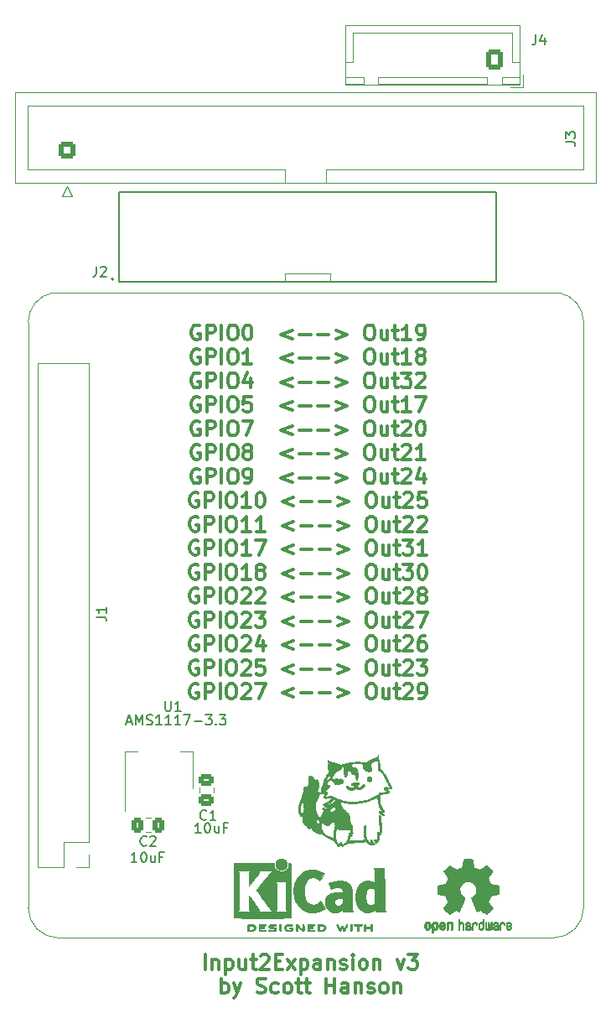
<source format=gbr>
%TF.GenerationSoftware,KiCad,Pcbnew,(6.0.7)*%
%TF.CreationDate,2022-09-14T00:00:57-04:00*%
%TF.ProjectId,Input_Adapter,496e7075-745f-4416-9461-707465722e6b,v3*%
%TF.SameCoordinates,Original*%
%TF.FileFunction,Legend,Top*%
%TF.FilePolarity,Positive*%
%FSLAX46Y46*%
G04 Gerber Fmt 4.6, Leading zero omitted, Abs format (unit mm)*
G04 Created by KiCad (PCBNEW (6.0.7)) date 2022-09-14 00:00:57*
%MOMM*%
%LPD*%
G01*
G04 APERTURE LIST*
G04 Aperture macros list*
%AMRoundRect*
0 Rectangle with rounded corners*
0 $1 Rounding radius*
0 $2 $3 $4 $5 $6 $7 $8 $9 X,Y pos of 4 corners*
0 Add a 4 corners polygon primitive as box body*
4,1,4,$2,$3,$4,$5,$6,$7,$8,$9,$2,$3,0*
0 Add four circle primitives for the rounded corners*
1,1,$1+$1,$2,$3*
1,1,$1+$1,$4,$5*
1,1,$1+$1,$6,$7*
1,1,$1+$1,$8,$9*
0 Add four rect primitives between the rounded corners*
20,1,$1+$1,$2,$3,$4,$5,0*
20,1,$1+$1,$4,$5,$6,$7,0*
20,1,$1+$1,$6,$7,$8,$9,0*
20,1,$1+$1,$8,$9,$2,$3,0*%
G04 Aperture macros list end*
%ADD10C,0.300000*%
%ADD11C,0.150000*%
%ADD12C,0.120000*%
%ADD13C,0.127000*%
%ADD14C,0.200000*%
%ADD15C,0.010000*%
%ADD16C,3.200000*%
%ADD17R,1.530000X1.530000*%
%ADD18C,1.530000*%
%ADD19RoundRect,0.250000X0.475000X-0.337500X0.475000X0.337500X-0.475000X0.337500X-0.475000X-0.337500X0*%
%ADD20R,1.500000X2.000000*%
%ADD21R,3.800000X2.000000*%
%ADD22RoundRect,0.250000X0.600000X-0.600000X0.600000X0.600000X-0.600000X0.600000X-0.600000X-0.600000X0*%
%ADD23C,1.700000*%
%ADD24O,1.700000X1.950000*%
%ADD25RoundRect,0.250000X0.600000X0.725000X-0.600000X0.725000X-0.600000X-0.725000X0.600000X-0.725000X0*%
%ADD26RoundRect,0.250000X0.337500X0.475000X-0.337500X0.475000X-0.337500X-0.475000X0.337500X-0.475000X0*%
%ADD27C,6.000000*%
%ADD28R,1.700000X1.700000*%
%ADD29O,1.700000X1.700000*%
G04 APERTURE END LIST*
D10*
X118685714Y-63037500D02*
X118542857Y-62966071D01*
X118328571Y-62966071D01*
X118114285Y-63037500D01*
X117971428Y-63180357D01*
X117900000Y-63323214D01*
X117828571Y-63608928D01*
X117828571Y-63823214D01*
X117900000Y-64108928D01*
X117971428Y-64251785D01*
X118114285Y-64394642D01*
X118328571Y-64466071D01*
X118471428Y-64466071D01*
X118685714Y-64394642D01*
X118757142Y-64323214D01*
X118757142Y-63823214D01*
X118471428Y-63823214D01*
X119400000Y-64466071D02*
X119400000Y-62966071D01*
X119971428Y-62966071D01*
X120114285Y-63037500D01*
X120185714Y-63108928D01*
X120257142Y-63251785D01*
X120257142Y-63466071D01*
X120185714Y-63608928D01*
X120114285Y-63680357D01*
X119971428Y-63751785D01*
X119400000Y-63751785D01*
X120900000Y-64466071D02*
X120900000Y-62966071D01*
X121900000Y-62966071D02*
X122185714Y-62966071D01*
X122328571Y-63037500D01*
X122471428Y-63180357D01*
X122542857Y-63466071D01*
X122542857Y-63966071D01*
X122471428Y-64251785D01*
X122328571Y-64394642D01*
X122185714Y-64466071D01*
X121900000Y-64466071D01*
X121757142Y-64394642D01*
X121614285Y-64251785D01*
X121542857Y-63966071D01*
X121542857Y-63466071D01*
X121614285Y-63180357D01*
X121757142Y-63037500D01*
X121900000Y-62966071D01*
X123471428Y-62966071D02*
X123614285Y-62966071D01*
X123757142Y-63037500D01*
X123828571Y-63108928D01*
X123900000Y-63251785D01*
X123971428Y-63537500D01*
X123971428Y-63894642D01*
X123900000Y-64180357D01*
X123828571Y-64323214D01*
X123757142Y-64394642D01*
X123614285Y-64466071D01*
X123471428Y-64466071D01*
X123328571Y-64394642D01*
X123257142Y-64323214D01*
X123185714Y-64180357D01*
X123114285Y-63894642D01*
X123114285Y-63537500D01*
X123185714Y-63251785D01*
X123257142Y-63108928D01*
X123328571Y-63037500D01*
X123471428Y-62966071D01*
X128042857Y-63466071D02*
X126900000Y-63894642D01*
X128042857Y-64323214D01*
X128757142Y-63894642D02*
X129900000Y-63894642D01*
X130614285Y-63894642D02*
X131757142Y-63894642D01*
X132471428Y-63466071D02*
X133614285Y-63894642D01*
X132471428Y-64323214D01*
X135757142Y-62966071D02*
X136042857Y-62966071D01*
X136185714Y-63037500D01*
X136328571Y-63180357D01*
X136400000Y-63466071D01*
X136400000Y-63966071D01*
X136328571Y-64251785D01*
X136185714Y-64394642D01*
X136042857Y-64466071D01*
X135757142Y-64466071D01*
X135614285Y-64394642D01*
X135471428Y-64251785D01*
X135400000Y-63966071D01*
X135400000Y-63466071D01*
X135471428Y-63180357D01*
X135614285Y-63037500D01*
X135757142Y-62966071D01*
X137685714Y-63466071D02*
X137685714Y-64466071D01*
X137042857Y-63466071D02*
X137042857Y-64251785D01*
X137114285Y-64394642D01*
X137257142Y-64466071D01*
X137471428Y-64466071D01*
X137614285Y-64394642D01*
X137685714Y-64323214D01*
X138185714Y-63466071D02*
X138757142Y-63466071D01*
X138400000Y-62966071D02*
X138400000Y-64251785D01*
X138471428Y-64394642D01*
X138614285Y-64466071D01*
X138757142Y-64466071D01*
X140042857Y-64466071D02*
X139185714Y-64466071D01*
X139614285Y-64466071D02*
X139614285Y-62966071D01*
X139471428Y-63180357D01*
X139328571Y-63323214D01*
X139185714Y-63394642D01*
X140757142Y-64466071D02*
X141042857Y-64466071D01*
X141185714Y-64394642D01*
X141257142Y-64323214D01*
X141400000Y-64108928D01*
X141471428Y-63823214D01*
X141471428Y-63251785D01*
X141400000Y-63108928D01*
X141328571Y-63037500D01*
X141185714Y-62966071D01*
X140900000Y-62966071D01*
X140757142Y-63037500D01*
X140685714Y-63108928D01*
X140614285Y-63251785D01*
X140614285Y-63608928D01*
X140685714Y-63751785D01*
X140757142Y-63823214D01*
X140900000Y-63894642D01*
X141185714Y-63894642D01*
X141328571Y-63823214D01*
X141400000Y-63751785D01*
X141471428Y-63608928D01*
X118685714Y-65452500D02*
X118542857Y-65381071D01*
X118328571Y-65381071D01*
X118114285Y-65452500D01*
X117971428Y-65595357D01*
X117900000Y-65738214D01*
X117828571Y-66023928D01*
X117828571Y-66238214D01*
X117900000Y-66523928D01*
X117971428Y-66666785D01*
X118114285Y-66809642D01*
X118328571Y-66881071D01*
X118471428Y-66881071D01*
X118685714Y-66809642D01*
X118757142Y-66738214D01*
X118757142Y-66238214D01*
X118471428Y-66238214D01*
X119400000Y-66881071D02*
X119400000Y-65381071D01*
X119971428Y-65381071D01*
X120114285Y-65452500D01*
X120185714Y-65523928D01*
X120257142Y-65666785D01*
X120257142Y-65881071D01*
X120185714Y-66023928D01*
X120114285Y-66095357D01*
X119971428Y-66166785D01*
X119400000Y-66166785D01*
X120900000Y-66881071D02*
X120900000Y-65381071D01*
X121900000Y-65381071D02*
X122185714Y-65381071D01*
X122328571Y-65452500D01*
X122471428Y-65595357D01*
X122542857Y-65881071D01*
X122542857Y-66381071D01*
X122471428Y-66666785D01*
X122328571Y-66809642D01*
X122185714Y-66881071D01*
X121900000Y-66881071D01*
X121757142Y-66809642D01*
X121614285Y-66666785D01*
X121542857Y-66381071D01*
X121542857Y-65881071D01*
X121614285Y-65595357D01*
X121757142Y-65452500D01*
X121900000Y-65381071D01*
X123971428Y-66881071D02*
X123114285Y-66881071D01*
X123542857Y-66881071D02*
X123542857Y-65381071D01*
X123400000Y-65595357D01*
X123257142Y-65738214D01*
X123114285Y-65809642D01*
X128042857Y-65881071D02*
X126900000Y-66309642D01*
X128042857Y-66738214D01*
X128757142Y-66309642D02*
X129900000Y-66309642D01*
X130614285Y-66309642D02*
X131757142Y-66309642D01*
X132471428Y-65881071D02*
X133614285Y-66309642D01*
X132471428Y-66738214D01*
X135757142Y-65381071D02*
X136042857Y-65381071D01*
X136185714Y-65452500D01*
X136328571Y-65595357D01*
X136400000Y-65881071D01*
X136400000Y-66381071D01*
X136328571Y-66666785D01*
X136185714Y-66809642D01*
X136042857Y-66881071D01*
X135757142Y-66881071D01*
X135614285Y-66809642D01*
X135471428Y-66666785D01*
X135400000Y-66381071D01*
X135400000Y-65881071D01*
X135471428Y-65595357D01*
X135614285Y-65452500D01*
X135757142Y-65381071D01*
X137685714Y-65881071D02*
X137685714Y-66881071D01*
X137042857Y-65881071D02*
X137042857Y-66666785D01*
X137114285Y-66809642D01*
X137257142Y-66881071D01*
X137471428Y-66881071D01*
X137614285Y-66809642D01*
X137685714Y-66738214D01*
X138185714Y-65881071D02*
X138757142Y-65881071D01*
X138400000Y-65381071D02*
X138400000Y-66666785D01*
X138471428Y-66809642D01*
X138614285Y-66881071D01*
X138757142Y-66881071D01*
X140042857Y-66881071D02*
X139185714Y-66881071D01*
X139614285Y-66881071D02*
X139614285Y-65381071D01*
X139471428Y-65595357D01*
X139328571Y-65738214D01*
X139185714Y-65809642D01*
X140900000Y-66023928D02*
X140757142Y-65952500D01*
X140685714Y-65881071D01*
X140614285Y-65738214D01*
X140614285Y-65666785D01*
X140685714Y-65523928D01*
X140757142Y-65452500D01*
X140900000Y-65381071D01*
X141185714Y-65381071D01*
X141328571Y-65452500D01*
X141400000Y-65523928D01*
X141471428Y-65666785D01*
X141471428Y-65738214D01*
X141400000Y-65881071D01*
X141328571Y-65952500D01*
X141185714Y-66023928D01*
X140900000Y-66023928D01*
X140757142Y-66095357D01*
X140685714Y-66166785D01*
X140614285Y-66309642D01*
X140614285Y-66595357D01*
X140685714Y-66738214D01*
X140757142Y-66809642D01*
X140900000Y-66881071D01*
X141185714Y-66881071D01*
X141328571Y-66809642D01*
X141400000Y-66738214D01*
X141471428Y-66595357D01*
X141471428Y-66309642D01*
X141400000Y-66166785D01*
X141328571Y-66095357D01*
X141185714Y-66023928D01*
X118685714Y-67867500D02*
X118542857Y-67796071D01*
X118328571Y-67796071D01*
X118114285Y-67867500D01*
X117971428Y-68010357D01*
X117900000Y-68153214D01*
X117828571Y-68438928D01*
X117828571Y-68653214D01*
X117900000Y-68938928D01*
X117971428Y-69081785D01*
X118114285Y-69224642D01*
X118328571Y-69296071D01*
X118471428Y-69296071D01*
X118685714Y-69224642D01*
X118757142Y-69153214D01*
X118757142Y-68653214D01*
X118471428Y-68653214D01*
X119400000Y-69296071D02*
X119400000Y-67796071D01*
X119971428Y-67796071D01*
X120114285Y-67867500D01*
X120185714Y-67938928D01*
X120257142Y-68081785D01*
X120257142Y-68296071D01*
X120185714Y-68438928D01*
X120114285Y-68510357D01*
X119971428Y-68581785D01*
X119400000Y-68581785D01*
X120900000Y-69296071D02*
X120900000Y-67796071D01*
X121900000Y-67796071D02*
X122185714Y-67796071D01*
X122328571Y-67867500D01*
X122471428Y-68010357D01*
X122542857Y-68296071D01*
X122542857Y-68796071D01*
X122471428Y-69081785D01*
X122328571Y-69224642D01*
X122185714Y-69296071D01*
X121900000Y-69296071D01*
X121757142Y-69224642D01*
X121614285Y-69081785D01*
X121542857Y-68796071D01*
X121542857Y-68296071D01*
X121614285Y-68010357D01*
X121757142Y-67867500D01*
X121900000Y-67796071D01*
X123828571Y-68296071D02*
X123828571Y-69296071D01*
X123471428Y-67724642D02*
X123114285Y-68796071D01*
X124042857Y-68796071D01*
X128042857Y-68296071D02*
X126900000Y-68724642D01*
X128042857Y-69153214D01*
X128757142Y-68724642D02*
X129900000Y-68724642D01*
X130614285Y-68724642D02*
X131757142Y-68724642D01*
X132471428Y-68296071D02*
X133614285Y-68724642D01*
X132471428Y-69153214D01*
X135757142Y-67796071D02*
X136042857Y-67796071D01*
X136185714Y-67867500D01*
X136328571Y-68010357D01*
X136400000Y-68296071D01*
X136400000Y-68796071D01*
X136328571Y-69081785D01*
X136185714Y-69224642D01*
X136042857Y-69296071D01*
X135757142Y-69296071D01*
X135614285Y-69224642D01*
X135471428Y-69081785D01*
X135400000Y-68796071D01*
X135400000Y-68296071D01*
X135471428Y-68010357D01*
X135614285Y-67867500D01*
X135757142Y-67796071D01*
X137685714Y-68296071D02*
X137685714Y-69296071D01*
X137042857Y-68296071D02*
X137042857Y-69081785D01*
X137114285Y-69224642D01*
X137257142Y-69296071D01*
X137471428Y-69296071D01*
X137614285Y-69224642D01*
X137685714Y-69153214D01*
X138185714Y-68296071D02*
X138757142Y-68296071D01*
X138400000Y-67796071D02*
X138400000Y-69081785D01*
X138471428Y-69224642D01*
X138614285Y-69296071D01*
X138757142Y-69296071D01*
X139114285Y-67796071D02*
X140042857Y-67796071D01*
X139542857Y-68367500D01*
X139757142Y-68367500D01*
X139900000Y-68438928D01*
X139971428Y-68510357D01*
X140042857Y-68653214D01*
X140042857Y-69010357D01*
X139971428Y-69153214D01*
X139900000Y-69224642D01*
X139757142Y-69296071D01*
X139328571Y-69296071D01*
X139185714Y-69224642D01*
X139114285Y-69153214D01*
X140614285Y-67938928D02*
X140685714Y-67867500D01*
X140828571Y-67796071D01*
X141185714Y-67796071D01*
X141328571Y-67867500D01*
X141400000Y-67938928D01*
X141471428Y-68081785D01*
X141471428Y-68224642D01*
X141400000Y-68438928D01*
X140542857Y-69296071D01*
X141471428Y-69296071D01*
X118685714Y-70282500D02*
X118542857Y-70211071D01*
X118328571Y-70211071D01*
X118114285Y-70282500D01*
X117971428Y-70425357D01*
X117900000Y-70568214D01*
X117828571Y-70853928D01*
X117828571Y-71068214D01*
X117900000Y-71353928D01*
X117971428Y-71496785D01*
X118114285Y-71639642D01*
X118328571Y-71711071D01*
X118471428Y-71711071D01*
X118685714Y-71639642D01*
X118757142Y-71568214D01*
X118757142Y-71068214D01*
X118471428Y-71068214D01*
X119400000Y-71711071D02*
X119400000Y-70211071D01*
X119971428Y-70211071D01*
X120114285Y-70282500D01*
X120185714Y-70353928D01*
X120257142Y-70496785D01*
X120257142Y-70711071D01*
X120185714Y-70853928D01*
X120114285Y-70925357D01*
X119971428Y-70996785D01*
X119400000Y-70996785D01*
X120900000Y-71711071D02*
X120900000Y-70211071D01*
X121900000Y-70211071D02*
X122185714Y-70211071D01*
X122328571Y-70282500D01*
X122471428Y-70425357D01*
X122542857Y-70711071D01*
X122542857Y-71211071D01*
X122471428Y-71496785D01*
X122328571Y-71639642D01*
X122185714Y-71711071D01*
X121900000Y-71711071D01*
X121757142Y-71639642D01*
X121614285Y-71496785D01*
X121542857Y-71211071D01*
X121542857Y-70711071D01*
X121614285Y-70425357D01*
X121757142Y-70282500D01*
X121900000Y-70211071D01*
X123900000Y-70211071D02*
X123185714Y-70211071D01*
X123114285Y-70925357D01*
X123185714Y-70853928D01*
X123328571Y-70782500D01*
X123685714Y-70782500D01*
X123828571Y-70853928D01*
X123900000Y-70925357D01*
X123971428Y-71068214D01*
X123971428Y-71425357D01*
X123900000Y-71568214D01*
X123828571Y-71639642D01*
X123685714Y-71711071D01*
X123328571Y-71711071D01*
X123185714Y-71639642D01*
X123114285Y-71568214D01*
X128042857Y-70711071D02*
X126900000Y-71139642D01*
X128042857Y-71568214D01*
X128757142Y-71139642D02*
X129900000Y-71139642D01*
X130614285Y-71139642D02*
X131757142Y-71139642D01*
X132471428Y-70711071D02*
X133614285Y-71139642D01*
X132471428Y-71568214D01*
X135757142Y-70211071D02*
X136042857Y-70211071D01*
X136185714Y-70282500D01*
X136328571Y-70425357D01*
X136400000Y-70711071D01*
X136400000Y-71211071D01*
X136328571Y-71496785D01*
X136185714Y-71639642D01*
X136042857Y-71711071D01*
X135757142Y-71711071D01*
X135614285Y-71639642D01*
X135471428Y-71496785D01*
X135400000Y-71211071D01*
X135400000Y-70711071D01*
X135471428Y-70425357D01*
X135614285Y-70282500D01*
X135757142Y-70211071D01*
X137685714Y-70711071D02*
X137685714Y-71711071D01*
X137042857Y-70711071D02*
X137042857Y-71496785D01*
X137114285Y-71639642D01*
X137257142Y-71711071D01*
X137471428Y-71711071D01*
X137614285Y-71639642D01*
X137685714Y-71568214D01*
X138185714Y-70711071D02*
X138757142Y-70711071D01*
X138400000Y-70211071D02*
X138400000Y-71496785D01*
X138471428Y-71639642D01*
X138614285Y-71711071D01*
X138757142Y-71711071D01*
X140042857Y-71711071D02*
X139185714Y-71711071D01*
X139614285Y-71711071D02*
X139614285Y-70211071D01*
X139471428Y-70425357D01*
X139328571Y-70568214D01*
X139185714Y-70639642D01*
X140542857Y-70211071D02*
X141542857Y-70211071D01*
X140900000Y-71711071D01*
X118685714Y-72697500D02*
X118542857Y-72626071D01*
X118328571Y-72626071D01*
X118114285Y-72697500D01*
X117971428Y-72840357D01*
X117900000Y-72983214D01*
X117828571Y-73268928D01*
X117828571Y-73483214D01*
X117900000Y-73768928D01*
X117971428Y-73911785D01*
X118114285Y-74054642D01*
X118328571Y-74126071D01*
X118471428Y-74126071D01*
X118685714Y-74054642D01*
X118757142Y-73983214D01*
X118757142Y-73483214D01*
X118471428Y-73483214D01*
X119400000Y-74126071D02*
X119400000Y-72626071D01*
X119971428Y-72626071D01*
X120114285Y-72697500D01*
X120185714Y-72768928D01*
X120257142Y-72911785D01*
X120257142Y-73126071D01*
X120185714Y-73268928D01*
X120114285Y-73340357D01*
X119971428Y-73411785D01*
X119400000Y-73411785D01*
X120900000Y-74126071D02*
X120900000Y-72626071D01*
X121900000Y-72626071D02*
X122185714Y-72626071D01*
X122328571Y-72697500D01*
X122471428Y-72840357D01*
X122542857Y-73126071D01*
X122542857Y-73626071D01*
X122471428Y-73911785D01*
X122328571Y-74054642D01*
X122185714Y-74126071D01*
X121900000Y-74126071D01*
X121757142Y-74054642D01*
X121614285Y-73911785D01*
X121542857Y-73626071D01*
X121542857Y-73126071D01*
X121614285Y-72840357D01*
X121757142Y-72697500D01*
X121900000Y-72626071D01*
X123042857Y-72626071D02*
X124042857Y-72626071D01*
X123400000Y-74126071D01*
X128042857Y-73126071D02*
X126900000Y-73554642D01*
X128042857Y-73983214D01*
X128757142Y-73554642D02*
X129900000Y-73554642D01*
X130614285Y-73554642D02*
X131757142Y-73554642D01*
X132471428Y-73126071D02*
X133614285Y-73554642D01*
X132471428Y-73983214D01*
X135757142Y-72626071D02*
X136042857Y-72626071D01*
X136185714Y-72697500D01*
X136328571Y-72840357D01*
X136400000Y-73126071D01*
X136400000Y-73626071D01*
X136328571Y-73911785D01*
X136185714Y-74054642D01*
X136042857Y-74126071D01*
X135757142Y-74126071D01*
X135614285Y-74054642D01*
X135471428Y-73911785D01*
X135400000Y-73626071D01*
X135400000Y-73126071D01*
X135471428Y-72840357D01*
X135614285Y-72697500D01*
X135757142Y-72626071D01*
X137685714Y-73126071D02*
X137685714Y-74126071D01*
X137042857Y-73126071D02*
X137042857Y-73911785D01*
X137114285Y-74054642D01*
X137257142Y-74126071D01*
X137471428Y-74126071D01*
X137614285Y-74054642D01*
X137685714Y-73983214D01*
X138185714Y-73126071D02*
X138757142Y-73126071D01*
X138400000Y-72626071D02*
X138400000Y-73911785D01*
X138471428Y-74054642D01*
X138614285Y-74126071D01*
X138757142Y-74126071D01*
X139185714Y-72768928D02*
X139257142Y-72697500D01*
X139400000Y-72626071D01*
X139757142Y-72626071D01*
X139900000Y-72697500D01*
X139971428Y-72768928D01*
X140042857Y-72911785D01*
X140042857Y-73054642D01*
X139971428Y-73268928D01*
X139114285Y-74126071D01*
X140042857Y-74126071D01*
X140971428Y-72626071D02*
X141114285Y-72626071D01*
X141257142Y-72697500D01*
X141328571Y-72768928D01*
X141400000Y-72911785D01*
X141471428Y-73197500D01*
X141471428Y-73554642D01*
X141400000Y-73840357D01*
X141328571Y-73983214D01*
X141257142Y-74054642D01*
X141114285Y-74126071D01*
X140971428Y-74126071D01*
X140828571Y-74054642D01*
X140757142Y-73983214D01*
X140685714Y-73840357D01*
X140614285Y-73554642D01*
X140614285Y-73197500D01*
X140685714Y-72911785D01*
X140757142Y-72768928D01*
X140828571Y-72697500D01*
X140971428Y-72626071D01*
X118685714Y-75112500D02*
X118542857Y-75041071D01*
X118328571Y-75041071D01*
X118114285Y-75112500D01*
X117971428Y-75255357D01*
X117900000Y-75398214D01*
X117828571Y-75683928D01*
X117828571Y-75898214D01*
X117900000Y-76183928D01*
X117971428Y-76326785D01*
X118114285Y-76469642D01*
X118328571Y-76541071D01*
X118471428Y-76541071D01*
X118685714Y-76469642D01*
X118757142Y-76398214D01*
X118757142Y-75898214D01*
X118471428Y-75898214D01*
X119400000Y-76541071D02*
X119400000Y-75041071D01*
X119971428Y-75041071D01*
X120114285Y-75112500D01*
X120185714Y-75183928D01*
X120257142Y-75326785D01*
X120257142Y-75541071D01*
X120185714Y-75683928D01*
X120114285Y-75755357D01*
X119971428Y-75826785D01*
X119400000Y-75826785D01*
X120900000Y-76541071D02*
X120900000Y-75041071D01*
X121900000Y-75041071D02*
X122185714Y-75041071D01*
X122328571Y-75112500D01*
X122471428Y-75255357D01*
X122542857Y-75541071D01*
X122542857Y-76041071D01*
X122471428Y-76326785D01*
X122328571Y-76469642D01*
X122185714Y-76541071D01*
X121900000Y-76541071D01*
X121757142Y-76469642D01*
X121614285Y-76326785D01*
X121542857Y-76041071D01*
X121542857Y-75541071D01*
X121614285Y-75255357D01*
X121757142Y-75112500D01*
X121900000Y-75041071D01*
X123400000Y-75683928D02*
X123257142Y-75612500D01*
X123185714Y-75541071D01*
X123114285Y-75398214D01*
X123114285Y-75326785D01*
X123185714Y-75183928D01*
X123257142Y-75112500D01*
X123400000Y-75041071D01*
X123685714Y-75041071D01*
X123828571Y-75112500D01*
X123900000Y-75183928D01*
X123971428Y-75326785D01*
X123971428Y-75398214D01*
X123900000Y-75541071D01*
X123828571Y-75612500D01*
X123685714Y-75683928D01*
X123400000Y-75683928D01*
X123257142Y-75755357D01*
X123185714Y-75826785D01*
X123114285Y-75969642D01*
X123114285Y-76255357D01*
X123185714Y-76398214D01*
X123257142Y-76469642D01*
X123400000Y-76541071D01*
X123685714Y-76541071D01*
X123828571Y-76469642D01*
X123900000Y-76398214D01*
X123971428Y-76255357D01*
X123971428Y-75969642D01*
X123900000Y-75826785D01*
X123828571Y-75755357D01*
X123685714Y-75683928D01*
X128042857Y-75541071D02*
X126900000Y-75969642D01*
X128042857Y-76398214D01*
X128757142Y-75969642D02*
X129900000Y-75969642D01*
X130614285Y-75969642D02*
X131757142Y-75969642D01*
X132471428Y-75541071D02*
X133614285Y-75969642D01*
X132471428Y-76398214D01*
X135757142Y-75041071D02*
X136042857Y-75041071D01*
X136185714Y-75112500D01*
X136328571Y-75255357D01*
X136400000Y-75541071D01*
X136400000Y-76041071D01*
X136328571Y-76326785D01*
X136185714Y-76469642D01*
X136042857Y-76541071D01*
X135757142Y-76541071D01*
X135614285Y-76469642D01*
X135471428Y-76326785D01*
X135400000Y-76041071D01*
X135400000Y-75541071D01*
X135471428Y-75255357D01*
X135614285Y-75112500D01*
X135757142Y-75041071D01*
X137685714Y-75541071D02*
X137685714Y-76541071D01*
X137042857Y-75541071D02*
X137042857Y-76326785D01*
X137114285Y-76469642D01*
X137257142Y-76541071D01*
X137471428Y-76541071D01*
X137614285Y-76469642D01*
X137685714Y-76398214D01*
X138185714Y-75541071D02*
X138757142Y-75541071D01*
X138400000Y-75041071D02*
X138400000Y-76326785D01*
X138471428Y-76469642D01*
X138614285Y-76541071D01*
X138757142Y-76541071D01*
X139185714Y-75183928D02*
X139257142Y-75112500D01*
X139400000Y-75041071D01*
X139757142Y-75041071D01*
X139900000Y-75112500D01*
X139971428Y-75183928D01*
X140042857Y-75326785D01*
X140042857Y-75469642D01*
X139971428Y-75683928D01*
X139114285Y-76541071D01*
X140042857Y-76541071D01*
X141471428Y-76541071D02*
X140614285Y-76541071D01*
X141042857Y-76541071D02*
X141042857Y-75041071D01*
X140900000Y-75255357D01*
X140757142Y-75398214D01*
X140614285Y-75469642D01*
X118685714Y-77527500D02*
X118542857Y-77456071D01*
X118328571Y-77456071D01*
X118114285Y-77527500D01*
X117971428Y-77670357D01*
X117900000Y-77813214D01*
X117828571Y-78098928D01*
X117828571Y-78313214D01*
X117900000Y-78598928D01*
X117971428Y-78741785D01*
X118114285Y-78884642D01*
X118328571Y-78956071D01*
X118471428Y-78956071D01*
X118685714Y-78884642D01*
X118757142Y-78813214D01*
X118757142Y-78313214D01*
X118471428Y-78313214D01*
X119400000Y-78956071D02*
X119400000Y-77456071D01*
X119971428Y-77456071D01*
X120114285Y-77527500D01*
X120185714Y-77598928D01*
X120257142Y-77741785D01*
X120257142Y-77956071D01*
X120185714Y-78098928D01*
X120114285Y-78170357D01*
X119971428Y-78241785D01*
X119400000Y-78241785D01*
X120900000Y-78956071D02*
X120900000Y-77456071D01*
X121900000Y-77456071D02*
X122185714Y-77456071D01*
X122328571Y-77527500D01*
X122471428Y-77670357D01*
X122542857Y-77956071D01*
X122542857Y-78456071D01*
X122471428Y-78741785D01*
X122328571Y-78884642D01*
X122185714Y-78956071D01*
X121900000Y-78956071D01*
X121757142Y-78884642D01*
X121614285Y-78741785D01*
X121542857Y-78456071D01*
X121542857Y-77956071D01*
X121614285Y-77670357D01*
X121757142Y-77527500D01*
X121900000Y-77456071D01*
X123257142Y-78956071D02*
X123542857Y-78956071D01*
X123685714Y-78884642D01*
X123757142Y-78813214D01*
X123900000Y-78598928D01*
X123971428Y-78313214D01*
X123971428Y-77741785D01*
X123900000Y-77598928D01*
X123828571Y-77527500D01*
X123685714Y-77456071D01*
X123400000Y-77456071D01*
X123257142Y-77527500D01*
X123185714Y-77598928D01*
X123114285Y-77741785D01*
X123114285Y-78098928D01*
X123185714Y-78241785D01*
X123257142Y-78313214D01*
X123400000Y-78384642D01*
X123685714Y-78384642D01*
X123828571Y-78313214D01*
X123900000Y-78241785D01*
X123971428Y-78098928D01*
X128042857Y-77956071D02*
X126900000Y-78384642D01*
X128042857Y-78813214D01*
X128757142Y-78384642D02*
X129900000Y-78384642D01*
X130614285Y-78384642D02*
X131757142Y-78384642D01*
X132471428Y-77956071D02*
X133614285Y-78384642D01*
X132471428Y-78813214D01*
X135757142Y-77456071D02*
X136042857Y-77456071D01*
X136185714Y-77527500D01*
X136328571Y-77670357D01*
X136400000Y-77956071D01*
X136400000Y-78456071D01*
X136328571Y-78741785D01*
X136185714Y-78884642D01*
X136042857Y-78956071D01*
X135757142Y-78956071D01*
X135614285Y-78884642D01*
X135471428Y-78741785D01*
X135400000Y-78456071D01*
X135400000Y-77956071D01*
X135471428Y-77670357D01*
X135614285Y-77527500D01*
X135757142Y-77456071D01*
X137685714Y-77956071D02*
X137685714Y-78956071D01*
X137042857Y-77956071D02*
X137042857Y-78741785D01*
X137114285Y-78884642D01*
X137257142Y-78956071D01*
X137471428Y-78956071D01*
X137614285Y-78884642D01*
X137685714Y-78813214D01*
X138185714Y-77956071D02*
X138757142Y-77956071D01*
X138400000Y-77456071D02*
X138400000Y-78741785D01*
X138471428Y-78884642D01*
X138614285Y-78956071D01*
X138757142Y-78956071D01*
X139185714Y-77598928D02*
X139257142Y-77527500D01*
X139400000Y-77456071D01*
X139757142Y-77456071D01*
X139900000Y-77527500D01*
X139971428Y-77598928D01*
X140042857Y-77741785D01*
X140042857Y-77884642D01*
X139971428Y-78098928D01*
X139114285Y-78956071D01*
X140042857Y-78956071D01*
X141328571Y-77956071D02*
X141328571Y-78956071D01*
X140971428Y-77384642D02*
X140614285Y-78456071D01*
X141542857Y-78456071D01*
X118542857Y-79942500D02*
X118400000Y-79871071D01*
X118185714Y-79871071D01*
X117971428Y-79942500D01*
X117828571Y-80085357D01*
X117757142Y-80228214D01*
X117685714Y-80513928D01*
X117685714Y-80728214D01*
X117757142Y-81013928D01*
X117828571Y-81156785D01*
X117971428Y-81299642D01*
X118185714Y-81371071D01*
X118328571Y-81371071D01*
X118542857Y-81299642D01*
X118614285Y-81228214D01*
X118614285Y-80728214D01*
X118328571Y-80728214D01*
X119257142Y-81371071D02*
X119257142Y-79871071D01*
X119828571Y-79871071D01*
X119971428Y-79942500D01*
X120042857Y-80013928D01*
X120114285Y-80156785D01*
X120114285Y-80371071D01*
X120042857Y-80513928D01*
X119971428Y-80585357D01*
X119828571Y-80656785D01*
X119257142Y-80656785D01*
X120757142Y-81371071D02*
X120757142Y-79871071D01*
X121757142Y-79871071D02*
X122042857Y-79871071D01*
X122185714Y-79942500D01*
X122328571Y-80085357D01*
X122400000Y-80371071D01*
X122400000Y-80871071D01*
X122328571Y-81156785D01*
X122185714Y-81299642D01*
X122042857Y-81371071D01*
X121757142Y-81371071D01*
X121614285Y-81299642D01*
X121471428Y-81156785D01*
X121400000Y-80871071D01*
X121400000Y-80371071D01*
X121471428Y-80085357D01*
X121614285Y-79942500D01*
X121757142Y-79871071D01*
X123828571Y-81371071D02*
X122971428Y-81371071D01*
X123400000Y-81371071D02*
X123400000Y-79871071D01*
X123257142Y-80085357D01*
X123114285Y-80228214D01*
X122971428Y-80299642D01*
X124757142Y-79871071D02*
X124900000Y-79871071D01*
X125042857Y-79942500D01*
X125114285Y-80013928D01*
X125185714Y-80156785D01*
X125257142Y-80442500D01*
X125257142Y-80799642D01*
X125185714Y-81085357D01*
X125114285Y-81228214D01*
X125042857Y-81299642D01*
X124900000Y-81371071D01*
X124757142Y-81371071D01*
X124614285Y-81299642D01*
X124542857Y-81228214D01*
X124471428Y-81085357D01*
X124400000Y-80799642D01*
X124400000Y-80442500D01*
X124471428Y-80156785D01*
X124542857Y-80013928D01*
X124614285Y-79942500D01*
X124757142Y-79871071D01*
X128185714Y-80371071D02*
X127042857Y-80799642D01*
X128185714Y-81228214D01*
X128900000Y-80799642D02*
X130042857Y-80799642D01*
X130757142Y-80799642D02*
X131900000Y-80799642D01*
X132614285Y-80371071D02*
X133757142Y-80799642D01*
X132614285Y-81228214D01*
X135900000Y-79871071D02*
X136185714Y-79871071D01*
X136328571Y-79942500D01*
X136471428Y-80085357D01*
X136542857Y-80371071D01*
X136542857Y-80871071D01*
X136471428Y-81156785D01*
X136328571Y-81299642D01*
X136185714Y-81371071D01*
X135900000Y-81371071D01*
X135757142Y-81299642D01*
X135614285Y-81156785D01*
X135542857Y-80871071D01*
X135542857Y-80371071D01*
X135614285Y-80085357D01*
X135757142Y-79942500D01*
X135900000Y-79871071D01*
X137828571Y-80371071D02*
X137828571Y-81371071D01*
X137185714Y-80371071D02*
X137185714Y-81156785D01*
X137257142Y-81299642D01*
X137400000Y-81371071D01*
X137614285Y-81371071D01*
X137757142Y-81299642D01*
X137828571Y-81228214D01*
X138328571Y-80371071D02*
X138900000Y-80371071D01*
X138542857Y-79871071D02*
X138542857Y-81156785D01*
X138614285Y-81299642D01*
X138757142Y-81371071D01*
X138900000Y-81371071D01*
X139328571Y-80013928D02*
X139400000Y-79942500D01*
X139542857Y-79871071D01*
X139900000Y-79871071D01*
X140042857Y-79942500D01*
X140114285Y-80013928D01*
X140185714Y-80156785D01*
X140185714Y-80299642D01*
X140114285Y-80513928D01*
X139257142Y-81371071D01*
X140185714Y-81371071D01*
X141542857Y-79871071D02*
X140828571Y-79871071D01*
X140757142Y-80585357D01*
X140828571Y-80513928D01*
X140971428Y-80442500D01*
X141328571Y-80442500D01*
X141471428Y-80513928D01*
X141542857Y-80585357D01*
X141614285Y-80728214D01*
X141614285Y-81085357D01*
X141542857Y-81228214D01*
X141471428Y-81299642D01*
X141328571Y-81371071D01*
X140971428Y-81371071D01*
X140828571Y-81299642D01*
X140757142Y-81228214D01*
X118542857Y-82357500D02*
X118400000Y-82286071D01*
X118185714Y-82286071D01*
X117971428Y-82357500D01*
X117828571Y-82500357D01*
X117757142Y-82643214D01*
X117685714Y-82928928D01*
X117685714Y-83143214D01*
X117757142Y-83428928D01*
X117828571Y-83571785D01*
X117971428Y-83714642D01*
X118185714Y-83786071D01*
X118328571Y-83786071D01*
X118542857Y-83714642D01*
X118614285Y-83643214D01*
X118614285Y-83143214D01*
X118328571Y-83143214D01*
X119257142Y-83786071D02*
X119257142Y-82286071D01*
X119828571Y-82286071D01*
X119971428Y-82357500D01*
X120042857Y-82428928D01*
X120114285Y-82571785D01*
X120114285Y-82786071D01*
X120042857Y-82928928D01*
X119971428Y-83000357D01*
X119828571Y-83071785D01*
X119257142Y-83071785D01*
X120757142Y-83786071D02*
X120757142Y-82286071D01*
X121757142Y-82286071D02*
X122042857Y-82286071D01*
X122185714Y-82357500D01*
X122328571Y-82500357D01*
X122400000Y-82786071D01*
X122400000Y-83286071D01*
X122328571Y-83571785D01*
X122185714Y-83714642D01*
X122042857Y-83786071D01*
X121757142Y-83786071D01*
X121614285Y-83714642D01*
X121471428Y-83571785D01*
X121400000Y-83286071D01*
X121400000Y-82786071D01*
X121471428Y-82500357D01*
X121614285Y-82357500D01*
X121757142Y-82286071D01*
X123828571Y-83786071D02*
X122971428Y-83786071D01*
X123400000Y-83786071D02*
X123400000Y-82286071D01*
X123257142Y-82500357D01*
X123114285Y-82643214D01*
X122971428Y-82714642D01*
X125257142Y-83786071D02*
X124400000Y-83786071D01*
X124828571Y-83786071D02*
X124828571Y-82286071D01*
X124685714Y-82500357D01*
X124542857Y-82643214D01*
X124400000Y-82714642D01*
X128185714Y-82786071D02*
X127042857Y-83214642D01*
X128185714Y-83643214D01*
X128900000Y-83214642D02*
X130042857Y-83214642D01*
X130757142Y-83214642D02*
X131900000Y-83214642D01*
X132614285Y-82786071D02*
X133757142Y-83214642D01*
X132614285Y-83643214D01*
X135900000Y-82286071D02*
X136185714Y-82286071D01*
X136328571Y-82357500D01*
X136471428Y-82500357D01*
X136542857Y-82786071D01*
X136542857Y-83286071D01*
X136471428Y-83571785D01*
X136328571Y-83714642D01*
X136185714Y-83786071D01*
X135900000Y-83786071D01*
X135757142Y-83714642D01*
X135614285Y-83571785D01*
X135542857Y-83286071D01*
X135542857Y-82786071D01*
X135614285Y-82500357D01*
X135757142Y-82357500D01*
X135900000Y-82286071D01*
X137828571Y-82786071D02*
X137828571Y-83786071D01*
X137185714Y-82786071D02*
X137185714Y-83571785D01*
X137257142Y-83714642D01*
X137400000Y-83786071D01*
X137614285Y-83786071D01*
X137757142Y-83714642D01*
X137828571Y-83643214D01*
X138328571Y-82786071D02*
X138900000Y-82786071D01*
X138542857Y-82286071D02*
X138542857Y-83571785D01*
X138614285Y-83714642D01*
X138757142Y-83786071D01*
X138900000Y-83786071D01*
X139328571Y-82428928D02*
X139400000Y-82357500D01*
X139542857Y-82286071D01*
X139900000Y-82286071D01*
X140042857Y-82357500D01*
X140114285Y-82428928D01*
X140185714Y-82571785D01*
X140185714Y-82714642D01*
X140114285Y-82928928D01*
X139257142Y-83786071D01*
X140185714Y-83786071D01*
X140757142Y-82428928D02*
X140828571Y-82357500D01*
X140971428Y-82286071D01*
X141328571Y-82286071D01*
X141471428Y-82357500D01*
X141542857Y-82428928D01*
X141614285Y-82571785D01*
X141614285Y-82714642D01*
X141542857Y-82928928D01*
X140685714Y-83786071D01*
X141614285Y-83786071D01*
X118542857Y-84772500D02*
X118400000Y-84701071D01*
X118185714Y-84701071D01*
X117971428Y-84772500D01*
X117828571Y-84915357D01*
X117757142Y-85058214D01*
X117685714Y-85343928D01*
X117685714Y-85558214D01*
X117757142Y-85843928D01*
X117828571Y-85986785D01*
X117971428Y-86129642D01*
X118185714Y-86201071D01*
X118328571Y-86201071D01*
X118542857Y-86129642D01*
X118614285Y-86058214D01*
X118614285Y-85558214D01*
X118328571Y-85558214D01*
X119257142Y-86201071D02*
X119257142Y-84701071D01*
X119828571Y-84701071D01*
X119971428Y-84772500D01*
X120042857Y-84843928D01*
X120114285Y-84986785D01*
X120114285Y-85201071D01*
X120042857Y-85343928D01*
X119971428Y-85415357D01*
X119828571Y-85486785D01*
X119257142Y-85486785D01*
X120757142Y-86201071D02*
X120757142Y-84701071D01*
X121757142Y-84701071D02*
X122042857Y-84701071D01*
X122185714Y-84772500D01*
X122328571Y-84915357D01*
X122400000Y-85201071D01*
X122400000Y-85701071D01*
X122328571Y-85986785D01*
X122185714Y-86129642D01*
X122042857Y-86201071D01*
X121757142Y-86201071D01*
X121614285Y-86129642D01*
X121471428Y-85986785D01*
X121400000Y-85701071D01*
X121400000Y-85201071D01*
X121471428Y-84915357D01*
X121614285Y-84772500D01*
X121757142Y-84701071D01*
X123828571Y-86201071D02*
X122971428Y-86201071D01*
X123400000Y-86201071D02*
X123400000Y-84701071D01*
X123257142Y-84915357D01*
X123114285Y-85058214D01*
X122971428Y-85129642D01*
X124328571Y-84701071D02*
X125328571Y-84701071D01*
X124685714Y-86201071D01*
X128185714Y-85201071D02*
X127042857Y-85629642D01*
X128185714Y-86058214D01*
X128900000Y-85629642D02*
X130042857Y-85629642D01*
X130757142Y-85629642D02*
X131900000Y-85629642D01*
X132614285Y-85201071D02*
X133757142Y-85629642D01*
X132614285Y-86058214D01*
X135900000Y-84701071D02*
X136185714Y-84701071D01*
X136328571Y-84772500D01*
X136471428Y-84915357D01*
X136542857Y-85201071D01*
X136542857Y-85701071D01*
X136471428Y-85986785D01*
X136328571Y-86129642D01*
X136185714Y-86201071D01*
X135900000Y-86201071D01*
X135757142Y-86129642D01*
X135614285Y-85986785D01*
X135542857Y-85701071D01*
X135542857Y-85201071D01*
X135614285Y-84915357D01*
X135757142Y-84772500D01*
X135900000Y-84701071D01*
X137828571Y-85201071D02*
X137828571Y-86201071D01*
X137185714Y-85201071D02*
X137185714Y-85986785D01*
X137257142Y-86129642D01*
X137400000Y-86201071D01*
X137614285Y-86201071D01*
X137757142Y-86129642D01*
X137828571Y-86058214D01*
X138328571Y-85201071D02*
X138900000Y-85201071D01*
X138542857Y-84701071D02*
X138542857Y-85986785D01*
X138614285Y-86129642D01*
X138757142Y-86201071D01*
X138900000Y-86201071D01*
X139257142Y-84701071D02*
X140185714Y-84701071D01*
X139685714Y-85272500D01*
X139900000Y-85272500D01*
X140042857Y-85343928D01*
X140114285Y-85415357D01*
X140185714Y-85558214D01*
X140185714Y-85915357D01*
X140114285Y-86058214D01*
X140042857Y-86129642D01*
X139900000Y-86201071D01*
X139471428Y-86201071D01*
X139328571Y-86129642D01*
X139257142Y-86058214D01*
X141614285Y-86201071D02*
X140757142Y-86201071D01*
X141185714Y-86201071D02*
X141185714Y-84701071D01*
X141042857Y-84915357D01*
X140900000Y-85058214D01*
X140757142Y-85129642D01*
X118542857Y-87187500D02*
X118400000Y-87116071D01*
X118185714Y-87116071D01*
X117971428Y-87187500D01*
X117828571Y-87330357D01*
X117757142Y-87473214D01*
X117685714Y-87758928D01*
X117685714Y-87973214D01*
X117757142Y-88258928D01*
X117828571Y-88401785D01*
X117971428Y-88544642D01*
X118185714Y-88616071D01*
X118328571Y-88616071D01*
X118542857Y-88544642D01*
X118614285Y-88473214D01*
X118614285Y-87973214D01*
X118328571Y-87973214D01*
X119257142Y-88616071D02*
X119257142Y-87116071D01*
X119828571Y-87116071D01*
X119971428Y-87187500D01*
X120042857Y-87258928D01*
X120114285Y-87401785D01*
X120114285Y-87616071D01*
X120042857Y-87758928D01*
X119971428Y-87830357D01*
X119828571Y-87901785D01*
X119257142Y-87901785D01*
X120757142Y-88616071D02*
X120757142Y-87116071D01*
X121757142Y-87116071D02*
X122042857Y-87116071D01*
X122185714Y-87187500D01*
X122328571Y-87330357D01*
X122400000Y-87616071D01*
X122400000Y-88116071D01*
X122328571Y-88401785D01*
X122185714Y-88544642D01*
X122042857Y-88616071D01*
X121757142Y-88616071D01*
X121614285Y-88544642D01*
X121471428Y-88401785D01*
X121400000Y-88116071D01*
X121400000Y-87616071D01*
X121471428Y-87330357D01*
X121614285Y-87187500D01*
X121757142Y-87116071D01*
X123828571Y-88616071D02*
X122971428Y-88616071D01*
X123400000Y-88616071D02*
X123400000Y-87116071D01*
X123257142Y-87330357D01*
X123114285Y-87473214D01*
X122971428Y-87544642D01*
X124685714Y-87758928D02*
X124542857Y-87687500D01*
X124471428Y-87616071D01*
X124400000Y-87473214D01*
X124400000Y-87401785D01*
X124471428Y-87258928D01*
X124542857Y-87187500D01*
X124685714Y-87116071D01*
X124971428Y-87116071D01*
X125114285Y-87187500D01*
X125185714Y-87258928D01*
X125257142Y-87401785D01*
X125257142Y-87473214D01*
X125185714Y-87616071D01*
X125114285Y-87687500D01*
X124971428Y-87758928D01*
X124685714Y-87758928D01*
X124542857Y-87830357D01*
X124471428Y-87901785D01*
X124400000Y-88044642D01*
X124400000Y-88330357D01*
X124471428Y-88473214D01*
X124542857Y-88544642D01*
X124685714Y-88616071D01*
X124971428Y-88616071D01*
X125114285Y-88544642D01*
X125185714Y-88473214D01*
X125257142Y-88330357D01*
X125257142Y-88044642D01*
X125185714Y-87901785D01*
X125114285Y-87830357D01*
X124971428Y-87758928D01*
X128185714Y-87616071D02*
X127042857Y-88044642D01*
X128185714Y-88473214D01*
X128900000Y-88044642D02*
X130042857Y-88044642D01*
X130757142Y-88044642D02*
X131900000Y-88044642D01*
X132614285Y-87616071D02*
X133757142Y-88044642D01*
X132614285Y-88473214D01*
X135900000Y-87116071D02*
X136185714Y-87116071D01*
X136328571Y-87187500D01*
X136471428Y-87330357D01*
X136542857Y-87616071D01*
X136542857Y-88116071D01*
X136471428Y-88401785D01*
X136328571Y-88544642D01*
X136185714Y-88616071D01*
X135900000Y-88616071D01*
X135757142Y-88544642D01*
X135614285Y-88401785D01*
X135542857Y-88116071D01*
X135542857Y-87616071D01*
X135614285Y-87330357D01*
X135757142Y-87187500D01*
X135900000Y-87116071D01*
X137828571Y-87616071D02*
X137828571Y-88616071D01*
X137185714Y-87616071D02*
X137185714Y-88401785D01*
X137257142Y-88544642D01*
X137400000Y-88616071D01*
X137614285Y-88616071D01*
X137757142Y-88544642D01*
X137828571Y-88473214D01*
X138328571Y-87616071D02*
X138900000Y-87616071D01*
X138542857Y-87116071D02*
X138542857Y-88401785D01*
X138614285Y-88544642D01*
X138757142Y-88616071D01*
X138900000Y-88616071D01*
X139257142Y-87116071D02*
X140185714Y-87116071D01*
X139685714Y-87687500D01*
X139900000Y-87687500D01*
X140042857Y-87758928D01*
X140114285Y-87830357D01*
X140185714Y-87973214D01*
X140185714Y-88330357D01*
X140114285Y-88473214D01*
X140042857Y-88544642D01*
X139900000Y-88616071D01*
X139471428Y-88616071D01*
X139328571Y-88544642D01*
X139257142Y-88473214D01*
X141114285Y-87116071D02*
X141257142Y-87116071D01*
X141400000Y-87187500D01*
X141471428Y-87258928D01*
X141542857Y-87401785D01*
X141614285Y-87687500D01*
X141614285Y-88044642D01*
X141542857Y-88330357D01*
X141471428Y-88473214D01*
X141400000Y-88544642D01*
X141257142Y-88616071D01*
X141114285Y-88616071D01*
X140971428Y-88544642D01*
X140900000Y-88473214D01*
X140828571Y-88330357D01*
X140757142Y-88044642D01*
X140757142Y-87687500D01*
X140828571Y-87401785D01*
X140900000Y-87258928D01*
X140971428Y-87187500D01*
X141114285Y-87116071D01*
X118542857Y-89602500D02*
X118400000Y-89531071D01*
X118185714Y-89531071D01*
X117971428Y-89602500D01*
X117828571Y-89745357D01*
X117757142Y-89888214D01*
X117685714Y-90173928D01*
X117685714Y-90388214D01*
X117757142Y-90673928D01*
X117828571Y-90816785D01*
X117971428Y-90959642D01*
X118185714Y-91031071D01*
X118328571Y-91031071D01*
X118542857Y-90959642D01*
X118614285Y-90888214D01*
X118614285Y-90388214D01*
X118328571Y-90388214D01*
X119257142Y-91031071D02*
X119257142Y-89531071D01*
X119828571Y-89531071D01*
X119971428Y-89602500D01*
X120042857Y-89673928D01*
X120114285Y-89816785D01*
X120114285Y-90031071D01*
X120042857Y-90173928D01*
X119971428Y-90245357D01*
X119828571Y-90316785D01*
X119257142Y-90316785D01*
X120757142Y-91031071D02*
X120757142Y-89531071D01*
X121757142Y-89531071D02*
X122042857Y-89531071D01*
X122185714Y-89602500D01*
X122328571Y-89745357D01*
X122400000Y-90031071D01*
X122400000Y-90531071D01*
X122328571Y-90816785D01*
X122185714Y-90959642D01*
X122042857Y-91031071D01*
X121757142Y-91031071D01*
X121614285Y-90959642D01*
X121471428Y-90816785D01*
X121400000Y-90531071D01*
X121400000Y-90031071D01*
X121471428Y-89745357D01*
X121614285Y-89602500D01*
X121757142Y-89531071D01*
X122971428Y-89673928D02*
X123042857Y-89602500D01*
X123185714Y-89531071D01*
X123542857Y-89531071D01*
X123685714Y-89602500D01*
X123757142Y-89673928D01*
X123828571Y-89816785D01*
X123828571Y-89959642D01*
X123757142Y-90173928D01*
X122900000Y-91031071D01*
X123828571Y-91031071D01*
X124400000Y-89673928D02*
X124471428Y-89602500D01*
X124614285Y-89531071D01*
X124971428Y-89531071D01*
X125114285Y-89602500D01*
X125185714Y-89673928D01*
X125257142Y-89816785D01*
X125257142Y-89959642D01*
X125185714Y-90173928D01*
X124328571Y-91031071D01*
X125257142Y-91031071D01*
X128185714Y-90031071D02*
X127042857Y-90459642D01*
X128185714Y-90888214D01*
X128900000Y-90459642D02*
X130042857Y-90459642D01*
X130757142Y-90459642D02*
X131900000Y-90459642D01*
X132614285Y-90031071D02*
X133757142Y-90459642D01*
X132614285Y-90888214D01*
X135900000Y-89531071D02*
X136185714Y-89531071D01*
X136328571Y-89602500D01*
X136471428Y-89745357D01*
X136542857Y-90031071D01*
X136542857Y-90531071D01*
X136471428Y-90816785D01*
X136328571Y-90959642D01*
X136185714Y-91031071D01*
X135900000Y-91031071D01*
X135757142Y-90959642D01*
X135614285Y-90816785D01*
X135542857Y-90531071D01*
X135542857Y-90031071D01*
X135614285Y-89745357D01*
X135757142Y-89602500D01*
X135900000Y-89531071D01*
X137828571Y-90031071D02*
X137828571Y-91031071D01*
X137185714Y-90031071D02*
X137185714Y-90816785D01*
X137257142Y-90959642D01*
X137400000Y-91031071D01*
X137614285Y-91031071D01*
X137757142Y-90959642D01*
X137828571Y-90888214D01*
X138328571Y-90031071D02*
X138900000Y-90031071D01*
X138542857Y-89531071D02*
X138542857Y-90816785D01*
X138614285Y-90959642D01*
X138757142Y-91031071D01*
X138900000Y-91031071D01*
X139328571Y-89673928D02*
X139400000Y-89602500D01*
X139542857Y-89531071D01*
X139900000Y-89531071D01*
X140042857Y-89602500D01*
X140114285Y-89673928D01*
X140185714Y-89816785D01*
X140185714Y-89959642D01*
X140114285Y-90173928D01*
X139257142Y-91031071D01*
X140185714Y-91031071D01*
X141042857Y-90173928D02*
X140900000Y-90102500D01*
X140828571Y-90031071D01*
X140757142Y-89888214D01*
X140757142Y-89816785D01*
X140828571Y-89673928D01*
X140900000Y-89602500D01*
X141042857Y-89531071D01*
X141328571Y-89531071D01*
X141471428Y-89602500D01*
X141542857Y-89673928D01*
X141614285Y-89816785D01*
X141614285Y-89888214D01*
X141542857Y-90031071D01*
X141471428Y-90102500D01*
X141328571Y-90173928D01*
X141042857Y-90173928D01*
X140900000Y-90245357D01*
X140828571Y-90316785D01*
X140757142Y-90459642D01*
X140757142Y-90745357D01*
X140828571Y-90888214D01*
X140900000Y-90959642D01*
X141042857Y-91031071D01*
X141328571Y-91031071D01*
X141471428Y-90959642D01*
X141542857Y-90888214D01*
X141614285Y-90745357D01*
X141614285Y-90459642D01*
X141542857Y-90316785D01*
X141471428Y-90245357D01*
X141328571Y-90173928D01*
X118542857Y-92017500D02*
X118400000Y-91946071D01*
X118185714Y-91946071D01*
X117971428Y-92017500D01*
X117828571Y-92160357D01*
X117757142Y-92303214D01*
X117685714Y-92588928D01*
X117685714Y-92803214D01*
X117757142Y-93088928D01*
X117828571Y-93231785D01*
X117971428Y-93374642D01*
X118185714Y-93446071D01*
X118328571Y-93446071D01*
X118542857Y-93374642D01*
X118614285Y-93303214D01*
X118614285Y-92803214D01*
X118328571Y-92803214D01*
X119257142Y-93446071D02*
X119257142Y-91946071D01*
X119828571Y-91946071D01*
X119971428Y-92017500D01*
X120042857Y-92088928D01*
X120114285Y-92231785D01*
X120114285Y-92446071D01*
X120042857Y-92588928D01*
X119971428Y-92660357D01*
X119828571Y-92731785D01*
X119257142Y-92731785D01*
X120757142Y-93446071D02*
X120757142Y-91946071D01*
X121757142Y-91946071D02*
X122042857Y-91946071D01*
X122185714Y-92017500D01*
X122328571Y-92160357D01*
X122400000Y-92446071D01*
X122400000Y-92946071D01*
X122328571Y-93231785D01*
X122185714Y-93374642D01*
X122042857Y-93446071D01*
X121757142Y-93446071D01*
X121614285Y-93374642D01*
X121471428Y-93231785D01*
X121400000Y-92946071D01*
X121400000Y-92446071D01*
X121471428Y-92160357D01*
X121614285Y-92017500D01*
X121757142Y-91946071D01*
X122971428Y-92088928D02*
X123042857Y-92017500D01*
X123185714Y-91946071D01*
X123542857Y-91946071D01*
X123685714Y-92017500D01*
X123757142Y-92088928D01*
X123828571Y-92231785D01*
X123828571Y-92374642D01*
X123757142Y-92588928D01*
X122900000Y-93446071D01*
X123828571Y-93446071D01*
X124328571Y-91946071D02*
X125257142Y-91946071D01*
X124757142Y-92517500D01*
X124971428Y-92517500D01*
X125114285Y-92588928D01*
X125185714Y-92660357D01*
X125257142Y-92803214D01*
X125257142Y-93160357D01*
X125185714Y-93303214D01*
X125114285Y-93374642D01*
X124971428Y-93446071D01*
X124542857Y-93446071D01*
X124400000Y-93374642D01*
X124328571Y-93303214D01*
X128185714Y-92446071D02*
X127042857Y-92874642D01*
X128185714Y-93303214D01*
X128900000Y-92874642D02*
X130042857Y-92874642D01*
X130757142Y-92874642D02*
X131900000Y-92874642D01*
X132614285Y-92446071D02*
X133757142Y-92874642D01*
X132614285Y-93303214D01*
X135900000Y-91946071D02*
X136185714Y-91946071D01*
X136328571Y-92017500D01*
X136471428Y-92160357D01*
X136542857Y-92446071D01*
X136542857Y-92946071D01*
X136471428Y-93231785D01*
X136328571Y-93374642D01*
X136185714Y-93446071D01*
X135900000Y-93446071D01*
X135757142Y-93374642D01*
X135614285Y-93231785D01*
X135542857Y-92946071D01*
X135542857Y-92446071D01*
X135614285Y-92160357D01*
X135757142Y-92017500D01*
X135900000Y-91946071D01*
X137828571Y-92446071D02*
X137828571Y-93446071D01*
X137185714Y-92446071D02*
X137185714Y-93231785D01*
X137257142Y-93374642D01*
X137400000Y-93446071D01*
X137614285Y-93446071D01*
X137757142Y-93374642D01*
X137828571Y-93303214D01*
X138328571Y-92446071D02*
X138900000Y-92446071D01*
X138542857Y-91946071D02*
X138542857Y-93231785D01*
X138614285Y-93374642D01*
X138757142Y-93446071D01*
X138900000Y-93446071D01*
X139328571Y-92088928D02*
X139400000Y-92017500D01*
X139542857Y-91946071D01*
X139900000Y-91946071D01*
X140042857Y-92017500D01*
X140114285Y-92088928D01*
X140185714Y-92231785D01*
X140185714Y-92374642D01*
X140114285Y-92588928D01*
X139257142Y-93446071D01*
X140185714Y-93446071D01*
X140685714Y-91946071D02*
X141685714Y-91946071D01*
X141042857Y-93446071D01*
X118542857Y-94432500D02*
X118400000Y-94361071D01*
X118185714Y-94361071D01*
X117971428Y-94432500D01*
X117828571Y-94575357D01*
X117757142Y-94718214D01*
X117685714Y-95003928D01*
X117685714Y-95218214D01*
X117757142Y-95503928D01*
X117828571Y-95646785D01*
X117971428Y-95789642D01*
X118185714Y-95861071D01*
X118328571Y-95861071D01*
X118542857Y-95789642D01*
X118614285Y-95718214D01*
X118614285Y-95218214D01*
X118328571Y-95218214D01*
X119257142Y-95861071D02*
X119257142Y-94361071D01*
X119828571Y-94361071D01*
X119971428Y-94432500D01*
X120042857Y-94503928D01*
X120114285Y-94646785D01*
X120114285Y-94861071D01*
X120042857Y-95003928D01*
X119971428Y-95075357D01*
X119828571Y-95146785D01*
X119257142Y-95146785D01*
X120757142Y-95861071D02*
X120757142Y-94361071D01*
X121757142Y-94361071D02*
X122042857Y-94361071D01*
X122185714Y-94432500D01*
X122328571Y-94575357D01*
X122400000Y-94861071D01*
X122400000Y-95361071D01*
X122328571Y-95646785D01*
X122185714Y-95789642D01*
X122042857Y-95861071D01*
X121757142Y-95861071D01*
X121614285Y-95789642D01*
X121471428Y-95646785D01*
X121400000Y-95361071D01*
X121400000Y-94861071D01*
X121471428Y-94575357D01*
X121614285Y-94432500D01*
X121757142Y-94361071D01*
X122971428Y-94503928D02*
X123042857Y-94432500D01*
X123185714Y-94361071D01*
X123542857Y-94361071D01*
X123685714Y-94432500D01*
X123757142Y-94503928D01*
X123828571Y-94646785D01*
X123828571Y-94789642D01*
X123757142Y-95003928D01*
X122900000Y-95861071D01*
X123828571Y-95861071D01*
X125114285Y-94861071D02*
X125114285Y-95861071D01*
X124757142Y-94289642D02*
X124400000Y-95361071D01*
X125328571Y-95361071D01*
X128185714Y-94861071D02*
X127042857Y-95289642D01*
X128185714Y-95718214D01*
X128900000Y-95289642D02*
X130042857Y-95289642D01*
X130757142Y-95289642D02*
X131900000Y-95289642D01*
X132614285Y-94861071D02*
X133757142Y-95289642D01*
X132614285Y-95718214D01*
X135900000Y-94361071D02*
X136185714Y-94361071D01*
X136328571Y-94432500D01*
X136471428Y-94575357D01*
X136542857Y-94861071D01*
X136542857Y-95361071D01*
X136471428Y-95646785D01*
X136328571Y-95789642D01*
X136185714Y-95861071D01*
X135900000Y-95861071D01*
X135757142Y-95789642D01*
X135614285Y-95646785D01*
X135542857Y-95361071D01*
X135542857Y-94861071D01*
X135614285Y-94575357D01*
X135757142Y-94432500D01*
X135900000Y-94361071D01*
X137828571Y-94861071D02*
X137828571Y-95861071D01*
X137185714Y-94861071D02*
X137185714Y-95646785D01*
X137257142Y-95789642D01*
X137400000Y-95861071D01*
X137614285Y-95861071D01*
X137757142Y-95789642D01*
X137828571Y-95718214D01*
X138328571Y-94861071D02*
X138900000Y-94861071D01*
X138542857Y-94361071D02*
X138542857Y-95646785D01*
X138614285Y-95789642D01*
X138757142Y-95861071D01*
X138900000Y-95861071D01*
X139328571Y-94503928D02*
X139400000Y-94432500D01*
X139542857Y-94361071D01*
X139900000Y-94361071D01*
X140042857Y-94432500D01*
X140114285Y-94503928D01*
X140185714Y-94646785D01*
X140185714Y-94789642D01*
X140114285Y-95003928D01*
X139257142Y-95861071D01*
X140185714Y-95861071D01*
X141471428Y-94361071D02*
X141185714Y-94361071D01*
X141042857Y-94432500D01*
X140971428Y-94503928D01*
X140828571Y-94718214D01*
X140757142Y-95003928D01*
X140757142Y-95575357D01*
X140828571Y-95718214D01*
X140900000Y-95789642D01*
X141042857Y-95861071D01*
X141328571Y-95861071D01*
X141471428Y-95789642D01*
X141542857Y-95718214D01*
X141614285Y-95575357D01*
X141614285Y-95218214D01*
X141542857Y-95075357D01*
X141471428Y-95003928D01*
X141328571Y-94932500D01*
X141042857Y-94932500D01*
X140900000Y-95003928D01*
X140828571Y-95075357D01*
X140757142Y-95218214D01*
X118542857Y-96847500D02*
X118400000Y-96776071D01*
X118185714Y-96776071D01*
X117971428Y-96847500D01*
X117828571Y-96990357D01*
X117757142Y-97133214D01*
X117685714Y-97418928D01*
X117685714Y-97633214D01*
X117757142Y-97918928D01*
X117828571Y-98061785D01*
X117971428Y-98204642D01*
X118185714Y-98276071D01*
X118328571Y-98276071D01*
X118542857Y-98204642D01*
X118614285Y-98133214D01*
X118614285Y-97633214D01*
X118328571Y-97633214D01*
X119257142Y-98276071D02*
X119257142Y-96776071D01*
X119828571Y-96776071D01*
X119971428Y-96847500D01*
X120042857Y-96918928D01*
X120114285Y-97061785D01*
X120114285Y-97276071D01*
X120042857Y-97418928D01*
X119971428Y-97490357D01*
X119828571Y-97561785D01*
X119257142Y-97561785D01*
X120757142Y-98276071D02*
X120757142Y-96776071D01*
X121757142Y-96776071D02*
X122042857Y-96776071D01*
X122185714Y-96847500D01*
X122328571Y-96990357D01*
X122400000Y-97276071D01*
X122400000Y-97776071D01*
X122328571Y-98061785D01*
X122185714Y-98204642D01*
X122042857Y-98276071D01*
X121757142Y-98276071D01*
X121614285Y-98204642D01*
X121471428Y-98061785D01*
X121400000Y-97776071D01*
X121400000Y-97276071D01*
X121471428Y-96990357D01*
X121614285Y-96847500D01*
X121757142Y-96776071D01*
X122971428Y-96918928D02*
X123042857Y-96847500D01*
X123185714Y-96776071D01*
X123542857Y-96776071D01*
X123685714Y-96847500D01*
X123757142Y-96918928D01*
X123828571Y-97061785D01*
X123828571Y-97204642D01*
X123757142Y-97418928D01*
X122900000Y-98276071D01*
X123828571Y-98276071D01*
X125185714Y-96776071D02*
X124471428Y-96776071D01*
X124400000Y-97490357D01*
X124471428Y-97418928D01*
X124614285Y-97347500D01*
X124971428Y-97347500D01*
X125114285Y-97418928D01*
X125185714Y-97490357D01*
X125257142Y-97633214D01*
X125257142Y-97990357D01*
X125185714Y-98133214D01*
X125114285Y-98204642D01*
X124971428Y-98276071D01*
X124614285Y-98276071D01*
X124471428Y-98204642D01*
X124400000Y-98133214D01*
X128185714Y-97276071D02*
X127042857Y-97704642D01*
X128185714Y-98133214D01*
X128900000Y-97704642D02*
X130042857Y-97704642D01*
X130757142Y-97704642D02*
X131900000Y-97704642D01*
X132614285Y-97276071D02*
X133757142Y-97704642D01*
X132614285Y-98133214D01*
X135900000Y-96776071D02*
X136185714Y-96776071D01*
X136328571Y-96847500D01*
X136471428Y-96990357D01*
X136542857Y-97276071D01*
X136542857Y-97776071D01*
X136471428Y-98061785D01*
X136328571Y-98204642D01*
X136185714Y-98276071D01*
X135900000Y-98276071D01*
X135757142Y-98204642D01*
X135614285Y-98061785D01*
X135542857Y-97776071D01*
X135542857Y-97276071D01*
X135614285Y-96990357D01*
X135757142Y-96847500D01*
X135900000Y-96776071D01*
X137828571Y-97276071D02*
X137828571Y-98276071D01*
X137185714Y-97276071D02*
X137185714Y-98061785D01*
X137257142Y-98204642D01*
X137400000Y-98276071D01*
X137614285Y-98276071D01*
X137757142Y-98204642D01*
X137828571Y-98133214D01*
X138328571Y-97276071D02*
X138900000Y-97276071D01*
X138542857Y-96776071D02*
X138542857Y-98061785D01*
X138614285Y-98204642D01*
X138757142Y-98276071D01*
X138900000Y-98276071D01*
X139328571Y-96918928D02*
X139400000Y-96847500D01*
X139542857Y-96776071D01*
X139900000Y-96776071D01*
X140042857Y-96847500D01*
X140114285Y-96918928D01*
X140185714Y-97061785D01*
X140185714Y-97204642D01*
X140114285Y-97418928D01*
X139257142Y-98276071D01*
X140185714Y-98276071D01*
X140685714Y-96776071D02*
X141614285Y-96776071D01*
X141114285Y-97347500D01*
X141328571Y-97347500D01*
X141471428Y-97418928D01*
X141542857Y-97490357D01*
X141614285Y-97633214D01*
X141614285Y-97990357D01*
X141542857Y-98133214D01*
X141471428Y-98204642D01*
X141328571Y-98276071D01*
X140900000Y-98276071D01*
X140757142Y-98204642D01*
X140685714Y-98133214D01*
X118542857Y-99262500D02*
X118400000Y-99191071D01*
X118185714Y-99191071D01*
X117971428Y-99262500D01*
X117828571Y-99405357D01*
X117757142Y-99548214D01*
X117685714Y-99833928D01*
X117685714Y-100048214D01*
X117757142Y-100333928D01*
X117828571Y-100476785D01*
X117971428Y-100619642D01*
X118185714Y-100691071D01*
X118328571Y-100691071D01*
X118542857Y-100619642D01*
X118614285Y-100548214D01*
X118614285Y-100048214D01*
X118328571Y-100048214D01*
X119257142Y-100691071D02*
X119257142Y-99191071D01*
X119828571Y-99191071D01*
X119971428Y-99262500D01*
X120042857Y-99333928D01*
X120114285Y-99476785D01*
X120114285Y-99691071D01*
X120042857Y-99833928D01*
X119971428Y-99905357D01*
X119828571Y-99976785D01*
X119257142Y-99976785D01*
X120757142Y-100691071D02*
X120757142Y-99191071D01*
X121757142Y-99191071D02*
X122042857Y-99191071D01*
X122185714Y-99262500D01*
X122328571Y-99405357D01*
X122400000Y-99691071D01*
X122400000Y-100191071D01*
X122328571Y-100476785D01*
X122185714Y-100619642D01*
X122042857Y-100691071D01*
X121757142Y-100691071D01*
X121614285Y-100619642D01*
X121471428Y-100476785D01*
X121400000Y-100191071D01*
X121400000Y-99691071D01*
X121471428Y-99405357D01*
X121614285Y-99262500D01*
X121757142Y-99191071D01*
X122971428Y-99333928D02*
X123042857Y-99262500D01*
X123185714Y-99191071D01*
X123542857Y-99191071D01*
X123685714Y-99262500D01*
X123757142Y-99333928D01*
X123828571Y-99476785D01*
X123828571Y-99619642D01*
X123757142Y-99833928D01*
X122900000Y-100691071D01*
X123828571Y-100691071D01*
X124328571Y-99191071D02*
X125328571Y-99191071D01*
X124685714Y-100691071D01*
X128185714Y-99691071D02*
X127042857Y-100119642D01*
X128185714Y-100548214D01*
X128900000Y-100119642D02*
X130042857Y-100119642D01*
X130757142Y-100119642D02*
X131900000Y-100119642D01*
X132614285Y-99691071D02*
X133757142Y-100119642D01*
X132614285Y-100548214D01*
X135900000Y-99191071D02*
X136185714Y-99191071D01*
X136328571Y-99262500D01*
X136471428Y-99405357D01*
X136542857Y-99691071D01*
X136542857Y-100191071D01*
X136471428Y-100476785D01*
X136328571Y-100619642D01*
X136185714Y-100691071D01*
X135900000Y-100691071D01*
X135757142Y-100619642D01*
X135614285Y-100476785D01*
X135542857Y-100191071D01*
X135542857Y-99691071D01*
X135614285Y-99405357D01*
X135757142Y-99262500D01*
X135900000Y-99191071D01*
X137828571Y-99691071D02*
X137828571Y-100691071D01*
X137185714Y-99691071D02*
X137185714Y-100476785D01*
X137257142Y-100619642D01*
X137400000Y-100691071D01*
X137614285Y-100691071D01*
X137757142Y-100619642D01*
X137828571Y-100548214D01*
X138328571Y-99691071D02*
X138900000Y-99691071D01*
X138542857Y-99191071D02*
X138542857Y-100476785D01*
X138614285Y-100619642D01*
X138757142Y-100691071D01*
X138900000Y-100691071D01*
X139328571Y-99333928D02*
X139400000Y-99262500D01*
X139542857Y-99191071D01*
X139900000Y-99191071D01*
X140042857Y-99262500D01*
X140114285Y-99333928D01*
X140185714Y-99476785D01*
X140185714Y-99619642D01*
X140114285Y-99833928D01*
X139257142Y-100691071D01*
X140185714Y-100691071D01*
X140900000Y-100691071D02*
X141185714Y-100691071D01*
X141328571Y-100619642D01*
X141400000Y-100548214D01*
X141542857Y-100333928D01*
X141614285Y-100048214D01*
X141614285Y-99476785D01*
X141542857Y-99333928D01*
X141471428Y-99262500D01*
X141328571Y-99191071D01*
X141042857Y-99191071D01*
X140900000Y-99262500D01*
X140828571Y-99333928D01*
X140757142Y-99476785D01*
X140757142Y-99833928D01*
X140828571Y-99976785D01*
X140900000Y-100048214D01*
X141042857Y-100119642D01*
X141328571Y-100119642D01*
X141471428Y-100048214D01*
X141542857Y-99976785D01*
X141614285Y-99833928D01*
X119271428Y-128001071D02*
X119271428Y-126501071D01*
X119985714Y-127001071D02*
X119985714Y-128001071D01*
X119985714Y-127143928D02*
X120057142Y-127072500D01*
X120200000Y-127001071D01*
X120414285Y-127001071D01*
X120557142Y-127072500D01*
X120628571Y-127215357D01*
X120628571Y-128001071D01*
X121342857Y-127001071D02*
X121342857Y-128501071D01*
X121342857Y-127072500D02*
X121485714Y-127001071D01*
X121771428Y-127001071D01*
X121914285Y-127072500D01*
X121985714Y-127143928D01*
X122057142Y-127286785D01*
X122057142Y-127715357D01*
X121985714Y-127858214D01*
X121914285Y-127929642D01*
X121771428Y-128001071D01*
X121485714Y-128001071D01*
X121342857Y-127929642D01*
X123342857Y-127001071D02*
X123342857Y-128001071D01*
X122700000Y-127001071D02*
X122700000Y-127786785D01*
X122771428Y-127929642D01*
X122914285Y-128001071D01*
X123128571Y-128001071D01*
X123271428Y-127929642D01*
X123342857Y-127858214D01*
X123842857Y-127001071D02*
X124414285Y-127001071D01*
X124057142Y-126501071D02*
X124057142Y-127786785D01*
X124128571Y-127929642D01*
X124271428Y-128001071D01*
X124414285Y-128001071D01*
X124842857Y-126643928D02*
X124914285Y-126572500D01*
X125057142Y-126501071D01*
X125414285Y-126501071D01*
X125557142Y-126572500D01*
X125628571Y-126643928D01*
X125700000Y-126786785D01*
X125700000Y-126929642D01*
X125628571Y-127143928D01*
X124771428Y-128001071D01*
X125700000Y-128001071D01*
X126342857Y-127215357D02*
X126842857Y-127215357D01*
X127057142Y-128001071D02*
X126342857Y-128001071D01*
X126342857Y-126501071D01*
X127057142Y-126501071D01*
X127557142Y-128001071D02*
X128342857Y-127001071D01*
X127557142Y-127001071D02*
X128342857Y-128001071D01*
X128914285Y-127001071D02*
X128914285Y-128501071D01*
X128914285Y-127072500D02*
X129057142Y-127001071D01*
X129342857Y-127001071D01*
X129485714Y-127072500D01*
X129557142Y-127143928D01*
X129628571Y-127286785D01*
X129628571Y-127715357D01*
X129557142Y-127858214D01*
X129485714Y-127929642D01*
X129342857Y-128001071D01*
X129057142Y-128001071D01*
X128914285Y-127929642D01*
X130914285Y-128001071D02*
X130914285Y-127215357D01*
X130842857Y-127072500D01*
X130700000Y-127001071D01*
X130414285Y-127001071D01*
X130271428Y-127072500D01*
X130914285Y-127929642D02*
X130771428Y-128001071D01*
X130414285Y-128001071D01*
X130271428Y-127929642D01*
X130200000Y-127786785D01*
X130200000Y-127643928D01*
X130271428Y-127501071D01*
X130414285Y-127429642D01*
X130771428Y-127429642D01*
X130914285Y-127358214D01*
X131628571Y-127001071D02*
X131628571Y-128001071D01*
X131628571Y-127143928D02*
X131700000Y-127072500D01*
X131842857Y-127001071D01*
X132057142Y-127001071D01*
X132200000Y-127072500D01*
X132271428Y-127215357D01*
X132271428Y-128001071D01*
X132914285Y-127929642D02*
X133057142Y-128001071D01*
X133342857Y-128001071D01*
X133485714Y-127929642D01*
X133557142Y-127786785D01*
X133557142Y-127715357D01*
X133485714Y-127572500D01*
X133342857Y-127501071D01*
X133128571Y-127501071D01*
X132985714Y-127429642D01*
X132914285Y-127286785D01*
X132914285Y-127215357D01*
X132985714Y-127072500D01*
X133128571Y-127001071D01*
X133342857Y-127001071D01*
X133485714Y-127072500D01*
X134200000Y-128001071D02*
X134200000Y-127001071D01*
X134200000Y-126501071D02*
X134128571Y-126572500D01*
X134200000Y-126643928D01*
X134271428Y-126572500D01*
X134200000Y-126501071D01*
X134200000Y-126643928D01*
X135128571Y-128001071D02*
X134985714Y-127929642D01*
X134914285Y-127858214D01*
X134842857Y-127715357D01*
X134842857Y-127286785D01*
X134914285Y-127143928D01*
X134985714Y-127072500D01*
X135128571Y-127001071D01*
X135342857Y-127001071D01*
X135485714Y-127072500D01*
X135557142Y-127143928D01*
X135628571Y-127286785D01*
X135628571Y-127715357D01*
X135557142Y-127858214D01*
X135485714Y-127929642D01*
X135342857Y-128001071D01*
X135128571Y-128001071D01*
X136271428Y-127001071D02*
X136271428Y-128001071D01*
X136271428Y-127143928D02*
X136342857Y-127072500D01*
X136485714Y-127001071D01*
X136700000Y-127001071D01*
X136842857Y-127072500D01*
X136914285Y-127215357D01*
X136914285Y-128001071D01*
X138628571Y-127001071D02*
X138985714Y-128001071D01*
X139342857Y-127001071D01*
X139771428Y-126501071D02*
X140700000Y-126501071D01*
X140200000Y-127072500D01*
X140414285Y-127072500D01*
X140557142Y-127143928D01*
X140628571Y-127215357D01*
X140700000Y-127358214D01*
X140700000Y-127715357D01*
X140628571Y-127858214D01*
X140557142Y-127929642D01*
X140414285Y-128001071D01*
X139985714Y-128001071D01*
X139842857Y-127929642D01*
X139771428Y-127858214D01*
X120914285Y-130416071D02*
X120914285Y-128916071D01*
X120914285Y-129487500D02*
X121057142Y-129416071D01*
X121342857Y-129416071D01*
X121485714Y-129487500D01*
X121557142Y-129558928D01*
X121628571Y-129701785D01*
X121628571Y-130130357D01*
X121557142Y-130273214D01*
X121485714Y-130344642D01*
X121342857Y-130416071D01*
X121057142Y-130416071D01*
X120914285Y-130344642D01*
X122128571Y-129416071D02*
X122485714Y-130416071D01*
X122842857Y-129416071D02*
X122485714Y-130416071D01*
X122342857Y-130773214D01*
X122271428Y-130844642D01*
X122128571Y-130916071D01*
X124485714Y-130344642D02*
X124700000Y-130416071D01*
X125057142Y-130416071D01*
X125200000Y-130344642D01*
X125271428Y-130273214D01*
X125342857Y-130130357D01*
X125342857Y-129987500D01*
X125271428Y-129844642D01*
X125200000Y-129773214D01*
X125057142Y-129701785D01*
X124771428Y-129630357D01*
X124628571Y-129558928D01*
X124557142Y-129487500D01*
X124485714Y-129344642D01*
X124485714Y-129201785D01*
X124557142Y-129058928D01*
X124628571Y-128987500D01*
X124771428Y-128916071D01*
X125128571Y-128916071D01*
X125342857Y-128987500D01*
X126628571Y-130344642D02*
X126485714Y-130416071D01*
X126200000Y-130416071D01*
X126057142Y-130344642D01*
X125985714Y-130273214D01*
X125914285Y-130130357D01*
X125914285Y-129701785D01*
X125985714Y-129558928D01*
X126057142Y-129487500D01*
X126200000Y-129416071D01*
X126485714Y-129416071D01*
X126628571Y-129487500D01*
X127485714Y-130416071D02*
X127342857Y-130344642D01*
X127271428Y-130273214D01*
X127200000Y-130130357D01*
X127200000Y-129701785D01*
X127271428Y-129558928D01*
X127342857Y-129487500D01*
X127485714Y-129416071D01*
X127700000Y-129416071D01*
X127842857Y-129487500D01*
X127914285Y-129558928D01*
X127985714Y-129701785D01*
X127985714Y-130130357D01*
X127914285Y-130273214D01*
X127842857Y-130344642D01*
X127700000Y-130416071D01*
X127485714Y-130416071D01*
X128414285Y-129416071D02*
X128985714Y-129416071D01*
X128628571Y-128916071D02*
X128628571Y-130201785D01*
X128700000Y-130344642D01*
X128842857Y-130416071D01*
X128985714Y-130416071D01*
X129271428Y-129416071D02*
X129842857Y-129416071D01*
X129485714Y-128916071D02*
X129485714Y-130201785D01*
X129557142Y-130344642D01*
X129700000Y-130416071D01*
X129842857Y-130416071D01*
X131485714Y-130416071D02*
X131485714Y-128916071D01*
X131485714Y-129630357D02*
X132342857Y-129630357D01*
X132342857Y-130416071D02*
X132342857Y-128916071D01*
X133700000Y-130416071D02*
X133700000Y-129630357D01*
X133628571Y-129487500D01*
X133485714Y-129416071D01*
X133200000Y-129416071D01*
X133057142Y-129487500D01*
X133700000Y-130344642D02*
X133557142Y-130416071D01*
X133200000Y-130416071D01*
X133057142Y-130344642D01*
X132985714Y-130201785D01*
X132985714Y-130058928D01*
X133057142Y-129916071D01*
X133200000Y-129844642D01*
X133557142Y-129844642D01*
X133700000Y-129773214D01*
X134414285Y-129416071D02*
X134414285Y-130416071D01*
X134414285Y-129558928D02*
X134485714Y-129487500D01*
X134628571Y-129416071D01*
X134842857Y-129416071D01*
X134985714Y-129487500D01*
X135057142Y-129630357D01*
X135057142Y-130416071D01*
X135700000Y-130344642D02*
X135842857Y-130416071D01*
X136128571Y-130416071D01*
X136271428Y-130344642D01*
X136342857Y-130201785D01*
X136342857Y-130130357D01*
X136271428Y-129987500D01*
X136128571Y-129916071D01*
X135914285Y-129916071D01*
X135771428Y-129844642D01*
X135700000Y-129701785D01*
X135700000Y-129630357D01*
X135771428Y-129487500D01*
X135914285Y-129416071D01*
X136128571Y-129416071D01*
X136271428Y-129487500D01*
X137200000Y-130416071D02*
X137057142Y-130344642D01*
X136985714Y-130273214D01*
X136914285Y-130130357D01*
X136914285Y-129701785D01*
X136985714Y-129558928D01*
X137057142Y-129487500D01*
X137200000Y-129416071D01*
X137414285Y-129416071D01*
X137557142Y-129487500D01*
X137628571Y-129558928D01*
X137700000Y-129701785D01*
X137700000Y-130130357D01*
X137628571Y-130273214D01*
X137557142Y-130344642D01*
X137414285Y-130416071D01*
X137200000Y-130416071D01*
X138342857Y-129416071D02*
X138342857Y-130416071D01*
X138342857Y-129558928D02*
X138414285Y-129487500D01*
X138557142Y-129416071D01*
X138771428Y-129416071D01*
X138914285Y-129487500D01*
X138985714Y-129630357D01*
X138985714Y-130416071D01*
D11*
%TO.C,J2*%
X108266666Y-57052380D02*
X108266666Y-57766666D01*
X108219047Y-57909523D01*
X108123809Y-58004761D01*
X107980952Y-58052380D01*
X107885714Y-58052380D01*
X108695238Y-57147619D02*
X108742857Y-57100000D01*
X108838095Y-57052380D01*
X109076190Y-57052380D01*
X109171428Y-57100000D01*
X109219047Y-57147619D01*
X109266666Y-57242857D01*
X109266666Y-57338095D01*
X109219047Y-57480952D01*
X108647619Y-58052380D01*
X109266666Y-58052380D01*
%TO.C,C1*%
X119373333Y-112827142D02*
X119325714Y-112874761D01*
X119182857Y-112922380D01*
X119087619Y-112922380D01*
X118944761Y-112874761D01*
X118849523Y-112779523D01*
X118801904Y-112684285D01*
X118754285Y-112493809D01*
X118754285Y-112350952D01*
X118801904Y-112160476D01*
X118849523Y-112065238D01*
X118944761Y-111970000D01*
X119087619Y-111922380D01*
X119182857Y-111922380D01*
X119325714Y-111970000D01*
X119373333Y-112017619D01*
X120325714Y-112922380D02*
X119754285Y-112922380D01*
X120040000Y-112922380D02*
X120040000Y-111922380D01*
X119944761Y-112065238D01*
X119849523Y-112160476D01*
X119754285Y-112208095D01*
X118818571Y-114222380D02*
X118247142Y-114222380D01*
X118532857Y-114222380D02*
X118532857Y-113222380D01*
X118437619Y-113365238D01*
X118342380Y-113460476D01*
X118247142Y-113508095D01*
X119437619Y-113222380D02*
X119532857Y-113222380D01*
X119628095Y-113270000D01*
X119675714Y-113317619D01*
X119723333Y-113412857D01*
X119770952Y-113603333D01*
X119770952Y-113841428D01*
X119723333Y-114031904D01*
X119675714Y-114127142D01*
X119628095Y-114174761D01*
X119532857Y-114222380D01*
X119437619Y-114222380D01*
X119342380Y-114174761D01*
X119294761Y-114127142D01*
X119247142Y-114031904D01*
X119199523Y-113841428D01*
X119199523Y-113603333D01*
X119247142Y-113412857D01*
X119294761Y-113317619D01*
X119342380Y-113270000D01*
X119437619Y-113222380D01*
X120628095Y-113555714D02*
X120628095Y-114222380D01*
X120199523Y-113555714D02*
X120199523Y-114079523D01*
X120247142Y-114174761D01*
X120342380Y-114222380D01*
X120485238Y-114222380D01*
X120580476Y-114174761D01*
X120628095Y-114127142D01*
X121437619Y-113698571D02*
X121104285Y-113698571D01*
X121104285Y-114222380D02*
X121104285Y-113222380D01*
X121580476Y-113222380D01*
%TO.C,U1*%
X115228095Y-100922380D02*
X115228095Y-101731904D01*
X115275714Y-101827142D01*
X115323333Y-101874761D01*
X115418571Y-101922380D01*
X115609047Y-101922380D01*
X115704285Y-101874761D01*
X115751904Y-101827142D01*
X115799523Y-101731904D01*
X115799523Y-100922380D01*
X116799523Y-101922380D02*
X116228095Y-101922380D01*
X116513809Y-101922380D02*
X116513809Y-100922380D01*
X116418571Y-101065238D01*
X116323333Y-101160476D01*
X116228095Y-101208095D01*
X111340000Y-103036666D02*
X111816190Y-103036666D01*
X111244761Y-103322380D02*
X111578095Y-102322380D01*
X111911428Y-103322380D01*
X112244761Y-103322380D02*
X112244761Y-102322380D01*
X112578095Y-103036666D01*
X112911428Y-102322380D01*
X112911428Y-103322380D01*
X113340000Y-103274761D02*
X113482857Y-103322380D01*
X113720952Y-103322380D01*
X113816190Y-103274761D01*
X113863809Y-103227142D01*
X113911428Y-103131904D01*
X113911428Y-103036666D01*
X113863809Y-102941428D01*
X113816190Y-102893809D01*
X113720952Y-102846190D01*
X113530476Y-102798571D01*
X113435238Y-102750952D01*
X113387619Y-102703333D01*
X113340000Y-102608095D01*
X113340000Y-102512857D01*
X113387619Y-102417619D01*
X113435238Y-102370000D01*
X113530476Y-102322380D01*
X113768571Y-102322380D01*
X113911428Y-102370000D01*
X114863809Y-103322380D02*
X114292380Y-103322380D01*
X114578095Y-103322380D02*
X114578095Y-102322380D01*
X114482857Y-102465238D01*
X114387619Y-102560476D01*
X114292380Y-102608095D01*
X115816190Y-103322380D02*
X115244761Y-103322380D01*
X115530476Y-103322380D02*
X115530476Y-102322380D01*
X115435238Y-102465238D01*
X115340000Y-102560476D01*
X115244761Y-102608095D01*
X116768571Y-103322380D02*
X116197142Y-103322380D01*
X116482857Y-103322380D02*
X116482857Y-102322380D01*
X116387619Y-102465238D01*
X116292380Y-102560476D01*
X116197142Y-102608095D01*
X117101904Y-102322380D02*
X117768571Y-102322380D01*
X117340000Y-103322380D01*
X118149523Y-102941428D02*
X118911428Y-102941428D01*
X119292380Y-102322380D02*
X119911428Y-102322380D01*
X119578095Y-102703333D01*
X119720952Y-102703333D01*
X119816190Y-102750952D01*
X119863809Y-102798571D01*
X119911428Y-102893809D01*
X119911428Y-103131904D01*
X119863809Y-103227142D01*
X119816190Y-103274761D01*
X119720952Y-103322380D01*
X119435238Y-103322380D01*
X119340000Y-103274761D01*
X119292380Y-103227142D01*
X120340000Y-103227142D02*
X120387619Y-103274761D01*
X120340000Y-103322380D01*
X120292380Y-103274761D01*
X120340000Y-103227142D01*
X120340000Y-103322380D01*
X120720952Y-102322380D02*
X121340000Y-102322380D01*
X121006666Y-102703333D01*
X121149523Y-102703333D01*
X121244761Y-102750952D01*
X121292380Y-102798571D01*
X121340000Y-102893809D01*
X121340000Y-103131904D01*
X121292380Y-103227142D01*
X121244761Y-103274761D01*
X121149523Y-103322380D01*
X120863809Y-103322380D01*
X120768571Y-103274761D01*
X120720952Y-103227142D01*
%TO.C,J3*%
X155652380Y-44483333D02*
X156366666Y-44483333D01*
X156509523Y-44530952D01*
X156604761Y-44626190D01*
X156652380Y-44769047D01*
X156652380Y-44864285D01*
X155652380Y-44102380D02*
X155652380Y-43483333D01*
X156033333Y-43816666D01*
X156033333Y-43673809D01*
X156080952Y-43578571D01*
X156128571Y-43530952D01*
X156223809Y-43483333D01*
X156461904Y-43483333D01*
X156557142Y-43530952D01*
X156604761Y-43578571D01*
X156652380Y-43673809D01*
X156652380Y-43959523D01*
X156604761Y-44054761D01*
X156557142Y-44102380D01*
%TO.C,J4*%
X152666666Y-33652380D02*
X152666666Y-34366666D01*
X152619047Y-34509523D01*
X152523809Y-34604761D01*
X152380952Y-34652380D01*
X152285714Y-34652380D01*
X153571428Y-33985714D02*
X153571428Y-34652380D01*
X153333333Y-33604761D02*
X153095238Y-34319047D01*
X153714285Y-34319047D01*
%TO.C,C2*%
X113323333Y-115457142D02*
X113275714Y-115504761D01*
X113132857Y-115552380D01*
X113037619Y-115552380D01*
X112894761Y-115504761D01*
X112799523Y-115409523D01*
X112751904Y-115314285D01*
X112704285Y-115123809D01*
X112704285Y-114980952D01*
X112751904Y-114790476D01*
X112799523Y-114695238D01*
X112894761Y-114600000D01*
X113037619Y-114552380D01*
X113132857Y-114552380D01*
X113275714Y-114600000D01*
X113323333Y-114647619D01*
X113704285Y-114647619D02*
X113751904Y-114600000D01*
X113847142Y-114552380D01*
X114085238Y-114552380D01*
X114180476Y-114600000D01*
X114228095Y-114647619D01*
X114275714Y-114742857D01*
X114275714Y-114838095D01*
X114228095Y-114980952D01*
X113656666Y-115552380D01*
X114275714Y-115552380D01*
X112368571Y-117172380D02*
X111797142Y-117172380D01*
X112082857Y-117172380D02*
X112082857Y-116172380D01*
X111987619Y-116315238D01*
X111892380Y-116410476D01*
X111797142Y-116458095D01*
X112987619Y-116172380D02*
X113082857Y-116172380D01*
X113178095Y-116220000D01*
X113225714Y-116267619D01*
X113273333Y-116362857D01*
X113320952Y-116553333D01*
X113320952Y-116791428D01*
X113273333Y-116981904D01*
X113225714Y-117077142D01*
X113178095Y-117124761D01*
X113082857Y-117172380D01*
X112987619Y-117172380D01*
X112892380Y-117124761D01*
X112844761Y-117077142D01*
X112797142Y-116981904D01*
X112749523Y-116791428D01*
X112749523Y-116553333D01*
X112797142Y-116362857D01*
X112844761Y-116267619D01*
X112892380Y-116220000D01*
X112987619Y-116172380D01*
X114178095Y-116505714D02*
X114178095Y-117172380D01*
X113749523Y-116505714D02*
X113749523Y-117029523D01*
X113797142Y-117124761D01*
X113892380Y-117172380D01*
X114035238Y-117172380D01*
X114130476Y-117124761D01*
X114178095Y-117077142D01*
X114987619Y-116648571D02*
X114654285Y-116648571D01*
X114654285Y-117172380D02*
X114654285Y-116172380D01*
X115130476Y-116172380D01*
%TO.C,J1*%
X108252380Y-92433333D02*
X108966666Y-92433333D01*
X109109523Y-92480952D01*
X109204761Y-92576190D01*
X109252380Y-92719047D01*
X109252380Y-92814285D01*
X109252380Y-91433333D02*
X109252380Y-92004761D01*
X109252380Y-91719047D02*
X108252380Y-91719047D01*
X108395238Y-91814285D01*
X108490476Y-91909523D01*
X108538095Y-92004761D01*
%TO.C,G\u002A\u002A\u002A*%
G36*
X133003127Y-115182121D02*
G01*
X133032952Y-115193593D01*
X133056858Y-115211764D01*
X133077943Y-115239580D01*
X133093585Y-115268174D01*
X133121294Y-115315439D01*
X133153840Y-115357200D01*
X133188085Y-115389672D01*
X133202831Y-115400009D01*
X133228468Y-115422351D01*
X133249677Y-115452627D01*
X133263186Y-115485328D01*
X133266310Y-115506900D01*
X133259676Y-115550295D01*
X133239957Y-115586449D01*
X133207421Y-115614955D01*
X133187544Y-115625703D01*
X133166551Y-115634575D01*
X133149754Y-115638245D01*
X133131346Y-115636947D01*
X133105519Y-115630916D01*
X133099319Y-115629261D01*
X133061127Y-115612787D01*
X133020555Y-115584622D01*
X132979773Y-115547371D01*
X132940950Y-115503637D01*
X132906257Y-115456026D01*
X132877862Y-115407144D01*
X132857935Y-115359594D01*
X132850537Y-115330556D01*
X132849824Y-115289188D01*
X132861265Y-115251468D01*
X132882713Y-115219483D01*
X132912025Y-115195319D01*
X132947054Y-115181063D01*
X132985655Y-115178802D01*
X133003127Y-115182121D01*
G37*
G36*
X135905026Y-108526618D02*
G01*
X135971921Y-108544951D01*
X136030076Y-108575381D01*
X136079084Y-108617606D01*
X136118535Y-108671326D01*
X136129920Y-108692605D01*
X136139466Y-108713543D01*
X136145546Y-108732361D01*
X136148924Y-108753510D01*
X136150362Y-108781445D01*
X136150628Y-108813537D01*
X136150179Y-108851216D01*
X136148349Y-108878403D01*
X136144406Y-108899594D01*
X136137624Y-108919285D01*
X136131116Y-108933903D01*
X136097519Y-108989051D01*
X136053966Y-109034726D01*
X136002529Y-109069902D01*
X135945281Y-109093551D01*
X135884293Y-109104649D01*
X135821638Y-109102168D01*
X135799903Y-109097950D01*
X135744631Y-109077729D01*
X135692680Y-109045163D01*
X135647299Y-109002908D01*
X135611741Y-108953621D01*
X135603134Y-108937148D01*
X135583433Y-108879508D01*
X135576804Y-108819500D01*
X135582476Y-108759517D01*
X135599677Y-108701948D01*
X135627636Y-108649188D01*
X135665579Y-108603626D01*
X135712736Y-108567656D01*
X135724488Y-108561154D01*
X135781107Y-108536605D01*
X135833641Y-108524424D01*
X135885470Y-108523966D01*
X135905026Y-108526618D01*
G37*
G36*
X129187600Y-113331299D02*
G01*
X129160379Y-113280876D01*
X129138801Y-113232959D01*
X129138385Y-113231907D01*
X129121516Y-113185521D01*
X129107855Y-113139290D01*
X129097111Y-113090988D01*
X129088995Y-113038390D01*
X129085455Y-113002177D01*
X130529571Y-113002177D01*
X130534240Y-113070866D01*
X130548305Y-113129801D01*
X130572063Y-113180179D01*
X130605817Y-113223202D01*
X130610227Y-113227609D01*
X130638733Y-113249635D01*
X130673491Y-113268169D01*
X130708618Y-113280498D01*
X130732686Y-113284066D01*
X130745434Y-113283128D01*
X130751439Y-113277048D01*
X130753221Y-113261797D01*
X130753315Y-113251045D01*
X130754267Y-113231529D01*
X130756824Y-113202073D01*
X130760538Y-113166428D01*
X130764960Y-113128347D01*
X130769640Y-113091582D01*
X130774132Y-113059884D01*
X130777985Y-113037007D01*
X130779887Y-113028800D01*
X130776043Y-113017187D01*
X130758675Y-113000609D01*
X130742031Y-112988420D01*
X130702264Y-112956111D01*
X130659669Y-112911792D01*
X130613402Y-112854551D01*
X130593775Y-112827966D01*
X130559389Y-112780345D01*
X130551075Y-112809212D01*
X130546872Y-112828620D01*
X130542022Y-112858477D01*
X130537203Y-112894289D01*
X130533997Y-112922532D01*
X130529571Y-113002177D01*
X129085455Y-113002177D01*
X129083216Y-112979271D01*
X129079483Y-112911405D01*
X129077507Y-112832567D01*
X129076998Y-112761204D01*
X129076848Y-112708619D01*
X129076562Y-112661328D01*
X129076163Y-112621291D01*
X129075676Y-112590468D01*
X129075124Y-112570819D01*
X129074561Y-112564290D01*
X129067199Y-112567365D01*
X129051190Y-112575133D01*
X129042979Y-112579278D01*
X129001961Y-112592288D01*
X128959733Y-112591315D01*
X128918852Y-112576896D01*
X128881876Y-112549569D01*
X128876772Y-112544333D01*
X128844381Y-112504721D01*
X128810105Y-112454204D01*
X128775859Y-112396390D01*
X128743559Y-112334889D01*
X128715118Y-112273307D01*
X128692453Y-112215255D01*
X128679450Y-112172534D01*
X128661685Y-112082175D01*
X128650955Y-111981552D01*
X128647163Y-111873599D01*
X128647454Y-111862887D01*
X128919530Y-111862887D01*
X128920140Y-111933711D01*
X128922405Y-111992307D01*
X128926761Y-112041398D01*
X128933644Y-112083708D01*
X128943489Y-112121963D01*
X128956730Y-112158886D01*
X128972552Y-112194578D01*
X128987176Y-112223057D01*
X129005179Y-112254722D01*
X129024981Y-112287196D01*
X129045001Y-112318101D01*
X129063659Y-112345059D01*
X129079376Y-112365693D01*
X129090570Y-112377624D01*
X129095285Y-112379226D01*
X129098735Y-112369580D01*
X129103628Y-112348558D01*
X129109212Y-112319625D01*
X129112988Y-112297412D01*
X129125987Y-112229182D01*
X129141081Y-112171943D01*
X129157849Y-112127073D01*
X129173929Y-112098531D01*
X129188890Y-112077977D01*
X129202173Y-112059827D01*
X129204237Y-112057022D01*
X129208230Y-112049039D01*
X129211445Y-112035903D01*
X129214039Y-112015798D01*
X129216168Y-111986906D01*
X129217987Y-111947412D01*
X129219654Y-111895496D01*
X129220347Y-111869485D01*
X129221944Y-111765038D01*
X129220900Y-111673689D01*
X129217013Y-111593735D01*
X129210081Y-111523472D01*
X129199900Y-111461196D01*
X129186269Y-111405202D01*
X129168985Y-111353785D01*
X129155138Y-111320780D01*
X129141746Y-111294348D01*
X129125059Y-111265833D01*
X129107153Y-111238263D01*
X129090101Y-111214668D01*
X129075977Y-111198076D01*
X129066855Y-111191516D01*
X129066620Y-111191505D01*
X129062101Y-111198169D01*
X129053737Y-111216462D01*
X129042595Y-111243841D01*
X129029742Y-111277759D01*
X129025282Y-111290023D01*
X128994374Y-111379213D01*
X128969800Y-111458550D01*
X128950925Y-111531467D01*
X128937117Y-111601398D01*
X128927741Y-111671776D01*
X128922163Y-111746035D01*
X128919750Y-111827608D01*
X128919530Y-111862887D01*
X128647454Y-111862887D01*
X128650213Y-111761251D01*
X128660005Y-111647443D01*
X128676444Y-111535109D01*
X128699430Y-111427183D01*
X128704897Y-111406039D01*
X128714855Y-111370017D01*
X128725673Y-111333758D01*
X128737968Y-111295556D01*
X128752360Y-111253703D01*
X128769467Y-111206492D01*
X128789906Y-111152216D01*
X128814295Y-111089168D01*
X128843254Y-111015641D01*
X128876289Y-110932704D01*
X128928853Y-110798352D01*
X128974574Y-110674776D01*
X129014034Y-110559712D01*
X129047814Y-110450897D01*
X129076494Y-110346069D01*
X129100654Y-110242964D01*
X129120876Y-110139319D01*
X129137740Y-110032873D01*
X129151826Y-109921360D01*
X129162321Y-109817948D01*
X129168182Y-109757494D01*
X129173869Y-109710012D01*
X129180137Y-109673502D01*
X129187740Y-109645962D01*
X129197433Y-109625391D01*
X129209970Y-109609787D01*
X129226107Y-109597151D01*
X129246597Y-109585479D01*
X129250772Y-109583343D01*
X129286939Y-109572848D01*
X129326659Y-109574023D01*
X129365347Y-109585932D01*
X129398415Y-109607642D01*
X129405638Y-109614900D01*
X129423275Y-109643332D01*
X129435308Y-109681266D01*
X129440198Y-109723765D01*
X129440228Y-109725923D01*
X129442997Y-109755143D01*
X129450370Y-109772341D01*
X129451809Y-109773726D01*
X129460166Y-109778416D01*
X129462826Y-109771018D01*
X129462912Y-109765268D01*
X129466151Y-109754259D01*
X129475388Y-109731713D01*
X129489785Y-109699450D01*
X129508505Y-109659288D01*
X129530709Y-109613047D01*
X129555561Y-109562546D01*
X129564364Y-109544931D01*
X129599579Y-109473881D01*
X129628271Y-109413677D01*
X129651225Y-109362065D01*
X129669225Y-109316788D01*
X129683057Y-109275590D01*
X129693506Y-109236215D01*
X129701357Y-109196409D01*
X129707394Y-109153914D01*
X129710631Y-109124640D01*
X129714180Y-109066179D01*
X129712761Y-109005472D01*
X129706098Y-108939283D01*
X129693918Y-108864373D01*
X129684558Y-108817288D01*
X129670775Y-108734844D01*
X129666460Y-108663498D01*
X129671782Y-108602577D01*
X129686911Y-108551407D01*
X129712015Y-108509313D01*
X129747263Y-108475621D01*
X129774373Y-108458609D01*
X129797273Y-108449026D01*
X129824039Y-108443960D01*
X129860104Y-108442390D01*
X129860640Y-108442388D01*
X129891747Y-108443156D01*
X129916259Y-108446708D01*
X129940595Y-108454577D01*
X129971173Y-108468294D01*
X129973162Y-108469248D01*
X130027851Y-108499866D01*
X130088530Y-108541684D01*
X130153200Y-108593203D01*
X130219859Y-108652924D01*
X130225830Y-108658596D01*
X130294416Y-108729801D01*
X130349429Y-108800068D01*
X130392035Y-108871256D01*
X130423401Y-108945226D01*
X130439026Y-108998556D01*
X130447369Y-109029346D01*
X130455859Y-109055253D01*
X130463115Y-109072254D01*
X130465510Y-109075821D01*
X130473059Y-109081793D01*
X130475070Y-109077010D01*
X130471447Y-109060484D01*
X130462093Y-109031229D01*
X130460758Y-109027329D01*
X130448342Y-108977472D01*
X130448391Y-108934875D01*
X130461145Y-108898099D01*
X130486844Y-108865706D01*
X130487964Y-108864649D01*
X130524524Y-108839599D01*
X130564159Y-108828565D01*
X130604710Y-108831503D01*
X130644017Y-108848368D01*
X130669581Y-108868383D01*
X130690769Y-108891864D01*
X130707260Y-108918625D01*
X130720554Y-108952031D01*
X130732156Y-108995453D01*
X130737545Y-109020742D01*
X130756616Y-109131607D01*
X130769697Y-109243327D01*
X130776705Y-109353153D01*
X130777559Y-109458336D01*
X130772176Y-109556128D01*
X130760476Y-109643780D01*
X130756647Y-109663350D01*
X130744979Y-109710205D01*
X130728089Y-109766182D01*
X130707434Y-109826969D01*
X130684472Y-109888254D01*
X130662898Y-109940599D01*
X130649389Y-109972553D01*
X130641371Y-109994761D01*
X130638014Y-110011086D01*
X130638486Y-110025388D01*
X130641540Y-110039885D01*
X130649512Y-110071547D01*
X130676745Y-110057663D01*
X130716853Y-110044806D01*
X130756799Y-110045619D01*
X130794172Y-110058939D01*
X130826559Y-110083602D01*
X130851547Y-110118446D01*
X130863134Y-110147540D01*
X130868021Y-110166830D01*
X130870605Y-110185466D01*
X130870508Y-110205639D01*
X130867356Y-110229539D01*
X130860774Y-110259359D01*
X130850387Y-110297287D01*
X130835819Y-110345517D01*
X130821334Y-110391625D01*
X130793240Y-110477468D01*
X130765840Y-110554701D01*
X130737358Y-110627693D01*
X130706016Y-110700809D01*
X130670035Y-110778417D01*
X130633101Y-110853939D01*
X130591000Y-110940123D01*
X130556058Y-111015762D01*
X130527542Y-111083066D01*
X130504716Y-111144247D01*
X130486847Y-111201517D01*
X130473200Y-111257089D01*
X130463040Y-111313174D01*
X130455634Y-111371983D01*
X130453419Y-111395172D01*
X130449422Y-111453977D01*
X130447006Y-111519357D01*
X130446173Y-111587054D01*
X130446922Y-111652809D01*
X130449254Y-111712365D01*
X130453170Y-111761464D01*
X130453397Y-111763479D01*
X130460457Y-111808787D01*
X130472190Y-111865152D01*
X130487761Y-111929673D01*
X130506338Y-111999452D01*
X130527089Y-112071587D01*
X130549180Y-112143179D01*
X130571779Y-112211328D01*
X130594054Y-112273134D01*
X130614191Y-112323418D01*
X130634396Y-112366820D01*
X130661028Y-112418440D01*
X130692202Y-112475079D01*
X130726031Y-112533538D01*
X130760631Y-112590620D01*
X130794114Y-112643125D01*
X130824595Y-112687855D01*
X130845781Y-112716180D01*
X130857792Y-112727724D01*
X130864756Y-112726971D01*
X130865837Y-112721241D01*
X130869022Y-112707517D01*
X130878040Y-112682083D01*
X130892086Y-112646683D01*
X130910357Y-112603063D01*
X130932048Y-112552967D01*
X130956354Y-112498139D01*
X130982473Y-112440325D01*
X131009598Y-112381270D01*
X131036926Y-112322717D01*
X131063652Y-112266412D01*
X131088972Y-112214100D01*
X131112083Y-112167524D01*
X131132178Y-112128431D01*
X131148455Y-112098564D01*
X131160109Y-112079669D01*
X131163687Y-112075150D01*
X131184682Y-112057368D01*
X131208101Y-112042977D01*
X131208226Y-112042917D01*
X131225636Y-112032166D01*
X131232555Y-112018772D01*
X131233396Y-112006939D01*
X131231245Y-111990855D01*
X131222593Y-111978203D01*
X131204110Y-111964441D01*
X131200576Y-111962185D01*
X131196386Y-111959048D01*
X131916044Y-111959048D01*
X131922901Y-111992552D01*
X131942166Y-112020906D01*
X131971883Y-112043285D01*
X132010095Y-112058865D01*
X132054845Y-112066823D01*
X132104177Y-112066334D01*
X132150993Y-112057961D01*
X132195579Y-112043811D01*
X132233508Y-112025216D01*
X132270203Y-111999110D01*
X132297901Y-111974871D01*
X132337544Y-111931986D01*
X132366375Y-111887502D01*
X132383301Y-111843564D01*
X132387226Y-111802320D01*
X132387037Y-111800118D01*
X132376856Y-111752933D01*
X132356367Y-111716579D01*
X132325478Y-111690897D01*
X132320975Y-111688478D01*
X132277703Y-111674498D01*
X132230697Y-111673715D01*
X132182463Y-111685682D01*
X132135505Y-111709953D01*
X132114833Y-111725281D01*
X132094316Y-111740431D01*
X132068805Y-111757069D01*
X132058314Y-111763321D01*
X132022775Y-111788554D01*
X131988920Y-111821235D01*
X131959042Y-111858210D01*
X131935434Y-111896325D01*
X131920388Y-111932425D01*
X131916044Y-111959048D01*
X131196386Y-111959048D01*
X131169661Y-111939037D01*
X131138705Y-111909771D01*
X131111540Y-111878519D01*
X131091995Y-111849415D01*
X131087556Y-111840242D01*
X131076945Y-111798177D01*
X131079244Y-111757800D01*
X131092722Y-111721169D01*
X131115648Y-111690340D01*
X131146292Y-111667369D01*
X131182922Y-111654315D01*
X131223809Y-111653234D01*
X131241855Y-111656851D01*
X131270262Y-111669720D01*
X131301852Y-111692817D01*
X131311355Y-111701375D01*
X131351236Y-111731112D01*
X131395931Y-111748848D01*
X131447105Y-111754926D01*
X131506423Y-111749687D01*
X131527473Y-111745659D01*
X131556273Y-111738174D01*
X131570219Y-111730896D01*
X131569286Y-111723477D01*
X131553448Y-111715569D01*
X131524549Y-111707283D01*
X131469556Y-111691029D01*
X131421600Y-111670077D01*
X131375080Y-111641618D01*
X131337501Y-111613449D01*
X131300297Y-111580642D01*
X131262901Y-111542110D01*
X131228382Y-111501471D01*
X131199809Y-111462344D01*
X131180254Y-111428346D01*
X131180003Y-111427802D01*
X131167540Y-111384829D01*
X131168811Y-111342604D01*
X131173718Y-111329490D01*
X131706182Y-111329490D01*
X131712830Y-111333039D01*
X131730868Y-111333757D01*
X131757028Y-111332011D01*
X131788043Y-111328173D01*
X131820645Y-111322612D01*
X131851567Y-111315697D01*
X131867285Y-111311262D01*
X131913471Y-111294740D01*
X131966344Y-111272399D01*
X132020817Y-111246662D01*
X132071799Y-111219951D01*
X132114204Y-111194686D01*
X132119291Y-111191319D01*
X132177074Y-111149491D01*
X132231243Y-111104657D01*
X132279578Y-111058983D01*
X132319854Y-111014635D01*
X132349850Y-110973778D01*
X132359155Y-110957590D01*
X132373423Y-110929965D01*
X132321885Y-110895703D01*
X132296703Y-110879780D01*
X132275405Y-110867794D01*
X132261680Y-110861778D01*
X132259675Y-110861440D01*
X132250607Y-110867159D01*
X132235829Y-110882379D01*
X132218068Y-110904191D01*
X132212209Y-110912075D01*
X132162200Y-110973474D01*
X132100055Y-111037503D01*
X132027955Y-111102320D01*
X131948085Y-111166078D01*
X131862626Y-111226934D01*
X131773762Y-111283043D01*
X131771834Y-111284182D01*
X131744367Y-111300987D01*
X131722534Y-111315509D01*
X131709103Y-111325838D01*
X131706182Y-111329490D01*
X131173718Y-111329490D01*
X131183330Y-111303803D01*
X131208106Y-111273309D01*
X131242812Y-111247786D01*
X131290073Y-111221981D01*
X131347517Y-111197148D01*
X131363062Y-111191286D01*
X131419070Y-111167972D01*
X131483227Y-111136630D01*
X131552565Y-111099087D01*
X131624115Y-111057174D01*
X131694908Y-111012718D01*
X131761975Y-110967549D01*
X131822349Y-110923496D01*
X131873059Y-110882386D01*
X131891436Y-110865805D01*
X131920517Y-110837300D01*
X131949425Y-110807023D01*
X131973853Y-110779567D01*
X131983981Y-110767122D01*
X132000708Y-110744955D01*
X132009197Y-110731334D01*
X132010560Y-110723075D01*
X132005910Y-110716993D01*
X132002435Y-110714324D01*
X131987787Y-110706057D01*
X131979702Y-110703909D01*
X131970280Y-110705536D01*
X131948371Y-110710105D01*
X131916102Y-110717149D01*
X131875596Y-110726199D01*
X131828977Y-110736787D01*
X131795474Y-110744487D01*
X131723369Y-110760953D01*
X131663673Y-110774075D01*
X131614247Y-110784175D01*
X131572951Y-110791576D01*
X131537648Y-110796601D01*
X131506199Y-110799572D01*
X131476463Y-110800812D01*
X131446303Y-110800644D01*
X131427472Y-110800016D01*
X131389031Y-110797875D01*
X131361114Y-110794555D01*
X131339247Y-110789171D01*
X131318952Y-110780835D01*
X131311277Y-110776996D01*
X131267724Y-110748368D01*
X131237157Y-110713545D01*
X131218827Y-110671174D01*
X131211982Y-110619901D01*
X131212214Y-110598322D01*
X131214154Y-110571613D01*
X131459187Y-110571613D01*
X131459722Y-110572573D01*
X131469692Y-110573448D01*
X131493533Y-110570707D01*
X131530588Y-110564484D01*
X131580202Y-110554915D01*
X131641719Y-110542132D01*
X131714482Y-110526270D01*
X131797836Y-110507463D01*
X131891125Y-110485846D01*
X131940850Y-110474129D01*
X131970967Y-110468485D01*
X131999141Y-110465696D01*
X132017649Y-110466214D01*
X132034128Y-110471815D01*
X132059535Y-110483891D01*
X132090298Y-110500620D01*
X132120368Y-110518622D01*
X132160338Y-110542490D01*
X132211353Y-110571144D01*
X132270766Y-110603240D01*
X132335928Y-110637434D01*
X132404191Y-110672385D01*
X132472906Y-110706748D01*
X132539424Y-110739180D01*
X132601097Y-110768340D01*
X132655278Y-110792882D01*
X132692166Y-110808584D01*
X132874473Y-110876370D01*
X133067252Y-110935572D01*
X133268355Y-110985718D01*
X133475632Y-111026337D01*
X133686937Y-111056956D01*
X133900121Y-111077106D01*
X133922689Y-111078606D01*
X133972095Y-111080914D01*
X134033087Y-111082425D01*
X134102895Y-111083179D01*
X134178747Y-111083215D01*
X134257875Y-111082574D01*
X134337506Y-111081296D01*
X134414870Y-111079421D01*
X134487196Y-111076988D01*
X134551715Y-111074038D01*
X134605654Y-111070611D01*
X134631579Y-111068363D01*
X134872829Y-111039185D01*
X135103871Y-111000431D01*
X135326394Y-110951662D01*
X135542091Y-110892438D01*
X135752651Y-110822321D01*
X135959768Y-110740870D01*
X136058543Y-110697581D01*
X136251968Y-110602572D01*
X136434373Y-110497648D01*
X136606281Y-110382477D01*
X136768218Y-110256727D01*
X136810194Y-110221008D01*
X136837805Y-110198117D01*
X136864070Y-110178184D01*
X136885284Y-110163935D01*
X136894344Y-110159121D01*
X136916604Y-110153594D01*
X136950619Y-110150043D01*
X136992882Y-110148800D01*
X137022904Y-110147935D01*
X137064799Y-110145507D01*
X137116000Y-110141768D01*
X137173942Y-110136971D01*
X137236055Y-110131366D01*
X137299772Y-110125207D01*
X137362528Y-110118743D01*
X137421754Y-110112229D01*
X137474882Y-110105914D01*
X137519347Y-110100051D01*
X137552580Y-110094893D01*
X137563271Y-110092850D01*
X137590097Y-110087283D01*
X137610621Y-110083184D01*
X137620963Y-110081324D01*
X137621408Y-110081286D01*
X137625733Y-110078978D01*
X137619548Y-110071748D01*
X137602203Y-110059140D01*
X137573051Y-110040700D01*
X137531442Y-110015971D01*
X137514494Y-110006138D01*
X137440434Y-109960526D01*
X137380758Y-109917363D01*
X137335135Y-109876187D01*
X137303231Y-109836538D01*
X137284713Y-109797953D01*
X137279248Y-109759972D01*
X137286503Y-109722132D01*
X137295196Y-109702351D01*
X137309960Y-109677591D01*
X137327030Y-109657042D01*
X137347765Y-109640426D01*
X137373527Y-109627462D01*
X137405673Y-109617871D01*
X137445565Y-109611374D01*
X137494562Y-109607690D01*
X137554023Y-109606541D01*
X137625309Y-109607646D01*
X137709779Y-109610727D01*
X137735315Y-109611875D01*
X137779975Y-109613731D01*
X137819023Y-109614945D01*
X137850172Y-109615479D01*
X137871140Y-109615297D01*
X137879641Y-109614361D01*
X137879718Y-109614222D01*
X137876184Y-109606304D01*
X137866649Y-109588399D01*
X137852715Y-109563454D01*
X137841356Y-109543647D01*
X137828071Y-109519775D01*
X137809370Y-109484839D01*
X137786491Y-109441223D01*
X137760673Y-109391310D01*
X137733155Y-109337483D01*
X137705175Y-109282124D01*
X137698864Y-109269542D01*
X137671082Y-109214430D01*
X137643593Y-109160542D01*
X137617610Y-109110210D01*
X137594348Y-109065764D01*
X137575019Y-109029537D01*
X137560838Y-109003861D01*
X137558313Y-108999489D01*
X137537342Y-108963046D01*
X137513639Y-108920872D01*
X137491438Y-108880524D01*
X137485646Y-108869798D01*
X137466148Y-108834655D01*
X137445053Y-108798503D01*
X137425870Y-108767292D01*
X137419350Y-108757276D01*
X137402421Y-108731822D01*
X137387208Y-108708784D01*
X137377241Y-108693513D01*
X137369253Y-108678636D01*
X137357564Y-108653857D01*
X137344035Y-108623208D01*
X137335732Y-108603496D01*
X137321552Y-108569990D01*
X137307157Y-108537955D01*
X137290988Y-108504182D01*
X137271483Y-108465466D01*
X137247084Y-108418598D01*
X137231180Y-108388500D01*
X137197308Y-108332534D01*
X137152563Y-108270840D01*
X137098882Y-108205499D01*
X137038204Y-108138590D01*
X136972466Y-108072194D01*
X136903606Y-108008391D01*
X136833562Y-107949261D01*
X136792137Y-107917164D01*
X136736008Y-107875217D01*
X136725988Y-107821149D01*
X136722643Y-107796089D01*
X136719483Y-107759568D01*
X136716730Y-107715129D01*
X136714608Y-107666314D01*
X136713407Y-107620802D01*
X136710933Y-107514813D01*
X136707386Y-107415460D01*
X136702854Y-107323867D01*
X136697428Y-107241159D01*
X136691196Y-107168460D01*
X136684249Y-107106897D01*
X136676674Y-107057593D01*
X136668563Y-107021674D01*
X136664900Y-107010538D01*
X136656514Y-106997036D01*
X136641866Y-106987881D01*
X136618585Y-106982401D01*
X136584300Y-106979925D01*
X136555707Y-106979606D01*
X136520968Y-106980957D01*
X136488617Y-106985437D01*
X136455368Y-106994016D01*
X136417931Y-107007669D01*
X136373018Y-107027365D01*
X136338165Y-107043915D01*
X136259186Y-107085317D01*
X136189369Y-107128363D01*
X136129932Y-107172103D01*
X136082092Y-107215589D01*
X136047066Y-107257871D01*
X136032826Y-107282026D01*
X136024707Y-107300755D01*
X136019571Y-107319864D01*
X136016780Y-107343556D01*
X136015700Y-107376033D01*
X136015601Y-107395758D01*
X136015601Y-107474523D01*
X136058773Y-107564762D01*
X136098859Y-107660966D01*
X136125601Y-107755146D01*
X136139749Y-107850421D01*
X136142541Y-107913360D01*
X136141807Y-107961207D01*
X136137596Y-107996788D01*
X136128014Y-108022753D01*
X136111166Y-108041755D01*
X136085155Y-108056446D01*
X136048088Y-108069479D01*
X136026521Y-108075726D01*
X136004280Y-108081017D01*
X135979360Y-108084801D01*
X135948887Y-108087291D01*
X135909988Y-108088697D01*
X135859789Y-108089232D01*
X135843067Y-108089254D01*
X135775835Y-108088302D01*
X135719706Y-108084915D01*
X135670868Y-108078268D01*
X135625508Y-108067535D01*
X135579812Y-108051889D01*
X135529967Y-108030505D01*
X135494990Y-108013847D01*
X135456609Y-107994489D01*
X135427108Y-107977585D01*
X135401937Y-107959873D01*
X135376542Y-107938094D01*
X135346372Y-107908986D01*
X135340686Y-107903320D01*
X135287849Y-107844727D01*
X135246982Y-107785308D01*
X135215478Y-107720670D01*
X135192901Y-107654134D01*
X135181817Y-107600538D01*
X135176133Y-107539716D01*
X135175931Y-107477305D01*
X135181294Y-107418942D01*
X135188937Y-107381511D01*
X135195157Y-107356807D01*
X135198854Y-107338550D01*
X135199242Y-107330796D01*
X135191337Y-107329656D01*
X135170419Y-107327817D01*
X135138454Y-107325417D01*
X135097409Y-107322599D01*
X135049250Y-107319502D01*
X134995943Y-107316266D01*
X134994695Y-107316193D01*
X134907982Y-107311986D01*
X134814699Y-107309076D01*
X134717451Y-107307437D01*
X134618846Y-107307042D01*
X134521488Y-107307866D01*
X134427985Y-107309881D01*
X134340941Y-107313061D01*
X134262965Y-107317380D01*
X134196661Y-107322811D01*
X134181490Y-107324421D01*
X134141082Y-107329297D01*
X134105888Y-107334180D01*
X134078639Y-107338641D01*
X134062065Y-107342251D01*
X134058473Y-107343734D01*
X134059731Y-107352220D01*
X134068848Y-107370582D01*
X134084497Y-107396835D01*
X134105348Y-107428994D01*
X134130074Y-107465074D01*
X134157346Y-107503091D01*
X134185836Y-107541060D01*
X134214215Y-107576995D01*
X134216294Y-107579544D01*
X134250850Y-107621657D01*
X134277094Y-107652989D01*
X134296171Y-107674408D01*
X134309222Y-107686784D01*
X134317389Y-107690984D01*
X134321816Y-107687879D01*
X134323645Y-107678337D01*
X134324017Y-107663227D01*
X134324018Y-107661477D01*
X134328515Y-107639528D01*
X134344049Y-107620359D01*
X134347098Y-107617718D01*
X134362246Y-107606853D01*
X134378390Y-107600964D01*
X134400858Y-107598640D01*
X134420238Y-107598371D01*
X134468148Y-107603286D01*
X134511379Y-107618308D01*
X134550370Y-107644072D01*
X134585563Y-107681212D01*
X134617397Y-107730365D01*
X134646312Y-107792164D01*
X134672749Y-107867245D01*
X134697148Y-107956244D01*
X134711378Y-108018380D01*
X134720155Y-108066777D01*
X134728334Y-108125829D01*
X134735521Y-108191192D01*
X134741321Y-108258519D01*
X134745342Y-108323466D01*
X134747188Y-108381685D01*
X134747075Y-108412208D01*
X134744421Y-108477388D01*
X134739499Y-108546232D01*
X134732698Y-108615558D01*
X134724410Y-108682185D01*
X134715022Y-108742931D01*
X134704927Y-108794615D01*
X134695898Y-108829647D01*
X134675691Y-108882491D01*
X134652192Y-108920848D01*
X134626148Y-108944661D01*
X134598306Y-108953875D01*
X134569411Y-108948431D01*
X134540211Y-108928274D01*
X134511452Y-108893347D01*
X134484849Y-108845654D01*
X134474114Y-108818582D01*
X134461379Y-108779279D01*
X134447309Y-108730280D01*
X134432569Y-108674116D01*
X134417822Y-108613323D01*
X134403734Y-108550434D01*
X134390968Y-108487983D01*
X134390692Y-108486557D01*
X134373186Y-108395874D01*
X134278127Y-108396539D01*
X134183067Y-108397205D01*
X134154148Y-108374119D01*
X134136713Y-108357648D01*
X134112744Y-108331452D01*
X134084327Y-108298082D01*
X134053551Y-108260093D01*
X134022499Y-108220036D01*
X133993260Y-108180467D01*
X133976861Y-108157158D01*
X133955766Y-108128154D01*
X133932328Y-108098435D01*
X133915138Y-108078392D01*
X133893024Y-108052874D01*
X133871043Y-108024564D01*
X133847494Y-107991013D01*
X133820677Y-107949772D01*
X133788891Y-107898390D01*
X133779777Y-107883354D01*
X133727651Y-107797087D01*
X133726034Y-107868351D01*
X133719996Y-107997677D01*
X133707833Y-108115298D01*
X133689227Y-108223346D01*
X133663862Y-108323949D01*
X133652704Y-108359698D01*
X133637539Y-108399670D01*
X133617536Y-108443720D01*
X133594844Y-108487793D01*
X133571615Y-108527831D01*
X133549999Y-108559780D01*
X133540369Y-108571563D01*
X133504386Y-108603646D01*
X133467072Y-108622529D01*
X133430041Y-108628020D01*
X133394909Y-108619923D01*
X133363289Y-108598045D01*
X133358754Y-108593351D01*
X133340366Y-108565648D01*
X133322558Y-108523518D01*
X133305423Y-108467528D01*
X133289053Y-108398247D01*
X133273538Y-108316243D01*
X133258972Y-108222083D01*
X133245445Y-108116335D01*
X133233050Y-107999568D01*
X133221879Y-107872349D01*
X133212023Y-107735245D01*
X133207219Y-107656231D01*
X133204747Y-107617017D01*
X133202183Y-107583362D01*
X133199769Y-107557998D01*
X133197749Y-107543654D01*
X133197030Y-107541520D01*
X133188567Y-107541864D01*
X133171499Y-107546661D01*
X133150855Y-107554104D01*
X133131666Y-107562388D01*
X133119370Y-107569390D01*
X133112369Y-107579996D01*
X133104497Y-107599226D01*
X133101837Y-107607585D01*
X133086447Y-107647821D01*
X133062674Y-107694971D01*
X133032833Y-107745434D01*
X132999237Y-107795604D01*
X132964202Y-107841879D01*
X132930042Y-107880655D01*
X132920202Y-107890390D01*
X132904070Y-107905365D01*
X132888540Y-107918650D01*
X132871824Y-107931333D01*
X132852130Y-107944504D01*
X132827668Y-107959251D01*
X132796647Y-107976664D01*
X132757277Y-107997830D01*
X132707768Y-108023840D01*
X132659385Y-108049007D01*
X132598470Y-108082418D01*
X132537372Y-108119197D01*
X132479647Y-108157019D01*
X132428851Y-108193559D01*
X132390519Y-108224733D01*
X132375879Y-108238583D01*
X132362637Y-108253650D01*
X132349370Y-108272196D01*
X132334654Y-108296480D01*
X132317065Y-108328764D01*
X132295181Y-108371307D01*
X132283078Y-108395346D01*
X132258197Y-108444540D01*
X132231593Y-108496406D01*
X132205453Y-108546726D01*
X132181965Y-108591282D01*
X132166179Y-108620633D01*
X132117346Y-108710154D01*
X132138594Y-108732763D01*
X132159205Y-108750610D01*
X132181854Y-108764700D01*
X132184770Y-108766031D01*
X132216056Y-108773967D01*
X132257841Y-108776589D01*
X132306643Y-108774030D01*
X132358980Y-108766419D01*
X132396139Y-108758083D01*
X132454198Y-108744696D01*
X132510380Y-108734878D01*
X132561787Y-108728940D01*
X132605524Y-108727192D01*
X132638697Y-108729946D01*
X132644998Y-108731373D01*
X132670070Y-108743009D01*
X132698577Y-108763584D01*
X132726077Y-108789270D01*
X132748124Y-108816241D01*
X132753456Y-108824789D01*
X132759935Y-108834533D01*
X132766462Y-108834618D01*
X132778287Y-108824783D01*
X132779711Y-108823475D01*
X132806536Y-108804098D01*
X132842534Y-108785148D01*
X132882044Y-108769292D01*
X132913883Y-108760295D01*
X132970838Y-108755399D01*
X133032272Y-108763716D01*
X133076743Y-108777266D01*
X133116958Y-108798353D01*
X133157314Y-108830057D01*
X133193970Y-108868530D01*
X133223087Y-108909924D01*
X133236440Y-108937311D01*
X133248114Y-108980062D01*
X133253811Y-109029357D01*
X133253403Y-109079456D01*
X133246761Y-109124617D01*
X133241044Y-109143602D01*
X133212088Y-109200878D01*
X133172305Y-109249882D01*
X133123756Y-109289295D01*
X133068502Y-109317793D01*
X133008607Y-109334057D01*
X132946133Y-109336766D01*
X132940288Y-109336284D01*
X132913218Y-109334335D01*
X132896875Y-109335270D01*
X132887141Y-109339796D01*
X132881428Y-109346357D01*
X132867951Y-109358029D01*
X132843604Y-109372318D01*
X132811901Y-109387561D01*
X132776351Y-109402100D01*
X132740466Y-109414272D01*
X132733577Y-109416272D01*
X132651291Y-109434291D01*
X132576333Y-109439841D01*
X132507634Y-109432888D01*
X132444127Y-109413397D01*
X132428751Y-109406472D01*
X132398003Y-109389124D01*
X132369820Y-109367075D01*
X132342303Y-109338238D01*
X132313555Y-109300523D01*
X132281676Y-109251841D01*
X132268248Y-109229869D01*
X132245178Y-109193141D01*
X132221188Y-109157620D01*
X132198948Y-109127103D01*
X132181128Y-109105387D01*
X132179438Y-109103579D01*
X132149989Y-109078158D01*
X132110699Y-109051862D01*
X132066286Y-109027439D01*
X132021466Y-109007640D01*
X132004507Y-109001638D01*
X131985095Y-108992845D01*
X131958939Y-108977751D01*
X131931093Y-108959317D01*
X131925852Y-108955552D01*
X131901731Y-108938947D01*
X131881796Y-108927024D01*
X131869341Y-108921688D01*
X131867395Y-108921714D01*
X131856368Y-108924990D01*
X131835700Y-108930129D01*
X131816299Y-108934577D01*
X131772815Y-108944209D01*
X131732153Y-109027027D01*
X131698416Y-109101990D01*
X131666999Y-109183701D01*
X131639330Y-109267711D01*
X131616838Y-109349572D01*
X131600954Y-109424835D01*
X131597681Y-109445536D01*
X131595172Y-109466968D01*
X131596538Y-109477478D01*
X131602970Y-109480908D01*
X131608754Y-109481168D01*
X131622671Y-109477845D01*
X131645534Y-109469001D01*
X131673129Y-109456323D01*
X131682353Y-109451689D01*
X131730897Y-109427578D01*
X131768047Y-109411040D01*
X131795050Y-109401568D01*
X131812690Y-109398652D01*
X131826599Y-109403715D01*
X131844717Y-109416525D01*
X131853032Y-109424157D01*
X131866670Y-109438878D01*
X131874318Y-109452079D01*
X131877697Y-109468937D01*
X131878526Y-109494630D01*
X131878537Y-109500940D01*
X131877462Y-109525874D01*
X131873673Y-109549758D01*
X131866322Y-109573804D01*
X131854562Y-109599223D01*
X131837545Y-109627224D01*
X131814423Y-109659019D01*
X131784349Y-109695819D01*
X131746476Y-109738834D01*
X131699956Y-109789275D01*
X131643941Y-109848353D01*
X131612234Y-109881379D01*
X131575805Y-109919342D01*
X131542956Y-109953825D01*
X131515087Y-109983337D01*
X131493597Y-110006390D01*
X131479884Y-110021496D01*
X131475347Y-110027067D01*
X131481051Y-110030286D01*
X131497721Y-110032876D01*
X131514543Y-110033962D01*
X131563230Y-110042172D01*
X131604387Y-110062414D01*
X131636466Y-110093552D01*
X131657918Y-110134451D01*
X131659933Y-110140715D01*
X131666660Y-110169779D01*
X131667394Y-110196571D01*
X131661793Y-110226701D01*
X131652869Y-110255932D01*
X131637832Y-110293277D01*
X131615981Y-110334913D01*
X131586223Y-110382664D01*
X131547464Y-110438353D01*
X131525958Y-110467613D01*
X131495264Y-110509668D01*
X131474078Y-110540746D01*
X131462138Y-110561258D01*
X131459187Y-110571613D01*
X131214154Y-110571613D01*
X131214426Y-110567875D01*
X131219128Y-110542761D01*
X131227930Y-110517272D01*
X131242445Y-110485699D01*
X131246103Y-110478298D01*
X131265186Y-110442649D01*
X131287407Y-110405143D01*
X131308579Y-110372781D01*
X131312671Y-110367059D01*
X131329816Y-110342232D01*
X131337273Y-110327974D01*
X131334899Y-110324574D01*
X131333734Y-110324997D01*
X131287705Y-110343679D01*
X131250341Y-110356322D01*
X131217120Y-110364040D01*
X131183517Y-110367944D01*
X131154644Y-110369051D01*
X131120057Y-110369029D01*
X131095173Y-110367057D01*
X131074725Y-110362184D01*
X131053445Y-110353458D01*
X131044511Y-110349164D01*
X130999784Y-110320681D01*
X130963934Y-110282660D01*
X130934717Y-110232713D01*
X130934224Y-110231658D01*
X130925786Y-110212118D01*
X130920198Y-110194020D01*
X130916880Y-110173455D01*
X130915252Y-110146513D01*
X130914736Y-110109284D01*
X130914714Y-110100040D01*
X130916376Y-110041130D01*
X130921864Y-109982072D01*
X130931714Y-109919506D01*
X130946458Y-109850069D01*
X130966632Y-109770402D01*
X130967757Y-109766224D01*
X130975728Y-109736930D01*
X130983483Y-109709145D01*
X130991420Y-109681684D01*
X130999941Y-109653360D01*
X131009448Y-109622987D01*
X131020340Y-109589378D01*
X131033020Y-109551346D01*
X131047887Y-109507705D01*
X131065343Y-109457269D01*
X131085789Y-109398851D01*
X131109625Y-109331264D01*
X131137253Y-109253322D01*
X131169074Y-109163839D01*
X131205488Y-109061628D01*
X131212366Y-109042332D01*
X131226739Y-109001637D01*
X131240269Y-108962635D01*
X131242826Y-108955111D01*
X131520275Y-108955111D01*
X131551252Y-108935754D01*
X131570797Y-108923177D01*
X131598388Y-108904955D01*
X131629712Y-108883954D01*
X131649385Y-108870608D01*
X131715812Y-108821247D01*
X131770036Y-108772265D01*
X131811524Y-108724330D01*
X131839739Y-108678109D01*
X131854146Y-108634269D01*
X131856004Y-108613122D01*
X131850548Y-108577994D01*
X131835844Y-108547157D01*
X131814302Y-108523367D01*
X131788332Y-108509385D01*
X131763631Y-108507397D01*
X131749943Y-108515484D01*
X131731363Y-108535325D01*
X131709016Y-108564931D01*
X131684027Y-108602314D01*
X131657522Y-108645484D01*
X131630627Y-108692452D01*
X131604466Y-108741229D01*
X131580165Y-108789826D01*
X131558850Y-108836254D01*
X131541646Y-108878525D01*
X131529678Y-108914648D01*
X131526839Y-108925897D01*
X131520275Y-108955111D01*
X131242826Y-108955111D01*
X131251669Y-108929089D01*
X131259651Y-108904759D01*
X131261191Y-108899804D01*
X131292548Y-108810396D01*
X131333792Y-108714869D01*
X131383244Y-108616663D01*
X131439229Y-108519219D01*
X131471363Y-108468469D01*
X131506241Y-108416398D01*
X131539145Y-108370089D01*
X131573018Y-108325730D01*
X131610801Y-108279510D01*
X131655435Y-108227615D01*
X131669921Y-108211141D01*
X131693931Y-108183033D01*
X131713438Y-108158454D01*
X131726675Y-108139764D01*
X131731876Y-108129324D01*
X131731810Y-108128468D01*
X131728300Y-108114673D01*
X131723017Y-108088123D01*
X131716288Y-108050922D01*
X131708441Y-108005168D01*
X131699803Y-107952965D01*
X131690703Y-107896414D01*
X131681468Y-107837614D01*
X131672426Y-107778669D01*
X131663904Y-107721679D01*
X131656231Y-107668745D01*
X131649734Y-107621969D01*
X131644741Y-107583452D01*
X131641579Y-107555295D01*
X131640703Y-107544354D01*
X131640658Y-107457531D01*
X131651004Y-107378147D01*
X131672296Y-107302311D01*
X131677149Y-107289220D01*
X131689192Y-107254787D01*
X131694950Y-107229304D01*
X131695279Y-107208525D01*
X131694512Y-107202953D01*
X131686090Y-107161790D01*
X131674361Y-107116142D01*
X131660707Y-107070539D01*
X131646508Y-107029511D01*
X131633144Y-106997587D01*
X131630056Y-106991485D01*
X131615875Y-106955860D01*
X131613656Y-106926102D01*
X131622896Y-106903584D01*
X131643089Y-106889679D01*
X131668963Y-106885657D01*
X131685501Y-106887135D01*
X131699550Y-106893269D01*
X131715224Y-106906609D01*
X131732466Y-106925040D01*
X131784850Y-106975920D01*
X131841682Y-107015449D01*
X131898766Y-107043453D01*
X131931399Y-107056231D01*
X131957355Y-107063471D01*
X131983299Y-107066496D01*
X132015614Y-107066635D01*
X132056561Y-107066554D01*
X132096959Y-107068446D01*
X132138240Y-107072680D01*
X132181840Y-107079627D01*
X132229192Y-107089657D01*
X132281730Y-107103139D01*
X132340887Y-107120442D01*
X132408098Y-107141938D01*
X132484796Y-107167994D01*
X132572415Y-107198982D01*
X132672390Y-107235271D01*
X132679219Y-107237775D01*
X132743991Y-107261444D01*
X132804590Y-107283431D01*
X132859531Y-107303207D01*
X132907326Y-107320244D01*
X132946488Y-107334014D01*
X132975532Y-107343989D01*
X132992969Y-107349642D01*
X132997399Y-107350749D01*
X133007434Y-107348499D01*
X133029291Y-107342240D01*
X133060560Y-107332706D01*
X133098829Y-107320633D01*
X133141689Y-107306757D01*
X133142530Y-107306481D01*
X133200428Y-107287531D01*
X133246852Y-107272462D01*
X133284579Y-107260451D01*
X133316382Y-107250675D01*
X133345035Y-107242310D01*
X133373312Y-107234535D01*
X133403988Y-107226525D01*
X133439837Y-107217458D01*
X133457598Y-107213014D01*
X133665414Y-107165241D01*
X133868439Y-107127298D01*
X134070291Y-107098747D01*
X134274585Y-107079149D01*
X134484938Y-107068067D01*
X134679479Y-107065010D01*
X134838885Y-107067028D01*
X134988421Y-107073291D01*
X135132707Y-107084164D01*
X135276364Y-107100008D01*
X135424014Y-107121185D01*
X135451246Y-107125571D01*
X135539519Y-107140009D01*
X135822569Y-106955976D01*
X135913504Y-106897288D01*
X135993548Y-106846672D01*
X136064006Y-106803462D01*
X136126181Y-106766991D01*
X136181377Y-106736590D01*
X136230899Y-106711593D01*
X136276049Y-106691332D01*
X136318133Y-106675141D01*
X136358454Y-106662352D01*
X136398316Y-106652298D01*
X136427708Y-106646333D01*
X136474129Y-106632160D01*
X136524662Y-106607212D01*
X136576130Y-106573823D01*
X136625353Y-106534330D01*
X136669153Y-106491069D01*
X136704353Y-106446377D01*
X136708582Y-106439873D01*
X136733051Y-106406291D01*
X136755432Y-106387041D01*
X136776624Y-106381756D01*
X136797526Y-106390066D01*
X136808010Y-106399065D01*
X136815390Y-106407626D01*
X136819754Y-106417545D01*
X136821551Y-106432276D01*
X136821226Y-106455279D01*
X136819408Y-106487207D01*
X136817298Y-106522683D01*
X136814852Y-106567670D01*
X136812356Y-106616689D01*
X136810098Y-106664261D01*
X136809859Y-106669581D01*
X136804918Y-106779819D01*
X136827826Y-106815860D01*
X136862655Y-106882613D01*
X136890574Y-106962186D01*
X136911420Y-107053998D01*
X136925033Y-107157471D01*
X136926179Y-107170714D01*
X136928480Y-107202889D01*
X136931156Y-107247126D01*
X136934056Y-107300490D01*
X136937029Y-107360050D01*
X136939922Y-107422870D01*
X136942584Y-107486020D01*
X136942948Y-107495181D01*
X136952032Y-107725880D01*
X137012671Y-107772488D01*
X137036823Y-107792324D01*
X137068750Y-107820414D01*
X137105746Y-107854272D01*
X137145106Y-107891418D01*
X137184124Y-107929366D01*
X137190425Y-107935616D01*
X137275216Y-108023960D01*
X137348471Y-108109137D01*
X137412436Y-108193905D01*
X137461334Y-108267942D01*
X137476509Y-108294137D01*
X137497340Y-108332747D01*
X137523217Y-108382553D01*
X137553534Y-108442336D01*
X137587681Y-108510878D01*
X137625052Y-108586960D01*
X137665037Y-108669364D01*
X137707029Y-108756871D01*
X137741629Y-108829668D01*
X137797553Y-108946679D01*
X137851604Y-109057498D01*
X137903219Y-109161044D01*
X137951839Y-109256231D01*
X137996901Y-109341977D01*
X138037844Y-109417200D01*
X138074108Y-109480815D01*
X138105130Y-109531739D01*
X138106446Y-109533795D01*
X138135523Y-109586939D01*
X138151008Y-109634424D01*
X138152837Y-109676054D01*
X138152499Y-109678438D01*
X138138761Y-109726897D01*
X138113420Y-109766709D01*
X138075893Y-109798506D01*
X138025597Y-109822918D01*
X138015907Y-109826321D01*
X137993894Y-109832904D01*
X137970789Y-109837811D01*
X137943500Y-109841397D01*
X137908936Y-109844018D01*
X137864004Y-109846029D01*
X137836724Y-109846916D01*
X137707464Y-109850781D01*
X137742225Y-109872826D01*
X137778779Y-109899285D01*
X137815017Y-109931219D01*
X137847507Y-109965139D01*
X137872816Y-109997550D01*
X137884446Y-110017524D01*
X137898555Y-110063881D01*
X137899704Y-110112100D01*
X137888601Y-110158805D01*
X137865951Y-110200619D01*
X137840510Y-110227845D01*
X137793462Y-110259232D01*
X137732302Y-110286071D01*
X137656969Y-110308382D01*
X137567404Y-110326185D01*
X137523398Y-110332605D01*
X137477018Y-110338764D01*
X137425385Y-110345690D01*
X137376222Y-110352345D01*
X137350864Y-110355812D01*
X137311102Y-110360461D01*
X137262274Y-110364947D01*
X137210316Y-110368785D01*
X137161161Y-110371489D01*
X137156871Y-110371668D01*
X137113024Y-110373634D01*
X137081595Y-110375678D01*
X137060005Y-110378211D01*
X137045673Y-110381645D01*
X137036018Y-110386389D01*
X137029346Y-110391970D01*
X137012366Y-110407443D01*
X136992013Y-110424460D01*
X136989524Y-110426431D01*
X136979044Y-110435332D01*
X136971829Y-110444615D01*
X136966861Y-110457497D01*
X136963118Y-110477198D01*
X136959582Y-110506935D01*
X136957468Y-110527624D01*
X136951867Y-110594069D01*
X136947647Y-110666129D01*
X136944874Y-110740332D01*
X136943610Y-110813204D01*
X136943919Y-110881273D01*
X136945865Y-110941064D01*
X136949097Y-110985214D01*
X136961604Y-111071146D01*
X136981835Y-111165320D01*
X137008646Y-111263878D01*
X137040893Y-111362963D01*
X137077430Y-111458716D01*
X137113742Y-111540324D01*
X137138925Y-111589867D01*
X137170777Y-111648228D01*
X137207275Y-111711991D01*
X137246400Y-111777744D01*
X137286128Y-111842073D01*
X137324439Y-111901565D01*
X137350870Y-111940732D01*
X137371493Y-111972097D01*
X137389351Y-112002145D01*
X137402239Y-112026997D01*
X137407412Y-112040237D01*
X137411615Y-112081377D01*
X137403023Y-112119455D01*
X137383794Y-112152591D01*
X137356091Y-112178903D01*
X137322073Y-112196513D01*
X137283900Y-112203539D01*
X137243733Y-112198102D01*
X137231211Y-112193591D01*
X137213754Y-112187533D01*
X137203086Y-112186126D01*
X137202238Y-112186548D01*
X137196016Y-112182861D01*
X137182819Y-112168224D01*
X137163876Y-112144252D01*
X137140417Y-112112554D01*
X137113670Y-112074744D01*
X137085950Y-112034054D01*
X136990640Y-111882237D01*
X136906619Y-111728785D01*
X136834397Y-111574935D01*
X136774484Y-111421926D01*
X136727389Y-111270996D01*
X136693621Y-111123384D01*
X136682107Y-111052728D01*
X136676193Y-110998750D01*
X136671791Y-110933156D01*
X136669091Y-110859275D01*
X136668356Y-110810938D01*
X136667831Y-110764744D01*
X136667009Y-110723820D01*
X136665968Y-110690476D01*
X136664781Y-110667024D01*
X136663525Y-110655776D01*
X136663259Y-110655180D01*
X136655679Y-110657255D01*
X136637737Y-110665746D01*
X136611946Y-110679368D01*
X136580821Y-110696837D01*
X136573734Y-110700936D01*
X136524343Y-110728688D01*
X136464477Y-110760774D01*
X136397422Y-110795553D01*
X136326467Y-110831388D01*
X136254897Y-110866638D01*
X136186001Y-110899664D01*
X136123065Y-110928827D01*
X136069377Y-110952486D01*
X136069334Y-110952505D01*
X135938374Y-111005760D01*
X135807948Y-111053904D01*
X135675455Y-111097701D01*
X135538295Y-111137914D01*
X135393866Y-111175308D01*
X135239569Y-111210645D01*
X135077917Y-111243699D01*
X134993639Y-111258202D01*
X134897102Y-111271588D01*
X134791024Y-111283662D01*
X134678121Y-111294228D01*
X134561109Y-111303090D01*
X134442705Y-111310053D01*
X134325625Y-111314922D01*
X134212586Y-111317500D01*
X134106304Y-111317594D01*
X134062251Y-111316794D01*
X133830792Y-111305737D01*
X133608587Y-111284146D01*
X133393993Y-111251801D01*
X133185369Y-111208483D01*
X133108779Y-111189480D01*
X133065757Y-111178209D01*
X133035245Y-111170409D01*
X133015121Y-111166226D01*
X133003264Y-111165805D01*
X132997554Y-111169291D01*
X132995870Y-111176828D01*
X132996091Y-111188563D01*
X132996257Y-111197185D01*
X133000304Y-111271746D01*
X133013018Y-111344613D01*
X133035255Y-111419012D01*
X133067874Y-111498167D01*
X133086695Y-111537251D01*
X133151700Y-111652315D01*
X133226475Y-111756728D01*
X133312191Y-111851877D01*
X133410018Y-111939143D01*
X133457490Y-111975613D01*
X133511678Y-112017686D01*
X133567413Y-112064974D01*
X133621724Y-112114680D01*
X133671641Y-112164007D01*
X133714196Y-112210158D01*
X133740032Y-112241712D01*
X133776031Y-112295203D01*
X133811061Y-112358426D01*
X133842673Y-112426183D01*
X133868417Y-112493278D01*
X133884319Y-112547838D01*
X133894050Y-112593291D01*
X133904789Y-112651035D01*
X133916143Y-112718424D01*
X133927723Y-112792812D01*
X133939137Y-112871552D01*
X133949995Y-112951998D01*
X133959906Y-113031504D01*
X133968479Y-113107424D01*
X133971935Y-113141119D01*
X133977745Y-113200323D01*
X133982337Y-113246280D01*
X133986130Y-113280656D01*
X133989544Y-113305119D01*
X133992998Y-113321335D01*
X133996912Y-113330970D01*
X134001704Y-113335692D01*
X134007795Y-113337165D01*
X134015604Y-113337058D01*
X134021205Y-113336927D01*
X134056186Y-113343759D01*
X134089340Y-113362238D01*
X134115711Y-113389336D01*
X134121144Y-113397948D01*
X134128413Y-113412464D01*
X134133012Y-113427281D01*
X134135394Y-113446037D01*
X134136011Y-113472372D01*
X134135316Y-113509921D01*
X134135274Y-113511461D01*
X134133806Y-113637556D01*
X134136479Y-113754262D01*
X134143196Y-113860750D01*
X134153858Y-113956191D01*
X134168366Y-114039756D01*
X134186621Y-114110615D01*
X134208525Y-114167941D01*
X134214946Y-114180791D01*
X134235157Y-114229302D01*
X134241385Y-114272618D01*
X134233569Y-114311135D01*
X134211651Y-114345246D01*
X134186576Y-114367691D01*
X134164770Y-114377308D01*
X134134578Y-114382789D01*
X134102155Y-114383683D01*
X134073660Y-114379539D01*
X134065217Y-114376582D01*
X134062128Y-114377939D01*
X134068471Y-114387987D01*
X134083026Y-114404846D01*
X134084747Y-114406687D01*
X134111207Y-114435867D01*
X134128492Y-114458434D01*
X134138468Y-114477931D01*
X134143005Y-114497898D01*
X134143983Y-114518970D01*
X134137279Y-114560738D01*
X134116947Y-114596627D01*
X134089021Y-114622741D01*
X134071288Y-114632461D01*
X134048614Y-114637239D01*
X134020758Y-114638307D01*
X133991713Y-114637077D01*
X133971385Y-114632427D01*
X133953584Y-114622631D01*
X133946819Y-114617678D01*
X133930035Y-114605366D01*
X133918821Y-114598052D01*
X133916750Y-114597175D01*
X133915070Y-114604159D01*
X133912983Y-114623071D01*
X133910778Y-114650854D01*
X133909103Y-114677816D01*
X133901017Y-114762650D01*
X133885787Y-114840720D01*
X133861931Y-114919157D01*
X133854962Y-114938285D01*
X133844500Y-114967544D01*
X133836975Y-114991202D01*
X133833366Y-115006021D01*
X133833462Y-115009297D01*
X133841596Y-115010183D01*
X133862912Y-115010952D01*
X133895589Y-115011583D01*
X133937806Y-115012050D01*
X133987741Y-115012332D01*
X134043575Y-115012406D01*
X134074967Y-115012352D01*
X134204519Y-115010532D01*
X134345849Y-115005873D01*
X134496044Y-114998571D01*
X134652189Y-114988823D01*
X134811369Y-114976824D01*
X134970672Y-114962770D01*
X135127183Y-114946858D01*
X135238825Y-114934082D01*
X135280103Y-114928963D01*
X135315886Y-114924235D01*
X135343640Y-114920257D01*
X135360835Y-114917387D01*
X135365250Y-114916212D01*
X135364440Y-114908215D01*
X135359637Y-114889578D01*
X135351787Y-114863829D01*
X135348756Y-114854577D01*
X135333945Y-114804985D01*
X135318674Y-114744836D01*
X135303878Y-114678514D01*
X135290493Y-114610400D01*
X135279456Y-114544875D01*
X135273608Y-114502730D01*
X135265007Y-114422379D01*
X135258299Y-114337246D01*
X135253436Y-114248898D01*
X135250372Y-114158900D01*
X135249059Y-114068821D01*
X135249450Y-113980227D01*
X135251499Y-113894685D01*
X135255158Y-113813761D01*
X135260380Y-113739022D01*
X135267119Y-113672035D01*
X135275327Y-113614367D01*
X135284957Y-113567585D01*
X135295963Y-113533255D01*
X135303106Y-113519440D01*
X135331490Y-113488081D01*
X135366239Y-113467941D01*
X135404458Y-113458951D01*
X135443252Y-113461043D01*
X135479726Y-113474146D01*
X135510985Y-113498192D01*
X135530080Y-113524860D01*
X135537615Y-113540333D01*
X135542485Y-113555427D01*
X135544700Y-113572843D01*
X135544273Y-113595284D01*
X135541213Y-113625452D01*
X135535534Y-113666049D01*
X135530801Y-113696998D01*
X135527346Y-113728575D01*
X135524570Y-113772871D01*
X135522461Y-113827619D01*
X135521010Y-113890550D01*
X135520207Y-113959397D01*
X135520039Y-114031892D01*
X135520498Y-114105767D01*
X135521573Y-114178755D01*
X135523252Y-114248587D01*
X135525526Y-114312996D01*
X135528384Y-114369714D01*
X135531815Y-114416473D01*
X135534247Y-114439644D01*
X135551125Y-114556265D01*
X135571282Y-114659392D01*
X135594635Y-114748704D01*
X135621105Y-114823883D01*
X135644031Y-114872818D01*
X135669693Y-114915483D01*
X135703475Y-114964146D01*
X135742309Y-115014811D01*
X135783126Y-115063482D01*
X135822860Y-115106161D01*
X135824133Y-115107437D01*
X135850995Y-115132261D01*
X135880140Y-115155889D01*
X135909019Y-115176640D01*
X135935084Y-115192834D01*
X135955784Y-115202789D01*
X135968571Y-115204826D01*
X135970319Y-115203818D01*
X135969134Y-115195650D01*
X135962421Y-115177175D01*
X135951387Y-115151489D01*
X135942634Y-115132734D01*
X135927094Y-115099003D01*
X135917495Y-115073472D01*
X135912480Y-115051233D01*
X135910694Y-115027378D01*
X135910580Y-115016674D01*
X135911534Y-114987499D01*
X135915469Y-114967370D01*
X135923996Y-114950392D01*
X135931597Y-114939776D01*
X135962501Y-114909183D01*
X135998812Y-114892269D01*
X136034355Y-114888002D01*
X136065113Y-114890389D01*
X136091064Y-114898686D01*
X136114108Y-114914595D01*
X136136143Y-114939816D01*
X136159070Y-114976052D01*
X136182796Y-115021009D01*
X136215216Y-115080446D01*
X136247969Y-115128358D01*
X136283713Y-115168043D01*
X136325102Y-115202798D01*
X136334953Y-115209915D01*
X136375007Y-115242368D01*
X136401530Y-115274371D01*
X136415796Y-115307895D01*
X136419225Y-115340129D01*
X136416217Y-115367092D01*
X136409357Y-115391960D01*
X136406834Y-115397597D01*
X136388470Y-115423371D01*
X136363583Y-115446106D01*
X136337459Y-115461323D01*
X136328210Y-115464225D01*
X136310129Y-115468409D01*
X136299706Y-115471134D01*
X136280515Y-115471227D01*
X136253186Y-115464251D01*
X136221923Y-115451666D01*
X136190929Y-115434931D01*
X136185613Y-115431532D01*
X136162751Y-115416504D01*
X136144324Y-115404413D01*
X136134657Y-115398093D01*
X136125465Y-115400424D01*
X136112156Y-115414413D01*
X136106030Y-115423062D01*
X136077769Y-115452915D01*
X136040604Y-115473306D01*
X135998765Y-115482023D01*
X135992946Y-115482185D01*
X135961482Y-115479099D01*
X135921649Y-115470496D01*
X135878388Y-115457777D01*
X135836642Y-115442343D01*
X135810546Y-115430463D01*
X135757910Y-115398948D01*
X135701120Y-115356048D01*
X135642577Y-115303875D01*
X135584679Y-115244540D01*
X135538850Y-115191385D01*
X135512688Y-115159222D01*
X135489132Y-115170973D01*
X135470951Y-115176856D01*
X135438904Y-115183566D01*
X135394099Y-115190981D01*
X135337643Y-115198976D01*
X135270643Y-115207428D01*
X135194207Y-115216213D01*
X135109441Y-115225207D01*
X135017454Y-115234287D01*
X134919351Y-115243329D01*
X134816241Y-115252209D01*
X134709231Y-115260803D01*
X134635329Y-115266382D01*
X134574105Y-115270671D01*
X134516423Y-115274204D01*
X134459848Y-115277051D01*
X134401943Y-115279285D01*
X134340272Y-115280977D01*
X134272398Y-115282199D01*
X134195885Y-115283024D01*
X134108297Y-115283522D01*
X134048224Y-115283697D01*
X133686162Y-115284463D01*
X133635642Y-115337092D01*
X133599292Y-115372826D01*
X133559421Y-115408445D01*
X133518992Y-115441586D01*
X133480971Y-115469883D01*
X133448322Y-115490975D01*
X133432118Y-115499378D01*
X133397318Y-115509211D01*
X133359492Y-115510956D01*
X133324153Y-115504895D01*
X133298344Y-115492495D01*
X133269807Y-115466364D01*
X133253784Y-115438064D01*
X133247970Y-115403086D01*
X133247835Y-115393634D01*
X133250326Y-115362427D01*
X133258618Y-115336133D01*
X133274615Y-115311870D01*
X133300225Y-115286757D01*
X133337354Y-115257911D01*
X133337890Y-115257522D01*
X133404194Y-115204181D01*
X133458633Y-115148286D01*
X133504309Y-115086274D01*
X133537409Y-115028346D01*
X133576451Y-114948491D01*
X133606862Y-114876937D01*
X133629660Y-114810499D01*
X133645866Y-114745992D01*
X133656501Y-114680232D01*
X133660095Y-114645336D01*
X133663584Y-114610069D01*
X133667683Y-114585482D01*
X133673647Y-114567267D01*
X133682732Y-114551114D01*
X133690885Y-114539709D01*
X133711626Y-114520431D01*
X133739746Y-114504677D01*
X133769447Y-114494999D01*
X133794912Y-114493942D01*
X133808304Y-114495465D01*
X133812660Y-114491684D01*
X133807979Y-114480349D01*
X133794904Y-114460155D01*
X133768529Y-114413303D01*
X133752121Y-114366337D01*
X133746201Y-114321966D01*
X133751294Y-114282900D01*
X133757649Y-114267126D01*
X133781709Y-114235592D01*
X133814053Y-114214107D01*
X133851282Y-114203365D01*
X133889993Y-114204060D01*
X133926788Y-114216887D01*
X133944496Y-114228963D01*
X133954688Y-114236597D01*
X133956308Y-114233410D01*
X133954229Y-114225852D01*
X133938139Y-114171262D01*
X133926108Y-114125639D01*
X133916935Y-114083898D01*
X133909417Y-114040957D01*
X133907424Y-114027889D01*
X133902423Y-113995339D01*
X133898034Y-113968849D01*
X133894802Y-113951581D01*
X133893434Y-113946548D01*
X133885720Y-113947401D01*
X133866739Y-113951503D01*
X133839692Y-113958125D01*
X133819255Y-113963448D01*
X133766112Y-113977003D01*
X133718714Y-113987522D01*
X133673551Y-113995451D01*
X133627115Y-114001234D01*
X133575896Y-114005316D01*
X133516384Y-114008143D01*
X133452019Y-114009999D01*
X133296682Y-114009801D01*
X133152661Y-114001753D01*
X133020226Y-113985910D01*
X132899650Y-113962328D01*
X132791203Y-113931060D01*
X132695158Y-113892163D01*
X132611786Y-113845691D01*
X132599879Y-113837719D01*
X132580672Y-113826328D01*
X132566310Y-113821072D01*
X132561565Y-113821823D01*
X132557727Y-113831754D01*
X132551764Y-113854145D01*
X132544154Y-113886682D01*
X132535378Y-113927051D01*
X132525917Y-113972936D01*
X132516249Y-114022025D01*
X132506856Y-114072001D01*
X132498218Y-114120551D01*
X132492531Y-114154588D01*
X132486894Y-114192164D01*
X132482671Y-114227681D01*
X132479674Y-114264337D01*
X132477718Y-114305328D01*
X132476617Y-114353852D01*
X132476184Y-114413106D01*
X132476156Y-114435894D01*
X132476619Y-114509749D01*
X132478335Y-114572015D01*
X132481759Y-114626083D01*
X132487351Y-114675346D01*
X132495565Y-114723195D01*
X132506860Y-114773023D01*
X132521693Y-114828221D01*
X132535278Y-114874730D01*
X132568507Y-114978096D01*
X132603033Y-115068636D01*
X132640117Y-115148527D01*
X132681018Y-115219946D01*
X132726995Y-115285069D01*
X132779308Y-115346075D01*
X132839216Y-115405140D01*
X132845491Y-115410858D01*
X132865682Y-115431761D01*
X132882135Y-115453386D01*
X132888557Y-115465003D01*
X132898117Y-115505618D01*
X132894195Y-115545586D01*
X132877910Y-115581810D01*
X132850378Y-115611195D01*
X132831479Y-115623002D01*
X132791270Y-115637090D01*
X132751828Y-115637274D01*
X132711536Y-115624390D01*
X132689935Y-115611139D01*
X132661655Y-115588663D01*
X132629553Y-115559321D01*
X132614017Y-115543888D01*
X132533645Y-115452101D01*
X132461284Y-115349403D01*
X132398664Y-115238508D01*
X132350714Y-115130478D01*
X132323345Y-115059911D01*
X132237843Y-115035879D01*
X132051449Y-114978686D01*
X131876647Y-114915204D01*
X131713850Y-114845644D01*
X131563472Y-114770217D01*
X131425925Y-114689132D01*
X131301623Y-114602601D01*
X131190978Y-114510834D01*
X131171242Y-114492549D01*
X131109635Y-114434406D01*
X131027119Y-114429923D01*
X130944970Y-114420392D01*
X130854601Y-114400740D01*
X130758070Y-114371771D01*
X130657437Y-114334291D01*
X130554762Y-114289107D01*
X130452104Y-114237024D01*
X130351522Y-114178847D01*
X130298142Y-114144748D01*
X130215278Y-114085737D01*
X130144255Y-114025526D01*
X130082028Y-113961052D01*
X130025552Y-113889252D01*
X129987119Y-113831900D01*
X129944815Y-113764901D01*
X129935511Y-113787362D01*
X129915515Y-113817456D01*
X129885219Y-113841219D01*
X129848754Y-113856425D01*
X129810250Y-113860845D01*
X129800816Y-113860007D01*
X129756632Y-113847054D01*
X129711709Y-113820930D01*
X129667518Y-113783304D01*
X129625529Y-113735843D01*
X129587212Y-113680215D01*
X129554038Y-113618089D01*
X129527479Y-113551134D01*
X129526847Y-113549214D01*
X129514355Y-113511022D01*
X129483082Y-113528905D01*
X129441081Y-113544865D01*
X129397888Y-113546261D01*
X129355689Y-113533146D01*
X129342065Y-113525460D01*
X129315036Y-113503452D01*
X129284181Y-113470302D01*
X129251394Y-113428741D01*
X129240394Y-113412909D01*
X131025484Y-113412909D01*
X131026727Y-113509633D01*
X131032156Y-113600024D01*
X131041802Y-113680106D01*
X131042106Y-113681995D01*
X131053683Y-113738309D01*
X131070821Y-113802243D01*
X131091815Y-113868524D01*
X131114962Y-113931877D01*
X131138559Y-113987029D01*
X131144811Y-113999880D01*
X131203863Y-114100841D01*
X131277000Y-114196951D01*
X131364054Y-114288037D01*
X131464854Y-114373922D01*
X131579230Y-114454431D01*
X131596723Y-114465518D01*
X131650362Y-114497308D01*
X131713891Y-114532074D01*
X131783102Y-114567664D01*
X131853786Y-114601926D01*
X131921733Y-114632709D01*
X131934713Y-114638297D01*
X131967665Y-114651798D01*
X132006640Y-114666910D01*
X132048966Y-114682693D01*
X132091971Y-114698206D01*
X132132983Y-114712509D01*
X132169331Y-114724661D01*
X132198342Y-114733723D01*
X132217345Y-114738754D01*
X132222184Y-114739463D01*
X132227086Y-114736490D01*
X132228909Y-114725508D01*
X132227832Y-114703898D01*
X132225934Y-114685318D01*
X132223466Y-114653487D01*
X132221660Y-114610089D01*
X132220495Y-114557972D01*
X132219951Y-114499990D01*
X132220007Y-114438993D01*
X132220643Y-114377832D01*
X132221839Y-114319360D01*
X132223573Y-114266426D01*
X132225827Y-114221883D01*
X132228578Y-114188582D01*
X132229550Y-114180843D01*
X132235361Y-114143645D01*
X132243509Y-114096761D01*
X132253565Y-114042254D01*
X132265102Y-113982183D01*
X132277690Y-113918609D01*
X132290902Y-113853594D01*
X132304309Y-113789197D01*
X132317484Y-113727479D01*
X132329997Y-113670501D01*
X132341420Y-113620324D01*
X132351325Y-113579008D01*
X132359285Y-113548614D01*
X132364237Y-113532808D01*
X132364903Y-113517864D01*
X132361116Y-113491545D01*
X132353634Y-113456548D01*
X132343218Y-113415565D01*
X132330626Y-113371292D01*
X132316620Y-113326422D01*
X132301957Y-113283650D01*
X132287400Y-113245671D01*
X132275981Y-113219803D01*
X132249613Y-113171926D01*
X132222925Y-113137780D01*
X132195507Y-113117469D01*
X132166947Y-113111098D01*
X132136835Y-113118770D01*
X132104758Y-113140590D01*
X132070307Y-113176662D01*
X132033069Y-113227090D01*
X131992934Y-113291465D01*
X131949959Y-113360302D01*
X131908805Y-113415982D01*
X131867931Y-113459969D01*
X131825793Y-113493729D01*
X131780852Y-113518725D01*
X131736523Y-113535001D01*
X131681222Y-113545551D01*
X131625184Y-113544010D01*
X131581929Y-113535479D01*
X131506838Y-113509559D01*
X131430307Y-113470843D01*
X131354463Y-113421106D01*
X131281430Y-113362127D01*
X131213335Y-113295682D01*
X131152303Y-113223548D01*
X131100460Y-113147502D01*
X131084546Y-113119679D01*
X131055348Y-113065868D01*
X131046553Y-113124508D01*
X131035429Y-113216369D01*
X131028396Y-113313829D01*
X131025484Y-113412909D01*
X129240394Y-113412909D01*
X129218569Y-113381497D01*
X129187600Y-113331299D01*
G37*
G36*
X136984048Y-111994277D02*
G01*
X136995901Y-112002013D01*
X137016304Y-112019289D01*
X137043647Y-112044600D01*
X137076321Y-112076446D01*
X137112719Y-112113323D01*
X137124001Y-112125014D01*
X137173551Y-112175484D01*
X137218060Y-112218526D01*
X137256183Y-112252893D01*
X137286571Y-112277339D01*
X137294776Y-112283085D01*
X137335332Y-112312766D01*
X137363404Y-112340355D01*
X137380835Y-112368230D01*
X137389462Y-112398766D01*
X137390410Y-112406569D01*
X137388112Y-112449837D01*
X137373711Y-112486778D01*
X137349213Y-112516165D01*
X137316623Y-112536773D01*
X137277949Y-112547375D01*
X137235194Y-112546746D01*
X137190367Y-112533659D01*
X137185831Y-112531611D01*
X137162666Y-112518719D01*
X137133262Y-112499458D01*
X137102742Y-112477255D01*
X137092063Y-112468876D01*
X137063496Y-112444735D01*
X137029522Y-112414156D01*
X136992326Y-112379303D01*
X136954097Y-112342341D01*
X136917021Y-112305433D01*
X136883286Y-112270743D01*
X136855078Y-112240437D01*
X136834586Y-112216678D01*
X136826996Y-112206601D01*
X136806799Y-112165374D01*
X136799704Y-112122440D01*
X136805633Y-112080695D01*
X136824508Y-112043037D01*
X136831640Y-112034143D01*
X136866423Y-112005192D01*
X136907165Y-111989186D01*
X136951139Y-111986838D01*
X136984048Y-111994277D01*
G37*
G36*
X136937753Y-112432093D02*
G01*
X136970463Y-112443453D01*
X137004561Y-112466832D01*
X137028025Y-112497602D01*
X137041765Y-112537529D01*
X137046693Y-112588381D01*
X137046725Y-112591368D01*
X137047674Y-112612636D01*
X137050138Y-112645810D01*
X137053847Y-112687899D01*
X137058535Y-112735911D01*
X137063932Y-112786857D01*
X137065553Y-112801410D01*
X137074856Y-112889822D01*
X137083659Y-112984840D01*
X137091890Y-113084867D01*
X137099479Y-113188309D01*
X137106355Y-113293568D01*
X137112446Y-113399050D01*
X137117681Y-113503158D01*
X137121990Y-113604298D01*
X137125300Y-113700873D01*
X137127541Y-113791288D01*
X137128643Y-113873948D01*
X137128532Y-113947255D01*
X137127140Y-114009616D01*
X137124393Y-114059433D01*
X137122502Y-114079035D01*
X137109867Y-114163256D01*
X137092670Y-114240289D01*
X137071451Y-114309062D01*
X137046751Y-114368504D01*
X137019109Y-114417545D01*
X136989064Y-114455114D01*
X136957157Y-114480141D01*
X136923926Y-114491554D01*
X136914275Y-114492164D01*
X136893274Y-114492174D01*
X136892827Y-114629066D01*
X136892447Y-114680421D01*
X136891462Y-114720333D01*
X136889539Y-114752356D01*
X136886341Y-114780048D01*
X136881535Y-114806965D01*
X136874785Y-114836663D01*
X136872338Y-114846618D01*
X136849001Y-114931090D01*
X136823873Y-115002520D01*
X136795967Y-115062852D01*
X136764295Y-115114025D01*
X136727871Y-115157980D01*
X136700825Y-115183911D01*
X136672812Y-115209084D01*
X136643322Y-115236404D01*
X136619657Y-115259067D01*
X136597892Y-115278690D01*
X136577137Y-115294461D01*
X136563509Y-115302200D01*
X136532767Y-115308866D01*
X136498139Y-115308934D01*
X136466373Y-115302786D01*
X136450687Y-115295783D01*
X136420302Y-115272192D01*
X136399150Y-115243211D01*
X136383992Y-115204302D01*
X136383059Y-115201044D01*
X136371791Y-115169951D01*
X136355533Y-115135412D01*
X136341565Y-115111027D01*
X136315241Y-115060832D01*
X136302875Y-115014530D01*
X136304443Y-114972573D01*
X136319922Y-114935412D01*
X136349288Y-114903500D01*
X136352571Y-114900932D01*
X136390208Y-114880630D01*
X136429817Y-114874827D01*
X136469953Y-114883414D01*
X136509172Y-114906282D01*
X136517808Y-114913459D01*
X136538037Y-114929407D01*
X136553114Y-114937693D01*
X136559471Y-114937659D01*
X136565936Y-114926053D01*
X136574929Y-114903311D01*
X136585375Y-114872864D01*
X136596203Y-114838140D01*
X136606339Y-114802569D01*
X136614710Y-114769580D01*
X136619927Y-114744474D01*
X136624327Y-114703886D01*
X136625961Y-114652104D01*
X136624977Y-114592652D01*
X136621526Y-114529052D01*
X136615759Y-114464826D01*
X136607823Y-114403499D01*
X136604564Y-114383383D01*
X136596611Y-114331379D01*
X136593239Y-114291045D01*
X136594885Y-114259633D01*
X136601984Y-114234394D01*
X136614974Y-114212579D01*
X136634291Y-114191439D01*
X136635201Y-114190570D01*
X136670791Y-114166036D01*
X136709979Y-114155236D01*
X136750164Y-114158320D01*
X136788745Y-114175437D01*
X136796945Y-114181243D01*
X136813161Y-114192715D01*
X136823609Y-114198422D01*
X136825286Y-114198479D01*
X136828294Y-114190455D01*
X136833971Y-114171955D01*
X136841062Y-114147087D01*
X136846124Y-114120171D01*
X136850365Y-114080312D01*
X136853760Y-114029546D01*
X136856286Y-113969912D01*
X136857918Y-113903448D01*
X136858633Y-113832192D01*
X136858406Y-113758181D01*
X136857214Y-113683453D01*
X136855033Y-113610046D01*
X136851840Y-113539998D01*
X136848752Y-113490708D01*
X136840528Y-113376034D01*
X136833221Y-113275567D01*
X136826771Y-113188540D01*
X136821120Y-113114188D01*
X136816209Y-113051746D01*
X136811981Y-113000449D01*
X136808376Y-112959532D01*
X136807187Y-112946851D01*
X136803464Y-112907370D01*
X136799773Y-112867239D01*
X136796682Y-112832680D01*
X136795530Y-112819325D01*
X136792443Y-112786332D01*
X136788344Y-112747063D01*
X136784205Y-112710751D01*
X136780529Y-112671949D01*
X136777995Y-112629275D01*
X136777176Y-112594478D01*
X136778283Y-112561359D01*
X136782270Y-112536955D01*
X136790509Y-112515052D01*
X136797805Y-112500994D01*
X136824495Y-112466290D01*
X136858595Y-112442612D01*
X136897287Y-112430900D01*
X136937753Y-112432093D01*
G37*
G36*
X134777469Y-109139177D02*
G01*
X134795795Y-109143334D01*
X134805860Y-109146999D01*
X134840131Y-109168966D01*
X134867133Y-109201261D01*
X134885525Y-109240433D01*
X134893965Y-109283026D01*
X134891112Y-109325589D01*
X134884025Y-109348258D01*
X134872404Y-109367507D01*
X134854200Y-109389346D01*
X134843641Y-109399718D01*
X134817437Y-109418742D01*
X134786185Y-109431877D01*
X134747094Y-109439839D01*
X134697372Y-109443345D01*
X134672468Y-109443661D01*
X134643744Y-109444103D01*
X134621808Y-109445283D01*
X134610114Y-109446980D01*
X134609074Y-109447711D01*
X134612194Y-109456267D01*
X134620066Y-109473140D01*
X134624402Y-109481805D01*
X134647288Y-109517822D01*
X134676613Y-109551418D01*
X134707920Y-109577836D01*
X134722620Y-109586711D01*
X134758164Y-109599778D01*
X134801815Y-109608525D01*
X134847097Y-109612169D01*
X134887537Y-109609923D01*
X134897881Y-109607955D01*
X134931697Y-109598481D01*
X134961427Y-109586028D01*
X134989222Y-109568874D01*
X135017229Y-109545299D01*
X135047598Y-109513581D01*
X135082476Y-109472000D01*
X135107937Y-109439700D01*
X135135850Y-109404877D01*
X135161876Y-109374536D01*
X135183972Y-109350923D01*
X135200098Y-109336288D01*
X135204438Y-109333442D01*
X135248995Y-109317543D01*
X135292444Y-109315054D01*
X135332670Y-109324737D01*
X135367553Y-109345358D01*
X135394976Y-109375679D01*
X135412822Y-109414466D01*
X135418979Y-109458664D01*
X135417512Y-109478321D01*
X135412254Y-109498317D01*
X135402048Y-109520719D01*
X135385739Y-109547594D01*
X135362170Y-109581007D01*
X135330187Y-109623026D01*
X135319211Y-109637067D01*
X135274378Y-109692004D01*
X135234212Y-109736156D01*
X135196255Y-109771940D01*
X135158044Y-109801773D01*
X135137366Y-109815668D01*
X135062182Y-109855305D01*
X134981629Y-109882409D01*
X134897783Y-109897074D01*
X134812723Y-109899390D01*
X134728525Y-109889450D01*
X134647267Y-109867346D01*
X134571028Y-109833169D01*
X134502609Y-109787592D01*
X134482410Y-109771440D01*
X134424506Y-109825516D01*
X134365934Y-109872449D01*
X134299724Y-109912216D01*
X134230508Y-109942342D01*
X134177134Y-109957617D01*
X134131644Y-109965337D01*
X134081873Y-109970481D01*
X134032763Y-109972791D01*
X133989258Y-109972007D01*
X133961395Y-109968904D01*
X133877071Y-109947093D01*
X133797176Y-109913775D01*
X133768586Y-109898197D01*
X133738764Y-109878617D01*
X133703907Y-109852371D01*
X133666203Y-109821475D01*
X133627841Y-109787945D01*
X133591008Y-109753796D01*
X133557893Y-109721043D01*
X133530683Y-109691703D01*
X133511566Y-109667789D01*
X133503675Y-109654185D01*
X133492716Y-109609307D01*
X133495081Y-109566768D01*
X133509137Y-109528511D01*
X133533254Y-109496484D01*
X133565798Y-109472631D01*
X133605138Y-109458899D01*
X133649643Y-109457234D01*
X133666578Y-109459954D01*
X133681254Y-109464168D01*
X133696407Y-109471374D01*
X133714174Y-109483115D01*
X133736689Y-109500935D01*
X133766088Y-109526375D01*
X133797005Y-109554163D01*
X133846025Y-109597280D01*
X133887383Y-109630235D01*
X133923228Y-109654216D01*
X133955710Y-109670410D01*
X133986978Y-109680007D01*
X134019181Y-109684194D01*
X134032968Y-109684621D01*
X134086723Y-109680543D01*
X134138030Y-109668332D01*
X134183541Y-109649267D01*
X134219908Y-109624626D01*
X134236531Y-109606927D01*
X134258326Y-109574177D01*
X134274537Y-109542156D01*
X134283857Y-109514113D01*
X134284981Y-109493298D01*
X134283768Y-109489470D01*
X134278532Y-109480256D01*
X134270762Y-109475927D01*
X134256392Y-109475661D01*
X134231359Y-109478633D01*
X134230723Y-109478719D01*
X134195747Y-109482312D01*
X134157377Y-109484550D01*
X134138988Y-109484919D01*
X134109906Y-109483675D01*
X134088767Y-109478606D01*
X134068619Y-109467710D01*
X134060890Y-109462415D01*
X134026585Y-109429676D01*
X134004629Y-109389990D01*
X133995646Y-109345770D01*
X134000262Y-109299431D01*
X134010860Y-109269303D01*
X134033418Y-109231813D01*
X134062393Y-109206494D01*
X134100692Y-109190930D01*
X134107006Y-109189382D01*
X134124652Y-109186663D01*
X134154405Y-109183544D01*
X134193381Y-109180263D01*
X134238697Y-109177061D01*
X134287470Y-109174176D01*
X134295220Y-109173769D01*
X134353237Y-109170320D01*
X134416700Y-109165778D01*
X134480204Y-109160580D01*
X134538343Y-109155163D01*
X134576526Y-109151061D01*
X134638141Y-109144208D01*
X134686987Y-109139629D01*
X134725120Y-109137289D01*
X134754596Y-109137150D01*
X134777469Y-109139177D01*
G37*
D12*
%TO.C,J2*%
X131860600Y-57756000D02*
X131860600Y-58594200D01*
D13*
X148640000Y-58600000D02*
X148640000Y-49550000D01*
X110560000Y-49550000D02*
X110560000Y-58600000D01*
D12*
X129600000Y-57756000D02*
X131860600Y-57756000D01*
X127339400Y-57756000D02*
X127339400Y-58594200D01*
X129600000Y-57756000D02*
X127339400Y-57756000D01*
D13*
X148640000Y-49550000D02*
X110560000Y-49550000D01*
X110560000Y-58600000D02*
X148640000Y-58600000D01*
D14*
X110015000Y-58314800D02*
G75*
G03*
X110015000Y-58314800I-100000J0D01*
G01*
%TO.C,REF\u002A\u002A*%
G36*
X134469647Y-120446053D02*
G01*
X134492920Y-120242192D01*
X134528504Y-120057513D01*
X134577013Y-119889048D01*
X134639060Y-119733826D01*
X134661201Y-119687808D01*
X134750385Y-119537739D01*
X134858159Y-119404377D01*
X134981990Y-119289877D01*
X135119342Y-119196389D01*
X135267683Y-119126068D01*
X135356604Y-119097060D01*
X135443933Y-119079840D01*
X135549011Y-119069594D01*
X135663029Y-119066318D01*
X135777177Y-119070009D01*
X135882648Y-119080660D01*
X135967334Y-119097370D01*
X136068128Y-119130140D01*
X136165822Y-119172279D01*
X136251296Y-119219519D01*
X136296789Y-119251581D01*
X136328169Y-119275422D01*
X136350142Y-119289939D01*
X136355141Y-119292000D01*
X136356690Y-119278718D01*
X136358135Y-119240663D01*
X136359443Y-119180519D01*
X136360583Y-119100973D01*
X136361521Y-119004711D01*
X136362226Y-118894419D01*
X136362667Y-118772781D01*
X136362811Y-118648885D01*
X136362730Y-118490196D01*
X136362335Y-118356408D01*
X136361395Y-118244960D01*
X136359680Y-118153295D01*
X136356957Y-118078853D01*
X136352997Y-118019075D01*
X136347569Y-117971402D01*
X136340441Y-117933274D01*
X136331384Y-117902134D01*
X136320167Y-117875421D01*
X136306558Y-117850577D01*
X136290328Y-117825043D01*
X136288240Y-117821881D01*
X136267306Y-117788810D01*
X136254667Y-117766069D01*
X136252973Y-117761272D01*
X136266216Y-117759759D01*
X136304002Y-117758528D01*
X136363416Y-117757599D01*
X136441542Y-117756992D01*
X136535465Y-117756727D01*
X136642270Y-117756825D01*
X136759041Y-117757304D01*
X136798729Y-117757545D01*
X137344486Y-117761135D01*
X137351351Y-119854919D01*
X137352258Y-120138842D01*
X137353062Y-120396640D01*
X137353815Y-120629646D01*
X137354569Y-120839194D01*
X137355375Y-121026618D01*
X137356285Y-121193250D01*
X137357351Y-121340425D01*
X137358624Y-121469477D01*
X137360156Y-121581739D01*
X137361998Y-121678544D01*
X137364203Y-121761226D01*
X137366822Y-121831119D01*
X137369906Y-121889557D01*
X137373508Y-121937872D01*
X137377678Y-121977400D01*
X137382469Y-122009473D01*
X137387931Y-122035424D01*
X137394118Y-122056589D01*
X137401080Y-122074299D01*
X137408869Y-122089889D01*
X137417537Y-122104693D01*
X137427135Y-122120044D01*
X137437715Y-122137276D01*
X137439884Y-122140946D01*
X137476268Y-122203031D01*
X136950431Y-122199434D01*
X136424594Y-122195838D01*
X136417729Y-122080331D01*
X136413992Y-122024899D01*
X136410097Y-121992851D01*
X136404811Y-121980135D01*
X136396903Y-121982696D01*
X136390270Y-121990024D01*
X136361374Y-122016714D01*
X136314279Y-122051021D01*
X136255620Y-122088846D01*
X136192031Y-122126090D01*
X136130149Y-122158653D01*
X136082634Y-122180077D01*
X135971316Y-122215283D01*
X135843596Y-122240222D01*
X135708901Y-122253941D01*
X135576663Y-122255486D01*
X135456308Y-122243906D01*
X135454326Y-122243574D01*
X135289641Y-122202250D01*
X135135479Y-122136412D01*
X134993328Y-122047474D01*
X134864675Y-121936852D01*
X134751007Y-121805961D01*
X134653810Y-121656216D01*
X134574572Y-121489033D01*
X134531430Y-121365190D01*
X134502979Y-121261581D01*
X134481880Y-121161252D01*
X134467488Y-121058109D01*
X134459158Y-120946057D01*
X134456245Y-120819001D01*
X134457535Y-120715252D01*
X135470650Y-120715252D01*
X135475444Y-120889222D01*
X135490568Y-121038895D01*
X135516485Y-121165597D01*
X135553663Y-121270658D01*
X135602565Y-121355406D01*
X135663658Y-121421169D01*
X135734177Y-121467659D01*
X135770871Y-121485014D01*
X135802696Y-121495419D01*
X135838177Y-121500179D01*
X135885841Y-121500601D01*
X135937189Y-121498748D01*
X136038169Y-121489841D01*
X136118035Y-121472398D01*
X136143135Y-121463661D01*
X136200448Y-121437857D01*
X136260897Y-121405453D01*
X136287297Y-121389233D01*
X136355946Y-121344205D01*
X136355946Y-119916982D01*
X136280432Y-119871718D01*
X136175121Y-119820572D01*
X136067525Y-119790324D01*
X135961581Y-119780795D01*
X135861224Y-119791807D01*
X135770387Y-119823181D01*
X135693007Y-119874740D01*
X135668039Y-119899488D01*
X135607856Y-119980577D01*
X135559145Y-120078734D01*
X135521499Y-120195643D01*
X135494512Y-120332985D01*
X135477775Y-120492444D01*
X135470883Y-120675700D01*
X135470650Y-120715252D01*
X134457535Y-120715252D01*
X134458073Y-120672067D01*
X134469647Y-120446053D01*
G37*
D15*
X134469647Y-120446053D02*
X134492920Y-120242192D01*
X134528504Y-120057513D01*
X134577013Y-119889048D01*
X134639060Y-119733826D01*
X134661201Y-119687808D01*
X134750385Y-119537739D01*
X134858159Y-119404377D01*
X134981990Y-119289877D01*
X135119342Y-119196389D01*
X135267683Y-119126068D01*
X135356604Y-119097060D01*
X135443933Y-119079840D01*
X135549011Y-119069594D01*
X135663029Y-119066318D01*
X135777177Y-119070009D01*
X135882648Y-119080660D01*
X135967334Y-119097370D01*
X136068128Y-119130140D01*
X136165822Y-119172279D01*
X136251296Y-119219519D01*
X136296789Y-119251581D01*
X136328169Y-119275422D01*
X136350142Y-119289939D01*
X136355141Y-119292000D01*
X136356690Y-119278718D01*
X136358135Y-119240663D01*
X136359443Y-119180519D01*
X136360583Y-119100973D01*
X136361521Y-119004711D01*
X136362226Y-118894419D01*
X136362667Y-118772781D01*
X136362811Y-118648885D01*
X136362730Y-118490196D01*
X136362335Y-118356408D01*
X136361395Y-118244960D01*
X136359680Y-118153295D01*
X136356957Y-118078853D01*
X136352997Y-118019075D01*
X136347569Y-117971402D01*
X136340441Y-117933274D01*
X136331384Y-117902134D01*
X136320167Y-117875421D01*
X136306558Y-117850577D01*
X136290328Y-117825043D01*
X136288240Y-117821881D01*
X136267306Y-117788810D01*
X136254667Y-117766069D01*
X136252973Y-117761272D01*
X136266216Y-117759759D01*
X136304002Y-117758528D01*
X136363416Y-117757599D01*
X136441542Y-117756992D01*
X136535465Y-117756727D01*
X136642270Y-117756825D01*
X136759041Y-117757304D01*
X136798729Y-117757545D01*
X137344486Y-117761135D01*
X137351351Y-119854919D01*
X137352258Y-120138842D01*
X137353062Y-120396640D01*
X137353815Y-120629646D01*
X137354569Y-120839194D01*
X137355375Y-121026618D01*
X137356285Y-121193250D01*
X137357351Y-121340425D01*
X137358624Y-121469477D01*
X137360156Y-121581739D01*
X137361998Y-121678544D01*
X137364203Y-121761226D01*
X137366822Y-121831119D01*
X137369906Y-121889557D01*
X137373508Y-121937872D01*
X137377678Y-121977400D01*
X137382469Y-122009473D01*
X137387931Y-122035424D01*
X137394118Y-122056589D01*
X137401080Y-122074299D01*
X137408869Y-122089889D01*
X137417537Y-122104693D01*
X137427135Y-122120044D01*
X137437715Y-122137276D01*
X137439884Y-122140946D01*
X137476268Y-122203031D01*
X136950431Y-122199434D01*
X136424594Y-122195838D01*
X136417729Y-122080331D01*
X136413992Y-122024899D01*
X136410097Y-121992851D01*
X136404811Y-121980135D01*
X136396903Y-121982696D01*
X136390270Y-121990024D01*
X136361374Y-122016714D01*
X136314279Y-122051021D01*
X136255620Y-122088846D01*
X136192031Y-122126090D01*
X136130149Y-122158653D01*
X136082634Y-122180077D01*
X135971316Y-122215283D01*
X135843596Y-122240222D01*
X135708901Y-122253941D01*
X135576663Y-122255486D01*
X135456308Y-122243906D01*
X135454326Y-122243574D01*
X135289641Y-122202250D01*
X135135479Y-122136412D01*
X134993328Y-122047474D01*
X134864675Y-121936852D01*
X134751007Y-121805961D01*
X134653810Y-121656216D01*
X134574572Y-121489033D01*
X134531430Y-121365190D01*
X134502979Y-121261581D01*
X134481880Y-121161252D01*
X134467488Y-121058109D01*
X134459158Y-120946057D01*
X134456245Y-120819001D01*
X134457535Y-120715252D01*
X135470650Y-120715252D01*
X135475444Y-120889222D01*
X135490568Y-121038895D01*
X135516485Y-121165597D01*
X135553663Y-121270658D01*
X135602565Y-121355406D01*
X135663658Y-121421169D01*
X135734177Y-121467659D01*
X135770871Y-121485014D01*
X135802696Y-121495419D01*
X135838177Y-121500179D01*
X135885841Y-121500601D01*
X135937189Y-121498748D01*
X136038169Y-121489841D01*
X136118035Y-121472398D01*
X136143135Y-121463661D01*
X136200448Y-121437857D01*
X136260897Y-121405453D01*
X136287297Y-121389233D01*
X136355946Y-121344205D01*
X136355946Y-119916982D01*
X136280432Y-119871718D01*
X136175121Y-119820572D01*
X136067525Y-119790324D01*
X135961581Y-119780795D01*
X135861224Y-119791807D01*
X135770387Y-119823181D01*
X135693007Y-119874740D01*
X135668039Y-119899488D01*
X135607856Y-119980577D01*
X135559145Y-120078734D01*
X135521499Y-120195643D01*
X135494512Y-120332985D01*
X135477775Y-120492444D01*
X135470883Y-120675700D01*
X135470650Y-120715252D01*
X134457535Y-120715252D01*
X134458073Y-120672067D01*
X134469647Y-120446053D01*
G36*
X130239962Y-117960499D02*
G01*
X130388014Y-117976707D01*
X130531452Y-118005718D01*
X130676110Y-118049045D01*
X130827824Y-118108201D01*
X130992428Y-118184700D01*
X131022071Y-118199517D01*
X131090098Y-118233031D01*
X131154256Y-118263208D01*
X131208215Y-118287166D01*
X131245640Y-118302024D01*
X131251389Y-118303895D01*
X131306486Y-118320402D01*
X131059851Y-118679201D01*
X130999552Y-118766893D01*
X130944422Y-118847012D01*
X130896336Y-118916836D01*
X130857168Y-118973647D01*
X130828794Y-119014723D01*
X130813087Y-119037346D01*
X130810536Y-119040928D01*
X130800171Y-119033438D01*
X130774660Y-119010918D01*
X130738563Y-118977461D01*
X130718642Y-118958550D01*
X130605773Y-118868778D01*
X130479014Y-118800561D01*
X130369783Y-118763195D01*
X130304214Y-118751460D01*
X130222116Y-118744308D01*
X130133144Y-118741874D01*
X130046956Y-118744288D01*
X129973205Y-118751683D01*
X129943776Y-118757347D01*
X129811133Y-118802982D01*
X129691606Y-118872663D01*
X129585283Y-118966260D01*
X129492253Y-119083649D01*
X129412605Y-119224700D01*
X129346426Y-119389286D01*
X129293806Y-119577280D01*
X129262533Y-119738217D01*
X129254374Y-119809263D01*
X129248815Y-119901046D01*
X129245802Y-120006968D01*
X129245281Y-120120434D01*
X129247200Y-120234849D01*
X129251503Y-120343617D01*
X129258137Y-120440143D01*
X129267049Y-120517831D01*
X129268979Y-120529817D01*
X129311499Y-120722892D01*
X129369433Y-120893773D01*
X129443133Y-121043224D01*
X129532951Y-121172011D01*
X129596707Y-121241639D01*
X129711286Y-121336173D01*
X129836942Y-121406246D01*
X129971557Y-121451477D01*
X130113011Y-121471484D01*
X130259183Y-121465885D01*
X130407955Y-121434300D01*
X130495911Y-121403394D01*
X130617629Y-121341506D01*
X130743080Y-121252729D01*
X130813353Y-121192694D01*
X130852811Y-121157947D01*
X130883812Y-121132454D01*
X130901458Y-121120170D01*
X130903648Y-121119795D01*
X130911524Y-121132347D01*
X130931932Y-121165516D01*
X130963132Y-121216458D01*
X131003386Y-121282331D01*
X131050957Y-121360289D01*
X131104104Y-121447490D01*
X131133687Y-121496067D01*
X131359648Y-121867215D01*
X131077527Y-122006639D01*
X130975522Y-122056719D01*
X130892889Y-122096210D01*
X130824578Y-122127073D01*
X130765537Y-122151268D01*
X130710714Y-122170758D01*
X130655060Y-122187503D01*
X130593523Y-122203465D01*
X130534540Y-122217482D01*
X130482115Y-122228329D01*
X130427288Y-122236526D01*
X130364572Y-122242528D01*
X130288477Y-122246790D01*
X130193516Y-122249767D01*
X130129513Y-122251052D01*
X130038192Y-122251930D01*
X129950627Y-122251487D01*
X129872612Y-122249852D01*
X129809942Y-122247149D01*
X129768413Y-122243505D01*
X129765952Y-122243142D01*
X129550303Y-122196487D01*
X129347793Y-122125729D01*
X129158495Y-122030914D01*
X128982479Y-121912089D01*
X128819816Y-121769300D01*
X128670578Y-121602594D01*
X128562496Y-121454433D01*
X128447434Y-121260502D01*
X128354423Y-121055699D01*
X128283013Y-120838383D01*
X128232756Y-120606912D01*
X128203201Y-120359643D01*
X128193889Y-120108559D01*
X128201548Y-119865670D01*
X128225613Y-119641570D01*
X128266852Y-119432477D01*
X128326027Y-119234613D01*
X128403904Y-119044196D01*
X128413203Y-119024468D01*
X128515648Y-118840059D01*
X128641472Y-118664576D01*
X128787112Y-118501650D01*
X128949001Y-118354914D01*
X129123576Y-118228001D01*
X129286244Y-118134905D01*
X129450573Y-118061991D01*
X129615251Y-118009174D01*
X129786652Y-117975015D01*
X129971153Y-117958078D01*
X130081459Y-117955580D01*
X130239962Y-117960499D01*
G37*
X130239962Y-117960499D02*
X130388014Y-117976707D01*
X130531452Y-118005718D01*
X130676110Y-118049045D01*
X130827824Y-118108201D01*
X130992428Y-118184700D01*
X131022071Y-118199517D01*
X131090098Y-118233031D01*
X131154256Y-118263208D01*
X131208215Y-118287166D01*
X131245640Y-118302024D01*
X131251389Y-118303895D01*
X131306486Y-118320402D01*
X131059851Y-118679201D01*
X130999552Y-118766893D01*
X130944422Y-118847012D01*
X130896336Y-118916836D01*
X130857168Y-118973647D01*
X130828794Y-119014723D01*
X130813087Y-119037346D01*
X130810536Y-119040928D01*
X130800171Y-119033438D01*
X130774660Y-119010918D01*
X130738563Y-118977461D01*
X130718642Y-118958550D01*
X130605773Y-118868778D01*
X130479014Y-118800561D01*
X130369783Y-118763195D01*
X130304214Y-118751460D01*
X130222116Y-118744308D01*
X130133144Y-118741874D01*
X130046956Y-118744288D01*
X129973205Y-118751683D01*
X129943776Y-118757347D01*
X129811133Y-118802982D01*
X129691606Y-118872663D01*
X129585283Y-118966260D01*
X129492253Y-119083649D01*
X129412605Y-119224700D01*
X129346426Y-119389286D01*
X129293806Y-119577280D01*
X129262533Y-119738217D01*
X129254374Y-119809263D01*
X129248815Y-119901046D01*
X129245802Y-120006968D01*
X129245281Y-120120434D01*
X129247200Y-120234849D01*
X129251503Y-120343617D01*
X129258137Y-120440143D01*
X129267049Y-120517831D01*
X129268979Y-120529817D01*
X129311499Y-120722892D01*
X129369433Y-120893773D01*
X129443133Y-121043224D01*
X129532951Y-121172011D01*
X129596707Y-121241639D01*
X129711286Y-121336173D01*
X129836942Y-121406246D01*
X129971557Y-121451477D01*
X130113011Y-121471484D01*
X130259183Y-121465885D01*
X130407955Y-121434300D01*
X130495911Y-121403394D01*
X130617629Y-121341506D01*
X130743080Y-121252729D01*
X130813353Y-121192694D01*
X130852811Y-121157947D01*
X130883812Y-121132454D01*
X130901458Y-121120170D01*
X130903648Y-121119795D01*
X130911524Y-121132347D01*
X130931932Y-121165516D01*
X130963132Y-121216458D01*
X131003386Y-121282331D01*
X131050957Y-121360289D01*
X131104104Y-121447490D01*
X131133687Y-121496067D01*
X131359648Y-121867215D01*
X131077527Y-122006639D01*
X130975522Y-122056719D01*
X130892889Y-122096210D01*
X130824578Y-122127073D01*
X130765537Y-122151268D01*
X130710714Y-122170758D01*
X130655060Y-122187503D01*
X130593523Y-122203465D01*
X130534540Y-122217482D01*
X130482115Y-122228329D01*
X130427288Y-122236526D01*
X130364572Y-122242528D01*
X130288477Y-122246790D01*
X130193516Y-122249767D01*
X130129513Y-122251052D01*
X130038192Y-122251930D01*
X129950627Y-122251487D01*
X129872612Y-122249852D01*
X129809942Y-122247149D01*
X129768413Y-122243505D01*
X129765952Y-122243142D01*
X129550303Y-122196487D01*
X129347793Y-122125729D01*
X129158495Y-122030914D01*
X128982479Y-121912089D01*
X128819816Y-121769300D01*
X128670578Y-121602594D01*
X128562496Y-121454433D01*
X128447434Y-121260502D01*
X128354423Y-121055699D01*
X128283013Y-120838383D01*
X128232756Y-120606912D01*
X128203201Y-120359643D01*
X128193889Y-120108559D01*
X128201548Y-119865670D01*
X128225613Y-119641570D01*
X128266852Y-119432477D01*
X128326027Y-119234613D01*
X128403904Y-119044196D01*
X128413203Y-119024468D01*
X128515648Y-118840059D01*
X128641472Y-118664576D01*
X128787112Y-118501650D01*
X128949001Y-118354914D01*
X129123576Y-118228001D01*
X129286244Y-118134905D01*
X129450573Y-118061991D01*
X129615251Y-118009174D01*
X129786652Y-117975015D01*
X129971153Y-117958078D01*
X130081459Y-117955580D01*
X130239962Y-117960499D01*
G36*
X130624758Y-123940503D02*
G01*
X130624533Y-123861718D01*
X130624508Y-123800112D01*
X130624508Y-123490677D01*
X130652217Y-123462968D01*
X130664514Y-123451736D01*
X130677811Y-123444045D01*
X130696380Y-123439232D01*
X130724494Y-123436638D01*
X130766425Y-123435602D01*
X130826445Y-123435462D01*
X130830017Y-123435467D01*
X130958996Y-123439828D01*
X131068699Y-123453053D01*
X131160934Y-123475933D01*
X131237510Y-123509262D01*
X131300235Y-123553830D01*
X131350920Y-123610428D01*
X131391371Y-123679850D01*
X131392167Y-123681543D01*
X131416309Y-123743675D01*
X131424911Y-123798701D01*
X131417939Y-123854079D01*
X131395362Y-123917265D01*
X131391080Y-123926881D01*
X131361880Y-123983158D01*
X131329064Y-124026643D01*
X131286710Y-124063609D01*
X131228898Y-124100327D01*
X131225539Y-124102244D01*
X131175212Y-124126419D01*
X131118329Y-124144474D01*
X131051235Y-124157031D01*
X130970273Y-124164714D01*
X130871790Y-124168145D01*
X130836994Y-124168443D01*
X130671302Y-124169037D01*
X130647905Y-124139292D01*
X130640965Y-124129511D01*
X130635550Y-124118089D01*
X130631473Y-124102287D01*
X130628545Y-124079367D01*
X130626575Y-124046588D01*
X130625933Y-124022281D01*
X130782552Y-124022281D01*
X130876434Y-124022281D01*
X130931372Y-124020675D01*
X130987768Y-124016447D01*
X131034053Y-124010484D01*
X131036847Y-124009982D01*
X131119056Y-123987928D01*
X131182822Y-123954792D01*
X131230160Y-123909039D01*
X131263090Y-123849131D01*
X131268816Y-123833253D01*
X131274429Y-123808525D01*
X131271999Y-123784094D01*
X131260175Y-123751592D01*
X131253048Y-123735626D01*
X131229708Y-123693198D01*
X131201588Y-123663432D01*
X131170648Y-123642703D01*
X131108674Y-123615729D01*
X131029359Y-123596190D01*
X130936961Y-123584938D01*
X130870041Y-123582462D01*
X130782552Y-123582014D01*
X130782552Y-124022281D01*
X130625933Y-124022281D01*
X130625376Y-124001213D01*
X130624758Y-123940503D01*
G37*
X130624758Y-123940503D02*
X130624533Y-123861718D01*
X130624508Y-123800112D01*
X130624508Y-123490677D01*
X130652217Y-123462968D01*
X130664514Y-123451736D01*
X130677811Y-123444045D01*
X130696380Y-123439232D01*
X130724494Y-123436638D01*
X130766425Y-123435602D01*
X130826445Y-123435462D01*
X130830017Y-123435467D01*
X130958996Y-123439828D01*
X131068699Y-123453053D01*
X131160934Y-123475933D01*
X131237510Y-123509262D01*
X131300235Y-123553830D01*
X131350920Y-123610428D01*
X131391371Y-123679850D01*
X131392167Y-123681543D01*
X131416309Y-123743675D01*
X131424911Y-123798701D01*
X131417939Y-123854079D01*
X131395362Y-123917265D01*
X131391080Y-123926881D01*
X131361880Y-123983158D01*
X131329064Y-124026643D01*
X131286710Y-124063609D01*
X131228898Y-124100327D01*
X131225539Y-124102244D01*
X131175212Y-124126419D01*
X131118329Y-124144474D01*
X131051235Y-124157031D01*
X130970273Y-124164714D01*
X130871790Y-124168145D01*
X130836994Y-124168443D01*
X130671302Y-124169037D01*
X130647905Y-124139292D01*
X130640965Y-124129511D01*
X130635550Y-124118089D01*
X130631473Y-124102287D01*
X130628545Y-124079367D01*
X130626575Y-124046588D01*
X130625933Y-124022281D01*
X130782552Y-124022281D01*
X130876434Y-124022281D01*
X130931372Y-124020675D01*
X130987768Y-124016447D01*
X131034053Y-124010484D01*
X131036847Y-124009982D01*
X131119056Y-123987928D01*
X131182822Y-123954792D01*
X131230160Y-123909039D01*
X131263090Y-123849131D01*
X131268816Y-123833253D01*
X131274429Y-123808525D01*
X131271999Y-123784094D01*
X131260175Y-123751592D01*
X131253048Y-123735626D01*
X131229708Y-123693198D01*
X131201588Y-123663432D01*
X131170648Y-123642703D01*
X131108674Y-123615729D01*
X131029359Y-123596190D01*
X130936961Y-123584938D01*
X130870041Y-123582462D01*
X130782552Y-123582014D01*
X130782552Y-124022281D01*
X130625933Y-124022281D01*
X130625376Y-124001213D01*
X130624758Y-123940503D01*
G36*
X122140107Y-121968090D02*
G01*
X122139502Y-121810539D01*
X122139095Y-121633691D01*
X122138850Y-121436410D01*
X122138733Y-121217560D01*
X122138705Y-120976007D01*
X122138733Y-120710615D01*
X122138780Y-120420249D01*
X122138810Y-120103773D01*
X122138811Y-120040946D01*
X122138828Y-119721137D01*
X122138888Y-119427661D01*
X122138998Y-119159390D01*
X122139167Y-118915198D01*
X122139403Y-118693957D01*
X122139716Y-118494540D01*
X122140115Y-118315820D01*
X122140607Y-118156671D01*
X122141203Y-118015966D01*
X122141910Y-117892576D01*
X122142737Y-117785376D01*
X122143693Y-117693238D01*
X122144787Y-117615035D01*
X122146027Y-117549641D01*
X122147422Y-117495928D01*
X122148982Y-117452769D01*
X122150714Y-117419037D01*
X122152628Y-117393605D01*
X122154732Y-117375347D01*
X122157034Y-117363134D01*
X122159545Y-117355841D01*
X122159637Y-117355659D01*
X122164808Y-117344518D01*
X122169115Y-117334431D01*
X122173879Y-117325346D01*
X122180422Y-117317212D01*
X122190065Y-117309976D01*
X122204129Y-117303586D01*
X122223937Y-117297989D01*
X122250809Y-117293133D01*
X122286067Y-117288966D01*
X122331032Y-117285436D01*
X122387026Y-117282491D01*
X122455371Y-117280077D01*
X122537386Y-117278144D01*
X122634395Y-117276638D01*
X122747718Y-117275508D01*
X122878677Y-117274702D01*
X123028593Y-117274166D01*
X123198787Y-117273849D01*
X123390582Y-117273699D01*
X123605298Y-117273663D01*
X123844257Y-117273689D01*
X124108780Y-117273725D01*
X124231912Y-117273730D01*
X126202811Y-117273730D01*
X126202811Y-117389910D01*
X126215211Y-117531291D01*
X126252636Y-117661684D01*
X126315423Y-117781862D01*
X126403906Y-117892602D01*
X126433843Y-117922511D01*
X126541534Y-118007348D01*
X126660275Y-118069221D01*
X126786540Y-118108159D01*
X126916803Y-118124190D01*
X127047535Y-118117342D01*
X127175212Y-118087643D01*
X127296305Y-118035120D01*
X127407288Y-117959803D01*
X127457132Y-117914363D01*
X127550017Y-117802952D01*
X127618127Y-117680435D01*
X127660871Y-117548215D01*
X127677653Y-117407692D01*
X127677876Y-117393867D01*
X127678756Y-117273734D01*
X127731557Y-117273732D01*
X127778396Y-117280089D01*
X127821183Y-117295556D01*
X127824011Y-117297154D01*
X127833675Y-117302168D01*
X127842549Y-117306073D01*
X127850665Y-117310007D01*
X127858057Y-117315106D01*
X127864755Y-117322508D01*
X127870792Y-117333351D01*
X127876199Y-117348772D01*
X127881010Y-117369909D01*
X127885255Y-117397899D01*
X127888968Y-117433879D01*
X127892179Y-117478987D01*
X127894922Y-117534360D01*
X127897228Y-117601137D01*
X127899129Y-117680453D01*
X127900658Y-117773447D01*
X127901846Y-117881257D01*
X127902726Y-118005019D01*
X127903330Y-118145871D01*
X127903689Y-118304950D01*
X127903835Y-118483395D01*
X127903802Y-118682342D01*
X127903620Y-118902929D01*
X127903323Y-119146293D01*
X127902941Y-119413572D01*
X127902508Y-119705903D01*
X127902055Y-120024424D01*
X127902002Y-120063230D01*
X127901596Y-120383782D01*
X127901251Y-120678012D01*
X127900931Y-120947056D01*
X127900600Y-121192052D01*
X127900221Y-121414137D01*
X127899757Y-121614447D01*
X127899172Y-121794119D01*
X127898430Y-121954290D01*
X127897494Y-122096098D01*
X127896327Y-122220679D01*
X127894893Y-122329170D01*
X127893156Y-122422707D01*
X127891078Y-122502429D01*
X127888624Y-122569472D01*
X127885756Y-122624973D01*
X127882439Y-122670068D01*
X127878636Y-122705895D01*
X127874310Y-122733591D01*
X127869425Y-122754293D01*
X127863945Y-122769137D01*
X127857832Y-122779260D01*
X127851050Y-122785800D01*
X127843563Y-122789893D01*
X127835334Y-122792676D01*
X127826327Y-122795287D01*
X127816505Y-122798862D01*
X127814106Y-122799950D01*
X127806565Y-122802396D01*
X127793944Y-122804642D01*
X127775141Y-122806698D01*
X127749053Y-122808572D01*
X127714578Y-122810271D01*
X127670615Y-122811803D01*
X127616061Y-122813177D01*
X127549815Y-122814400D01*
X127470774Y-122815481D01*
X127377837Y-122816427D01*
X127269901Y-122817247D01*
X127145864Y-122817947D01*
X127004624Y-122818538D01*
X126845079Y-122819025D01*
X126666128Y-122819419D01*
X126466668Y-122819725D01*
X126245596Y-122819953D01*
X126001812Y-122820110D01*
X125734213Y-122820205D01*
X125441697Y-122820245D01*
X125123161Y-122820238D01*
X125019979Y-122820228D01*
X124694377Y-122820176D01*
X124395119Y-122820091D01*
X124121091Y-122819963D01*
X123871176Y-122819785D01*
X123644260Y-122819548D01*
X123439227Y-122819242D01*
X123254962Y-122818860D01*
X123090350Y-122818392D01*
X122944275Y-122817830D01*
X122815624Y-122817165D01*
X122703279Y-122816388D01*
X122606126Y-122815491D01*
X122523050Y-122814465D01*
X122452936Y-122813301D01*
X122394668Y-122811991D01*
X122347131Y-122810525D01*
X122309210Y-122808896D01*
X122279790Y-122807093D01*
X122257755Y-122805110D01*
X122241990Y-122802936D01*
X122231380Y-122800563D01*
X122225596Y-122798391D01*
X122215316Y-122794056D01*
X122205878Y-122790859D01*
X122197245Y-122787665D01*
X122189381Y-122783338D01*
X122182252Y-122776744D01*
X122175821Y-122766747D01*
X122170053Y-122752212D01*
X122164911Y-122732003D01*
X122160360Y-122704985D01*
X122156365Y-122670023D01*
X122152889Y-122625981D01*
X122149898Y-122571724D01*
X122147354Y-122506117D01*
X122145223Y-122428024D01*
X122143468Y-122336310D01*
X122142055Y-122229840D01*
X122141685Y-122188973D01*
X122508116Y-122188973D01*
X123803266Y-122188973D01*
X123778345Y-122151217D01*
X123753553Y-122112417D01*
X123732560Y-122075469D01*
X123715065Y-122037788D01*
X123700770Y-121996788D01*
X123689377Y-121949883D01*
X123680587Y-121894487D01*
X123674102Y-121828016D01*
X123669623Y-121747883D01*
X123666850Y-121651502D01*
X123665487Y-121536289D01*
X123665233Y-121399657D01*
X123665791Y-121239020D01*
X123666107Y-121179382D01*
X123669675Y-120540041D01*
X124074702Y-121091449D01*
X124189446Y-121247876D01*
X124288857Y-121384088D01*
X124374010Y-121501890D01*
X124445978Y-121603084D01*
X124505834Y-121689477D01*
X124554652Y-121762874D01*
X124593505Y-121825077D01*
X124623466Y-121877893D01*
X124645609Y-121923125D01*
X124661007Y-121962578D01*
X124670734Y-121998058D01*
X124675863Y-122031368D01*
X124677468Y-122064313D01*
X124676621Y-122098697D01*
X124676405Y-122103019D01*
X124671946Y-122189031D01*
X126091308Y-122188973D01*
X125985735Y-122082522D01*
X125957087Y-122053406D01*
X125929910Y-122025076D01*
X125903011Y-121995968D01*
X125875197Y-121964520D01*
X125845275Y-121929169D01*
X125812054Y-121888354D01*
X125774339Y-121840511D01*
X125730940Y-121784079D01*
X125680662Y-121717494D01*
X125622312Y-121639195D01*
X125554700Y-121547619D01*
X125476631Y-121441204D01*
X125386912Y-121318387D01*
X125284352Y-121177605D01*
X125167758Y-121017297D01*
X125072191Y-120885798D01*
X124952251Y-120720596D01*
X124847620Y-120576152D01*
X124757352Y-120451094D01*
X124680497Y-120344052D01*
X124616109Y-120253654D01*
X124563239Y-120178529D01*
X124520940Y-120117304D01*
X124488264Y-120068610D01*
X124464262Y-120031074D01*
X124447987Y-120003325D01*
X124438492Y-119983992D01*
X124434827Y-119971703D01*
X124435929Y-119965242D01*
X124449276Y-119948048D01*
X124478134Y-119911655D01*
X124520760Y-119858224D01*
X124575415Y-119789919D01*
X124640356Y-119708903D01*
X124713842Y-119617340D01*
X124794132Y-119517392D01*
X124879485Y-119411224D01*
X124968160Y-119300997D01*
X125058414Y-119188876D01*
X125108056Y-119127244D01*
X126340627Y-119127244D01*
X126391854Y-119219919D01*
X126443081Y-119312595D01*
X126443081Y-122003622D01*
X126391854Y-122096298D01*
X126340627Y-122188973D01*
X126946604Y-122188973D01*
X127091266Y-122188931D01*
X127210756Y-122188741D01*
X127307358Y-122188308D01*
X127383358Y-122187536D01*
X127441043Y-122186330D01*
X127482699Y-122184594D01*
X127510611Y-122182232D01*
X127527065Y-122179150D01*
X127534348Y-122175251D01*
X127534745Y-122170440D01*
X127530542Y-122164622D01*
X127530499Y-122164574D01*
X127513187Y-122139532D01*
X127490264Y-122098815D01*
X127470019Y-122058168D01*
X127431621Y-121976162D01*
X127423789Y-119127244D01*
X126340627Y-119127244D01*
X125108056Y-119127244D01*
X125148507Y-119077024D01*
X125236698Y-118967604D01*
X125321246Y-118862778D01*
X125400408Y-118764711D01*
X125472444Y-118675566D01*
X125535613Y-118597505D01*
X125588173Y-118532692D01*
X125628383Y-118483290D01*
X125652000Y-118454487D01*
X125743710Y-118346778D01*
X125831940Y-118249580D01*
X125913597Y-118166076D01*
X125985590Y-118099448D01*
X126036681Y-118058599D01*
X126097093Y-118015135D01*
X124707702Y-118015135D01*
X124708092Y-118096666D01*
X124704209Y-118156606D01*
X124689610Y-118212177D01*
X124667012Y-118264855D01*
X124652322Y-118294615D01*
X124636528Y-118324103D01*
X124618186Y-118355276D01*
X124595855Y-118390093D01*
X124568091Y-118430510D01*
X124533451Y-118478486D01*
X124490493Y-118535978D01*
X124437773Y-118604943D01*
X124373849Y-118687339D01*
X124297279Y-118785124D01*
X124206619Y-118900255D01*
X124100426Y-119034690D01*
X124088432Y-119049859D01*
X123669675Y-119579412D01*
X123665622Y-118992922D01*
X123664805Y-118817251D01*
X123664979Y-118668532D01*
X123666151Y-118546275D01*
X123668331Y-118449989D01*
X123671526Y-118379183D01*
X123675744Y-118333369D01*
X123677162Y-118324679D01*
X123699409Y-118233135D01*
X123728557Y-118150608D01*
X123761818Y-118084253D01*
X123781800Y-118056110D01*
X123816278Y-118015135D01*
X123162086Y-118015135D01*
X123006031Y-118015269D01*
X122875533Y-118015703D01*
X122768690Y-118016489D01*
X122683602Y-118017676D01*
X122618365Y-118019317D01*
X122571079Y-118021461D01*
X122539843Y-118024159D01*
X122522754Y-118027462D01*
X122517912Y-118031421D01*
X122518247Y-118032298D01*
X122532115Y-118053231D01*
X122555268Y-118086412D01*
X122567246Y-118103193D01*
X122579631Y-118119940D01*
X122590763Y-118134915D01*
X122600712Y-118149594D01*
X122609549Y-118165449D01*
X122617343Y-118183955D01*
X122624165Y-118206585D01*
X122630084Y-118234813D01*
X122635171Y-118270113D01*
X122639496Y-118313958D01*
X122643129Y-118367822D01*
X122646140Y-118433180D01*
X122648599Y-118511504D01*
X122650577Y-118604268D01*
X122652142Y-118712947D01*
X122653366Y-118839013D01*
X122654319Y-118983942D01*
X122655070Y-119149206D01*
X122655689Y-119336279D01*
X122656248Y-119546635D01*
X122656815Y-119781748D01*
X122657345Y-119997741D01*
X122657845Y-120238535D01*
X122658105Y-120468274D01*
X122658132Y-120685493D01*
X122657933Y-120888722D01*
X122657514Y-121076496D01*
X122656882Y-121247345D01*
X122656044Y-121399803D01*
X122655008Y-121532403D01*
X122653780Y-121643676D01*
X122652367Y-121732156D01*
X122650775Y-121796375D01*
X122649013Y-121834865D01*
X122648679Y-121838933D01*
X122636534Y-121932248D01*
X122617573Y-122007190D01*
X122588698Y-122072594D01*
X122546810Y-122137293D01*
X122541571Y-122144352D01*
X122508116Y-122188973D01*
X122141685Y-122188973D01*
X122140946Y-122107479D01*
X122140107Y-121968090D01*
G37*
X122140107Y-121968090D02*
X122139502Y-121810539D01*
X122139095Y-121633691D01*
X122138850Y-121436410D01*
X122138733Y-121217560D01*
X122138705Y-120976007D01*
X122138733Y-120710615D01*
X122138780Y-120420249D01*
X122138810Y-120103773D01*
X122138811Y-120040946D01*
X122138828Y-119721137D01*
X122138888Y-119427661D01*
X122138998Y-119159390D01*
X122139167Y-118915198D01*
X122139403Y-118693957D01*
X122139716Y-118494540D01*
X122140115Y-118315820D01*
X122140607Y-118156671D01*
X122141203Y-118015966D01*
X122141910Y-117892576D01*
X122142737Y-117785376D01*
X122143693Y-117693238D01*
X122144787Y-117615035D01*
X122146027Y-117549641D01*
X122147422Y-117495928D01*
X122148982Y-117452769D01*
X122150714Y-117419037D01*
X122152628Y-117393605D01*
X122154732Y-117375347D01*
X122157034Y-117363134D01*
X122159545Y-117355841D01*
X122159637Y-117355659D01*
X122164808Y-117344518D01*
X122169115Y-117334431D01*
X122173879Y-117325346D01*
X122180422Y-117317212D01*
X122190065Y-117309976D01*
X122204129Y-117303586D01*
X122223937Y-117297989D01*
X122250809Y-117293133D01*
X122286067Y-117288966D01*
X122331032Y-117285436D01*
X122387026Y-117282491D01*
X122455371Y-117280077D01*
X122537386Y-117278144D01*
X122634395Y-117276638D01*
X122747718Y-117275508D01*
X122878677Y-117274702D01*
X123028593Y-117274166D01*
X123198787Y-117273849D01*
X123390582Y-117273699D01*
X123605298Y-117273663D01*
X123844257Y-117273689D01*
X124108780Y-117273725D01*
X124231912Y-117273730D01*
X126202811Y-117273730D01*
X126202811Y-117389910D01*
X126215211Y-117531291D01*
X126252636Y-117661684D01*
X126315423Y-117781862D01*
X126403906Y-117892602D01*
X126433843Y-117922511D01*
X126541534Y-118007348D01*
X126660275Y-118069221D01*
X126786540Y-118108159D01*
X126916803Y-118124190D01*
X127047535Y-118117342D01*
X127175212Y-118087643D01*
X127296305Y-118035120D01*
X127407288Y-117959803D01*
X127457132Y-117914363D01*
X127550017Y-117802952D01*
X127618127Y-117680435D01*
X127660871Y-117548215D01*
X127677653Y-117407692D01*
X127677876Y-117393867D01*
X127678756Y-117273734D01*
X127731557Y-117273732D01*
X127778396Y-117280089D01*
X127821183Y-117295556D01*
X127824011Y-117297154D01*
X127833675Y-117302168D01*
X127842549Y-117306073D01*
X127850665Y-117310007D01*
X127858057Y-117315106D01*
X127864755Y-117322508D01*
X127870792Y-117333351D01*
X127876199Y-117348772D01*
X127881010Y-117369909D01*
X127885255Y-117397899D01*
X127888968Y-117433879D01*
X127892179Y-117478987D01*
X127894922Y-117534360D01*
X127897228Y-117601137D01*
X127899129Y-117680453D01*
X127900658Y-117773447D01*
X127901846Y-117881257D01*
X127902726Y-118005019D01*
X127903330Y-118145871D01*
X127903689Y-118304950D01*
X127903835Y-118483395D01*
X127903802Y-118682342D01*
X127903620Y-118902929D01*
X127903323Y-119146293D01*
X127902941Y-119413572D01*
X127902508Y-119705903D01*
X127902055Y-120024424D01*
X127902002Y-120063230D01*
X127901596Y-120383782D01*
X127901251Y-120678012D01*
X127900931Y-120947056D01*
X127900600Y-121192052D01*
X127900221Y-121414137D01*
X127899757Y-121614447D01*
X127899172Y-121794119D01*
X127898430Y-121954290D01*
X127897494Y-122096098D01*
X127896327Y-122220679D01*
X127894893Y-122329170D01*
X127893156Y-122422707D01*
X127891078Y-122502429D01*
X127888624Y-122569472D01*
X127885756Y-122624973D01*
X127882439Y-122670068D01*
X127878636Y-122705895D01*
X127874310Y-122733591D01*
X127869425Y-122754293D01*
X127863945Y-122769137D01*
X127857832Y-122779260D01*
X127851050Y-122785800D01*
X127843563Y-122789893D01*
X127835334Y-122792676D01*
X127826327Y-122795287D01*
X127816505Y-122798862D01*
X127814106Y-122799950D01*
X127806565Y-122802396D01*
X127793944Y-122804642D01*
X127775141Y-122806698D01*
X127749053Y-122808572D01*
X127714578Y-122810271D01*
X127670615Y-122811803D01*
X127616061Y-122813177D01*
X127549815Y-122814400D01*
X127470774Y-122815481D01*
X127377837Y-122816427D01*
X127269901Y-122817247D01*
X127145864Y-122817947D01*
X127004624Y-122818538D01*
X126845079Y-122819025D01*
X126666128Y-122819419D01*
X126466668Y-122819725D01*
X126245596Y-122819953D01*
X126001812Y-122820110D01*
X125734213Y-122820205D01*
X125441697Y-122820245D01*
X125123161Y-122820238D01*
X125019979Y-122820228D01*
X124694377Y-122820176D01*
X124395119Y-122820091D01*
X124121091Y-122819963D01*
X123871176Y-122819785D01*
X123644260Y-122819548D01*
X123439227Y-122819242D01*
X123254962Y-122818860D01*
X123090350Y-122818392D01*
X122944275Y-122817830D01*
X122815624Y-122817165D01*
X122703279Y-122816388D01*
X122606126Y-122815491D01*
X122523050Y-122814465D01*
X122452936Y-122813301D01*
X122394668Y-122811991D01*
X122347131Y-122810525D01*
X122309210Y-122808896D01*
X122279790Y-122807093D01*
X122257755Y-122805110D01*
X122241990Y-122802936D01*
X122231380Y-122800563D01*
X122225596Y-122798391D01*
X122215316Y-122794056D01*
X122205878Y-122790859D01*
X122197245Y-122787665D01*
X122189381Y-122783338D01*
X122182252Y-122776744D01*
X122175821Y-122766747D01*
X122170053Y-122752212D01*
X122164911Y-122732003D01*
X122160360Y-122704985D01*
X122156365Y-122670023D01*
X122152889Y-122625981D01*
X122149898Y-122571724D01*
X122147354Y-122506117D01*
X122145223Y-122428024D01*
X122143468Y-122336310D01*
X122142055Y-122229840D01*
X122141685Y-122188973D01*
X122508116Y-122188973D01*
X123803266Y-122188973D01*
X123778345Y-122151217D01*
X123753553Y-122112417D01*
X123732560Y-122075469D01*
X123715065Y-122037788D01*
X123700770Y-121996788D01*
X123689377Y-121949883D01*
X123680587Y-121894487D01*
X123674102Y-121828016D01*
X123669623Y-121747883D01*
X123666850Y-121651502D01*
X123665487Y-121536289D01*
X123665233Y-121399657D01*
X123665791Y-121239020D01*
X123666107Y-121179382D01*
X123669675Y-120540041D01*
X124074702Y-121091449D01*
X124189446Y-121247876D01*
X124288857Y-121384088D01*
X124374010Y-121501890D01*
X124445978Y-121603084D01*
X124505834Y-121689477D01*
X124554652Y-121762874D01*
X124593505Y-121825077D01*
X124623466Y-121877893D01*
X124645609Y-121923125D01*
X124661007Y-121962578D01*
X124670734Y-121998058D01*
X124675863Y-122031368D01*
X124677468Y-122064313D01*
X124676621Y-122098697D01*
X124676405Y-122103019D01*
X124671946Y-122189031D01*
X126091308Y-122188973D01*
X125985735Y-122082522D01*
X125957087Y-122053406D01*
X125929910Y-122025076D01*
X125903011Y-121995968D01*
X125875197Y-121964520D01*
X125845275Y-121929169D01*
X125812054Y-121888354D01*
X125774339Y-121840511D01*
X125730940Y-121784079D01*
X125680662Y-121717494D01*
X125622312Y-121639195D01*
X125554700Y-121547619D01*
X125476631Y-121441204D01*
X125386912Y-121318387D01*
X125284352Y-121177605D01*
X125167758Y-121017297D01*
X125072191Y-120885798D01*
X124952251Y-120720596D01*
X124847620Y-120576152D01*
X124757352Y-120451094D01*
X124680497Y-120344052D01*
X124616109Y-120253654D01*
X124563239Y-120178529D01*
X124520940Y-120117304D01*
X124488264Y-120068610D01*
X124464262Y-120031074D01*
X124447987Y-120003325D01*
X124438492Y-119983992D01*
X124434827Y-119971703D01*
X124435929Y-119965242D01*
X124449276Y-119948048D01*
X124478134Y-119911655D01*
X124520760Y-119858224D01*
X124575415Y-119789919D01*
X124640356Y-119708903D01*
X124713842Y-119617340D01*
X124794132Y-119517392D01*
X124879485Y-119411224D01*
X124968160Y-119300997D01*
X125058414Y-119188876D01*
X125108056Y-119127244D01*
X126340627Y-119127244D01*
X126391854Y-119219919D01*
X126443081Y-119312595D01*
X126443081Y-122003622D01*
X126391854Y-122096298D01*
X126340627Y-122188973D01*
X126946604Y-122188973D01*
X127091266Y-122188931D01*
X127210756Y-122188741D01*
X127307358Y-122188308D01*
X127383358Y-122187536D01*
X127441043Y-122186330D01*
X127482699Y-122184594D01*
X127510611Y-122182232D01*
X127527065Y-122179150D01*
X127534348Y-122175251D01*
X127534745Y-122170440D01*
X127530542Y-122164622D01*
X127530499Y-122164574D01*
X127513187Y-122139532D01*
X127490264Y-122098815D01*
X127470019Y-122058168D01*
X127431621Y-121976162D01*
X127423789Y-119127244D01*
X126340627Y-119127244D01*
X125108056Y-119127244D01*
X125148507Y-119077024D01*
X125236698Y-118967604D01*
X125321246Y-118862778D01*
X125400408Y-118764711D01*
X125472444Y-118675566D01*
X125535613Y-118597505D01*
X125588173Y-118532692D01*
X125628383Y-118483290D01*
X125652000Y-118454487D01*
X125743710Y-118346778D01*
X125831940Y-118249580D01*
X125913597Y-118166076D01*
X125985590Y-118099448D01*
X126036681Y-118058599D01*
X126097093Y-118015135D01*
X124707702Y-118015135D01*
X124708092Y-118096666D01*
X124704209Y-118156606D01*
X124689610Y-118212177D01*
X124667012Y-118264855D01*
X124652322Y-118294615D01*
X124636528Y-118324103D01*
X124618186Y-118355276D01*
X124595855Y-118390093D01*
X124568091Y-118430510D01*
X124533451Y-118478486D01*
X124490493Y-118535978D01*
X124437773Y-118604943D01*
X124373849Y-118687339D01*
X124297279Y-118785124D01*
X124206619Y-118900255D01*
X124100426Y-119034690D01*
X124088432Y-119049859D01*
X123669675Y-119579412D01*
X123665622Y-118992922D01*
X123664805Y-118817251D01*
X123664979Y-118668532D01*
X123666151Y-118546275D01*
X123668331Y-118449989D01*
X123671526Y-118379183D01*
X123675744Y-118333369D01*
X123677162Y-118324679D01*
X123699409Y-118233135D01*
X123728557Y-118150608D01*
X123761818Y-118084253D01*
X123781800Y-118056110D01*
X123816278Y-118015135D01*
X123162086Y-118015135D01*
X123006031Y-118015269D01*
X122875533Y-118015703D01*
X122768690Y-118016489D01*
X122683602Y-118017676D01*
X122618365Y-118019317D01*
X122571079Y-118021461D01*
X122539843Y-118024159D01*
X122522754Y-118027462D01*
X122517912Y-118031421D01*
X122518247Y-118032298D01*
X122532115Y-118053231D01*
X122555268Y-118086412D01*
X122567246Y-118103193D01*
X122579631Y-118119940D01*
X122590763Y-118134915D01*
X122600712Y-118149594D01*
X122609549Y-118165449D01*
X122617343Y-118183955D01*
X122624165Y-118206585D01*
X122630084Y-118234813D01*
X122635171Y-118270113D01*
X122639496Y-118313958D01*
X122643129Y-118367822D01*
X122646140Y-118433180D01*
X122648599Y-118511504D01*
X122650577Y-118604268D01*
X122652142Y-118712947D01*
X122653366Y-118839013D01*
X122654319Y-118983942D01*
X122655070Y-119149206D01*
X122655689Y-119336279D01*
X122656248Y-119546635D01*
X122656815Y-119781748D01*
X122657345Y-119997741D01*
X122657845Y-120238535D01*
X122658105Y-120468274D01*
X122658132Y-120685493D01*
X122657933Y-120888722D01*
X122657514Y-121076496D01*
X122656882Y-121247345D01*
X122656044Y-121399803D01*
X122655008Y-121532403D01*
X122653780Y-121643676D01*
X122652367Y-121732156D01*
X122650775Y-121796375D01*
X122649013Y-121834865D01*
X122648679Y-121838933D01*
X122636534Y-121932248D01*
X122617573Y-122007190D01*
X122588698Y-122072594D01*
X122546810Y-122137293D01*
X122541571Y-122144352D01*
X122508116Y-122188973D01*
X122141685Y-122188973D01*
X122140946Y-122107479D01*
X122140107Y-121968090D01*
G36*
X133556373Y-123437226D02*
G01*
X133575963Y-123444227D01*
X133576718Y-123444569D01*
X133603321Y-123464870D01*
X133617978Y-123485753D01*
X133620846Y-123495544D01*
X133620704Y-123508553D01*
X133616669Y-123527087D01*
X133607854Y-123553449D01*
X133593377Y-123589944D01*
X133572353Y-123638879D01*
X133543896Y-123702557D01*
X133507123Y-123783285D01*
X133486883Y-123827408D01*
X133450333Y-123906177D01*
X133416023Y-123978615D01*
X133385260Y-124042072D01*
X133359356Y-124093900D01*
X133339618Y-124131451D01*
X133327358Y-124152076D01*
X133324932Y-124154925D01*
X133293891Y-124167494D01*
X133258829Y-124165811D01*
X133230708Y-124150524D01*
X133229562Y-124149281D01*
X133218376Y-124132346D01*
X133199612Y-124099362D01*
X133175583Y-124054572D01*
X133148605Y-124002224D01*
X133138909Y-123982934D01*
X133065722Y-123836342D01*
X132985948Y-123995585D01*
X132957475Y-124050607D01*
X132931058Y-124098324D01*
X132908856Y-124135085D01*
X132893027Y-124157236D01*
X132887662Y-124161933D01*
X132845965Y-124168294D01*
X132811557Y-124154925D01*
X132801436Y-124140638D01*
X132783922Y-124108884D01*
X132760443Y-124062789D01*
X132732428Y-124005477D01*
X132701307Y-123940072D01*
X132668507Y-123869699D01*
X132635458Y-123797483D01*
X132603589Y-123726547D01*
X132574327Y-123660017D01*
X132549103Y-123601018D01*
X132529344Y-123552673D01*
X132516480Y-123518107D01*
X132511939Y-123500445D01*
X132511985Y-123499805D01*
X132523034Y-123477580D01*
X132545118Y-123454945D01*
X132546418Y-123453960D01*
X132573561Y-123438617D01*
X132598666Y-123438766D01*
X132608076Y-123441658D01*
X132619542Y-123447910D01*
X132631718Y-123460206D01*
X132646065Y-123481100D01*
X132664044Y-123513141D01*
X132687115Y-123558880D01*
X132716738Y-123620869D01*
X132743453Y-123678090D01*
X132774188Y-123744418D01*
X132801729Y-123804066D01*
X132824646Y-123853917D01*
X132841506Y-123890856D01*
X132850881Y-123911765D01*
X132852248Y-123915037D01*
X132858397Y-123909689D01*
X132872530Y-123887301D01*
X132892765Y-123851138D01*
X132917223Y-123804469D01*
X132926956Y-123785214D01*
X132959925Y-123720196D01*
X132985351Y-123672846D01*
X133005320Y-123640411D01*
X133021918Y-123620138D01*
X133037232Y-123609274D01*
X133053348Y-123605067D01*
X133063851Y-123604592D01*
X133082378Y-123606234D01*
X133098612Y-123613023D01*
X133114743Y-123627758D01*
X133132959Y-123653236D01*
X133155447Y-123692253D01*
X133184397Y-123747606D01*
X133200370Y-123779095D01*
X133226278Y-123829279D01*
X133248875Y-123870896D01*
X133266166Y-123900434D01*
X133276158Y-123914381D01*
X133277517Y-123914962D01*
X133283969Y-123903985D01*
X133298416Y-123875482D01*
X133319411Y-123832436D01*
X133345505Y-123777830D01*
X133375254Y-123714646D01*
X133389888Y-123683263D01*
X133427958Y-123602270D01*
X133458613Y-123539948D01*
X133483445Y-123494263D01*
X133504045Y-123463181D01*
X133522006Y-123444670D01*
X133538918Y-123436696D01*
X133556373Y-123437226D01*
G37*
X133556373Y-123437226D02*
X133575963Y-123444227D01*
X133576718Y-123444569D01*
X133603321Y-123464870D01*
X133617978Y-123485753D01*
X133620846Y-123495544D01*
X133620704Y-123508553D01*
X133616669Y-123527087D01*
X133607854Y-123553449D01*
X133593377Y-123589944D01*
X133572353Y-123638879D01*
X133543896Y-123702557D01*
X133507123Y-123783285D01*
X133486883Y-123827408D01*
X133450333Y-123906177D01*
X133416023Y-123978615D01*
X133385260Y-124042072D01*
X133359356Y-124093900D01*
X133339618Y-124131451D01*
X133327358Y-124152076D01*
X133324932Y-124154925D01*
X133293891Y-124167494D01*
X133258829Y-124165811D01*
X133230708Y-124150524D01*
X133229562Y-124149281D01*
X133218376Y-124132346D01*
X133199612Y-124099362D01*
X133175583Y-124054572D01*
X133148605Y-124002224D01*
X133138909Y-123982934D01*
X133065722Y-123836342D01*
X132985948Y-123995585D01*
X132957475Y-124050607D01*
X132931058Y-124098324D01*
X132908856Y-124135085D01*
X132893027Y-124157236D01*
X132887662Y-124161933D01*
X132845965Y-124168294D01*
X132811557Y-124154925D01*
X132801436Y-124140638D01*
X132783922Y-124108884D01*
X132760443Y-124062789D01*
X132732428Y-124005477D01*
X132701307Y-123940072D01*
X132668507Y-123869699D01*
X132635458Y-123797483D01*
X132603589Y-123726547D01*
X132574327Y-123660017D01*
X132549103Y-123601018D01*
X132529344Y-123552673D01*
X132516480Y-123518107D01*
X132511939Y-123500445D01*
X132511985Y-123499805D01*
X132523034Y-123477580D01*
X132545118Y-123454945D01*
X132546418Y-123453960D01*
X132573561Y-123438617D01*
X132598666Y-123438766D01*
X132608076Y-123441658D01*
X132619542Y-123447910D01*
X132631718Y-123460206D01*
X132646065Y-123481100D01*
X132664044Y-123513141D01*
X132687115Y-123558880D01*
X132716738Y-123620869D01*
X132743453Y-123678090D01*
X132774188Y-123744418D01*
X132801729Y-123804066D01*
X132824646Y-123853917D01*
X132841506Y-123890856D01*
X132850881Y-123911765D01*
X132852248Y-123915037D01*
X132858397Y-123909689D01*
X132872530Y-123887301D01*
X132892765Y-123851138D01*
X132917223Y-123804469D01*
X132926956Y-123785214D01*
X132959925Y-123720196D01*
X132985351Y-123672846D01*
X133005320Y-123640411D01*
X133021918Y-123620138D01*
X133037232Y-123609274D01*
X133053348Y-123605067D01*
X133063851Y-123604592D01*
X133082378Y-123606234D01*
X133098612Y-123613023D01*
X133114743Y-123627758D01*
X133132959Y-123653236D01*
X133155447Y-123692253D01*
X133184397Y-123747606D01*
X133200370Y-123779095D01*
X133226278Y-123829279D01*
X133248875Y-123870896D01*
X133266166Y-123900434D01*
X133276158Y-123914381D01*
X133277517Y-123914962D01*
X133283969Y-123903985D01*
X133298416Y-123875482D01*
X133319411Y-123832436D01*
X133345505Y-123777830D01*
X133375254Y-123714646D01*
X133389888Y-123683263D01*
X133427958Y-123602270D01*
X133458613Y-123539948D01*
X133483445Y-123494263D01*
X133504045Y-123463181D01*
X133522006Y-123444670D01*
X133538918Y-123436696D01*
X133556373Y-123437226D01*
G36*
X125098914Y-123435338D02*
G01*
X125168322Y-123435710D01*
X125220711Y-123436577D01*
X125258861Y-123438138D01*
X125285549Y-123440595D01*
X125303555Y-123444149D01*
X125315659Y-123449002D01*
X125324639Y-123455353D01*
X125327890Y-123458276D01*
X125347665Y-123489334D01*
X125351226Y-123525020D01*
X125338217Y-123556702D01*
X125332202Y-123563105D01*
X125322473Y-123569313D01*
X125306807Y-123574102D01*
X125282300Y-123577706D01*
X125246047Y-123580356D01*
X125195143Y-123582287D01*
X125126682Y-123583731D01*
X125064091Y-123584610D01*
X124816374Y-123587659D01*
X124812989Y-123652570D01*
X124809603Y-123717481D01*
X124977750Y-123717481D01*
X125050749Y-123718111D01*
X125104191Y-123720745D01*
X125141080Y-123726501D01*
X125164420Y-123736496D01*
X125177214Y-123751848D01*
X125182466Y-123773674D01*
X125183263Y-123793930D01*
X125180785Y-123818784D01*
X125171431Y-123837098D01*
X125152325Y-123849829D01*
X125120590Y-123857933D01*
X125073349Y-123862368D01*
X125007725Y-123864091D01*
X124971907Y-123864237D01*
X124810730Y-123864237D01*
X124810730Y-124022281D01*
X125059086Y-124022281D01*
X125140495Y-124022394D01*
X125202366Y-124022904D01*
X125247740Y-124024062D01*
X125279654Y-124026122D01*
X125301149Y-124029338D01*
X125315265Y-124033964D01*
X125325040Y-124040251D01*
X125330019Y-124044859D01*
X125347098Y-124071752D01*
X125352597Y-124095659D01*
X125344745Y-124124859D01*
X125330019Y-124146459D01*
X125322162Y-124153258D01*
X125312020Y-124158538D01*
X125296864Y-124162490D01*
X125273967Y-124165305D01*
X125240599Y-124167174D01*
X125194033Y-124168290D01*
X125131541Y-124168843D01*
X125050394Y-124169025D01*
X125008286Y-124169037D01*
X124918110Y-124168957D01*
X124847784Y-124168590D01*
X124794579Y-124167744D01*
X124755768Y-124166228D01*
X124728621Y-124163851D01*
X124710410Y-124160421D01*
X124698408Y-124155746D01*
X124689886Y-124149636D01*
X124686552Y-124146459D01*
X124679953Y-124138862D01*
X124674781Y-124129062D01*
X124670862Y-124114431D01*
X124668024Y-124092344D01*
X124666093Y-124060174D01*
X124664896Y-124015295D01*
X124664260Y-123955081D01*
X124664011Y-123876905D01*
X124663974Y-123804115D01*
X124664008Y-123710899D01*
X124664243Y-123637623D01*
X124664878Y-123581650D01*
X124666114Y-123540343D01*
X124668152Y-123511064D01*
X124671191Y-123491176D01*
X124675431Y-123478042D01*
X124681073Y-123469024D01*
X124688317Y-123461485D01*
X124690102Y-123459804D01*
X124698763Y-123452364D01*
X124708826Y-123446601D01*
X124723083Y-123442304D01*
X124744325Y-123439256D01*
X124775344Y-123437243D01*
X124818931Y-123436052D01*
X124877877Y-123435467D01*
X124954974Y-123435275D01*
X125009707Y-123435259D01*
X125098914Y-123435338D01*
G37*
X125098914Y-123435338D02*
X125168322Y-123435710D01*
X125220711Y-123436577D01*
X125258861Y-123438138D01*
X125285549Y-123440595D01*
X125303555Y-123444149D01*
X125315659Y-123449002D01*
X125324639Y-123455353D01*
X125327890Y-123458276D01*
X125347665Y-123489334D01*
X125351226Y-123525020D01*
X125338217Y-123556702D01*
X125332202Y-123563105D01*
X125322473Y-123569313D01*
X125306807Y-123574102D01*
X125282300Y-123577706D01*
X125246047Y-123580356D01*
X125195143Y-123582287D01*
X125126682Y-123583731D01*
X125064091Y-123584610D01*
X124816374Y-123587659D01*
X124812989Y-123652570D01*
X124809603Y-123717481D01*
X124977750Y-123717481D01*
X125050749Y-123718111D01*
X125104191Y-123720745D01*
X125141080Y-123726501D01*
X125164420Y-123736496D01*
X125177214Y-123751848D01*
X125182466Y-123773674D01*
X125183263Y-123793930D01*
X125180785Y-123818784D01*
X125171431Y-123837098D01*
X125152325Y-123849829D01*
X125120590Y-123857933D01*
X125073349Y-123862368D01*
X125007725Y-123864091D01*
X124971907Y-123864237D01*
X124810730Y-123864237D01*
X124810730Y-124022281D01*
X125059086Y-124022281D01*
X125140495Y-124022394D01*
X125202366Y-124022904D01*
X125247740Y-124024062D01*
X125279654Y-124026122D01*
X125301149Y-124029338D01*
X125315265Y-124033964D01*
X125325040Y-124040251D01*
X125330019Y-124044859D01*
X125347098Y-124071752D01*
X125352597Y-124095659D01*
X125344745Y-124124859D01*
X125330019Y-124146459D01*
X125322162Y-124153258D01*
X125312020Y-124158538D01*
X125296864Y-124162490D01*
X125273967Y-124165305D01*
X125240599Y-124167174D01*
X125194033Y-124168290D01*
X125131541Y-124168843D01*
X125050394Y-124169025D01*
X125008286Y-124169037D01*
X124918110Y-124168957D01*
X124847784Y-124168590D01*
X124794579Y-124167744D01*
X124755768Y-124166228D01*
X124728621Y-124163851D01*
X124710410Y-124160421D01*
X124698408Y-124155746D01*
X124689886Y-124149636D01*
X124686552Y-124146459D01*
X124679953Y-124138862D01*
X124674781Y-124129062D01*
X124670862Y-124114431D01*
X124668024Y-124092344D01*
X124666093Y-124060174D01*
X124664896Y-124015295D01*
X124664260Y-123955081D01*
X124664011Y-123876905D01*
X124663974Y-123804115D01*
X124664008Y-123710899D01*
X124664243Y-123637623D01*
X124664878Y-123581650D01*
X124666114Y-123540343D01*
X124668152Y-123511064D01*
X124671191Y-123491176D01*
X124675431Y-123478042D01*
X124681073Y-123469024D01*
X124688317Y-123461485D01*
X124690102Y-123459804D01*
X124698763Y-123452364D01*
X124708826Y-123446601D01*
X124723083Y-123442304D01*
X124744325Y-123439256D01*
X124775344Y-123437243D01*
X124818931Y-123436052D01*
X124877877Y-123435467D01*
X124954974Y-123435275D01*
X125009707Y-123435259D01*
X125098914Y-123435338D01*
G36*
X128511594Y-123439640D02*
G01*
X128535160Y-123453465D01*
X128565973Y-123476073D01*
X128605630Y-123508530D01*
X128655728Y-123551900D01*
X128717865Y-123607250D01*
X128793636Y-123675643D01*
X128880374Y-123754276D01*
X129060997Y-123918070D01*
X129066641Y-123698221D01*
X129068679Y-123622543D01*
X129070645Y-123566186D01*
X129072974Y-123525898D01*
X129076102Y-123498427D01*
X129080463Y-123480521D01*
X129086492Y-123468929D01*
X129094624Y-123460400D01*
X129098936Y-123456815D01*
X129133467Y-123437862D01*
X129166325Y-123440633D01*
X129192390Y-123456825D01*
X129219041Y-123478391D01*
X129222356Y-123793343D01*
X129223273Y-123885971D01*
X129223740Y-123958736D01*
X129223595Y-124014353D01*
X129222676Y-124055534D01*
X129220821Y-124084995D01*
X129217869Y-124105447D01*
X129213658Y-124119605D01*
X129208026Y-124130183D01*
X129201781Y-124138666D01*
X129188269Y-124154399D01*
X129174825Y-124164828D01*
X129159584Y-124168831D01*
X129140682Y-124165286D01*
X129116253Y-124153071D01*
X129084435Y-124131063D01*
X129043360Y-124098141D01*
X128991166Y-124053183D01*
X128925986Y-123995067D01*
X128852152Y-123928291D01*
X128586863Y-123687650D01*
X128581219Y-123906781D01*
X128579177Y-123982320D01*
X128577206Y-124038546D01*
X128574869Y-124078716D01*
X128571727Y-124106088D01*
X128567344Y-124123920D01*
X128561284Y-124135471D01*
X128553108Y-124143999D01*
X128548924Y-124147474D01*
X128511943Y-124166564D01*
X128477000Y-124163685D01*
X128446572Y-124139292D01*
X128439611Y-124129478D01*
X128434185Y-124118018D01*
X128430105Y-124102160D01*
X128427179Y-124079155D01*
X128425216Y-124046254D01*
X128424025Y-124000708D01*
X128423416Y-123939765D01*
X128423197Y-123860678D01*
X128423174Y-123802148D01*
X128423248Y-123710599D01*
X128423595Y-123638879D01*
X128424407Y-123584237D01*
X128425875Y-123543924D01*
X128428189Y-123515190D01*
X128431541Y-123495285D01*
X128436120Y-123481460D01*
X128442119Y-123470964D01*
X128446572Y-123465003D01*
X128457858Y-123450883D01*
X128468407Y-123440221D01*
X128479815Y-123434084D01*
X128493678Y-123433535D01*
X128511594Y-123439640D01*
G37*
X128511594Y-123439640D02*
X128535160Y-123453465D01*
X128565973Y-123476073D01*
X128605630Y-123508530D01*
X128655728Y-123551900D01*
X128717865Y-123607250D01*
X128793636Y-123675643D01*
X128880374Y-123754276D01*
X129060997Y-123918070D01*
X129066641Y-123698221D01*
X129068679Y-123622543D01*
X129070645Y-123566186D01*
X129072974Y-123525898D01*
X129076102Y-123498427D01*
X129080463Y-123480521D01*
X129086492Y-123468929D01*
X129094624Y-123460400D01*
X129098936Y-123456815D01*
X129133467Y-123437862D01*
X129166325Y-123440633D01*
X129192390Y-123456825D01*
X129219041Y-123478391D01*
X129222356Y-123793343D01*
X129223273Y-123885971D01*
X129223740Y-123958736D01*
X129223595Y-124014353D01*
X129222676Y-124055534D01*
X129220821Y-124084995D01*
X129217869Y-124105447D01*
X129213658Y-124119605D01*
X129208026Y-124130183D01*
X129201781Y-124138666D01*
X129188269Y-124154399D01*
X129174825Y-124164828D01*
X129159584Y-124168831D01*
X129140682Y-124165286D01*
X129116253Y-124153071D01*
X129084435Y-124131063D01*
X129043360Y-124098141D01*
X128991166Y-124053183D01*
X128925986Y-123995067D01*
X128852152Y-123928291D01*
X128586863Y-123687650D01*
X128581219Y-123906781D01*
X128579177Y-123982320D01*
X128577206Y-124038546D01*
X128574869Y-124078716D01*
X128571727Y-124106088D01*
X128567344Y-124123920D01*
X128561284Y-124135471D01*
X128553108Y-124143999D01*
X128548924Y-124147474D01*
X128511943Y-124166564D01*
X128477000Y-124163685D01*
X128446572Y-124139292D01*
X128439611Y-124129478D01*
X128434185Y-124118018D01*
X128430105Y-124102160D01*
X128427179Y-124079155D01*
X128425216Y-124046254D01*
X128424025Y-124000708D01*
X128423416Y-123939765D01*
X128423197Y-123860678D01*
X128423174Y-123802148D01*
X128423248Y-123710599D01*
X128423595Y-123638879D01*
X128424407Y-123584237D01*
X128425875Y-123543924D01*
X128428189Y-123515190D01*
X128431541Y-123495285D01*
X128436120Y-123481460D01*
X128442119Y-123470964D01*
X128446572Y-123465003D01*
X128457858Y-123450883D01*
X128468407Y-123440221D01*
X128479815Y-123434084D01*
X128493678Y-123433535D01*
X128511594Y-123439640D01*
G36*
X127861627Y-123440791D02*
G01*
X127930143Y-123452287D01*
X127982765Y-123470159D01*
X128017000Y-123493691D01*
X128026329Y-123507116D01*
X128035815Y-123538340D01*
X128029431Y-123566587D01*
X128009278Y-123593374D01*
X127977963Y-123605905D01*
X127932525Y-123604888D01*
X127897382Y-123598098D01*
X127819289Y-123585163D01*
X127739482Y-123583934D01*
X127650153Y-123594433D01*
X127625479Y-123598882D01*
X127542417Y-123622300D01*
X127477435Y-123657137D01*
X127431247Y-123702796D01*
X127404563Y-123758686D01*
X127399045Y-123787580D01*
X127402657Y-123846204D01*
X127425979Y-123898071D01*
X127466884Y-123942170D01*
X127523249Y-123977491D01*
X127592948Y-124003021D01*
X127673856Y-124017751D01*
X127763848Y-124020670D01*
X127860798Y-124010767D01*
X127866272Y-124009833D01*
X127904833Y-124002651D01*
X127926214Y-123995713D01*
X127935481Y-123985419D01*
X127937702Y-123968168D01*
X127937752Y-123959033D01*
X127937752Y-123920681D01*
X127869277Y-123920681D01*
X127808808Y-123916539D01*
X127767543Y-123903339D01*
X127743533Y-123879922D01*
X127734831Y-123845128D01*
X127734725Y-123840586D01*
X127739816Y-123810846D01*
X127757275Y-123789611D01*
X127789769Y-123775558D01*
X127839965Y-123767365D01*
X127888585Y-123764353D01*
X127959252Y-123762625D01*
X128010510Y-123765262D01*
X128045469Y-123774992D01*
X128067238Y-123794545D01*
X128078928Y-123826648D01*
X128083648Y-123874030D01*
X128084508Y-123936263D01*
X128083099Y-124005727D01*
X128078860Y-124052978D01*
X128071772Y-124078204D01*
X128070397Y-124080180D01*
X128031480Y-124111700D01*
X127974422Y-124136662D01*
X127902839Y-124154532D01*
X127820350Y-124164778D01*
X127730569Y-124166865D01*
X127637116Y-124160260D01*
X127582152Y-124152148D01*
X127495942Y-124127746D01*
X127415816Y-124087854D01*
X127348731Y-124036079D01*
X127338535Y-124025731D01*
X127305406Y-123982227D01*
X127275514Y-123928310D01*
X127252351Y-123871784D01*
X127239410Y-123820451D01*
X127237850Y-123800736D01*
X127244490Y-123759611D01*
X127262140Y-123708444D01*
X127287411Y-123654586D01*
X127316919Y-123605387D01*
X127342989Y-123572526D01*
X127403943Y-123523644D01*
X127482739Y-123484737D01*
X127576551Y-123456686D01*
X127682558Y-123440371D01*
X127779708Y-123436384D01*
X127861627Y-123440791D01*
G37*
X127861627Y-123440791D02*
X127930143Y-123452287D01*
X127982765Y-123470159D01*
X128017000Y-123493691D01*
X128026329Y-123507116D01*
X128035815Y-123538340D01*
X128029431Y-123566587D01*
X128009278Y-123593374D01*
X127977963Y-123605905D01*
X127932525Y-123604888D01*
X127897382Y-123598098D01*
X127819289Y-123585163D01*
X127739482Y-123583934D01*
X127650153Y-123594433D01*
X127625479Y-123598882D01*
X127542417Y-123622300D01*
X127477435Y-123657137D01*
X127431247Y-123702796D01*
X127404563Y-123758686D01*
X127399045Y-123787580D01*
X127402657Y-123846204D01*
X127425979Y-123898071D01*
X127466884Y-123942170D01*
X127523249Y-123977491D01*
X127592948Y-124003021D01*
X127673856Y-124017751D01*
X127763848Y-124020670D01*
X127860798Y-124010767D01*
X127866272Y-124009833D01*
X127904833Y-124002651D01*
X127926214Y-123995713D01*
X127935481Y-123985419D01*
X127937702Y-123968168D01*
X127937752Y-123959033D01*
X127937752Y-123920681D01*
X127869277Y-123920681D01*
X127808808Y-123916539D01*
X127767543Y-123903339D01*
X127743533Y-123879922D01*
X127734831Y-123845128D01*
X127734725Y-123840586D01*
X127739816Y-123810846D01*
X127757275Y-123789611D01*
X127789769Y-123775558D01*
X127839965Y-123767365D01*
X127888585Y-123764353D01*
X127959252Y-123762625D01*
X128010510Y-123765262D01*
X128045469Y-123774992D01*
X128067238Y-123794545D01*
X128078928Y-123826648D01*
X128083648Y-123874030D01*
X128084508Y-123936263D01*
X128083099Y-124005727D01*
X128078860Y-124052978D01*
X128071772Y-124078204D01*
X128070397Y-124080180D01*
X128031480Y-124111700D01*
X127974422Y-124136662D01*
X127902839Y-124154532D01*
X127820350Y-124164778D01*
X127730569Y-124166865D01*
X127637116Y-124160260D01*
X127582152Y-124152148D01*
X127495942Y-124127746D01*
X127415816Y-124087854D01*
X127348731Y-124036079D01*
X127338535Y-124025731D01*
X127305406Y-123982227D01*
X127275514Y-123928310D01*
X127252351Y-123871784D01*
X127239410Y-123820451D01*
X127237850Y-123800736D01*
X127244490Y-123759611D01*
X127262140Y-123708444D01*
X127287411Y-123654586D01*
X127316919Y-123605387D01*
X127342989Y-123572526D01*
X127403943Y-123523644D01*
X127482739Y-123484737D01*
X127576551Y-123456686D01*
X127682558Y-123440371D01*
X127779708Y-123436384D01*
X127861627Y-123440791D01*
G36*
X123540710Y-123511247D02*
G01*
X123548878Y-123477970D01*
X123562152Y-123455951D01*
X123581734Y-123442931D01*
X123608825Y-123436649D01*
X123644626Y-123434845D01*
X123690337Y-123435258D01*
X123729819Y-123435659D01*
X123845508Y-123438451D01*
X123942397Y-123446742D01*
X124023789Y-123461424D01*
X124092985Y-123483385D01*
X124153288Y-123513514D01*
X124208000Y-123552702D01*
X124227541Y-123569724D01*
X124259958Y-123609555D01*
X124289188Y-123663605D01*
X124311717Y-123723515D01*
X124324029Y-123780931D01*
X124325308Y-123802148D01*
X124317291Y-123860961D01*
X124295809Y-123925205D01*
X124264709Y-123986013D01*
X124227842Y-124034522D01*
X124221854Y-124040374D01*
X124171129Y-124081513D01*
X124115583Y-124113627D01*
X124052012Y-124137557D01*
X123977214Y-124154145D01*
X123887986Y-124164233D01*
X123781126Y-124168661D01*
X123732180Y-124169037D01*
X123669946Y-124168737D01*
X123626180Y-124167484D01*
X123596777Y-124164746D01*
X123577629Y-124159993D01*
X123564631Y-124152693D01*
X123557663Y-124146459D01*
X123551082Y-124138886D01*
X123545920Y-124129116D01*
X123542005Y-124114532D01*
X123539165Y-124092518D01*
X123537228Y-124060456D01*
X123536200Y-124022281D01*
X123681841Y-124022281D01*
X123774974Y-124022196D01*
X123831015Y-124020588D01*
X123889709Y-124016448D01*
X123938680Y-124010656D01*
X123940170Y-124010418D01*
X124019316Y-123991282D01*
X124080706Y-123961479D01*
X124127403Y-123919070D01*
X124157073Y-123873153D01*
X124175355Y-123822218D01*
X124173937Y-123774392D01*
X124152720Y-123723125D01*
X124111219Y-123670091D01*
X124053710Y-123630792D01*
X123978958Y-123604523D01*
X123929000Y-123595227D01*
X123872292Y-123588699D01*
X123812189Y-123583974D01*
X123761069Y-123582009D01*
X123758041Y-123582000D01*
X123681841Y-
... [98356 chars truncated]
</source>
